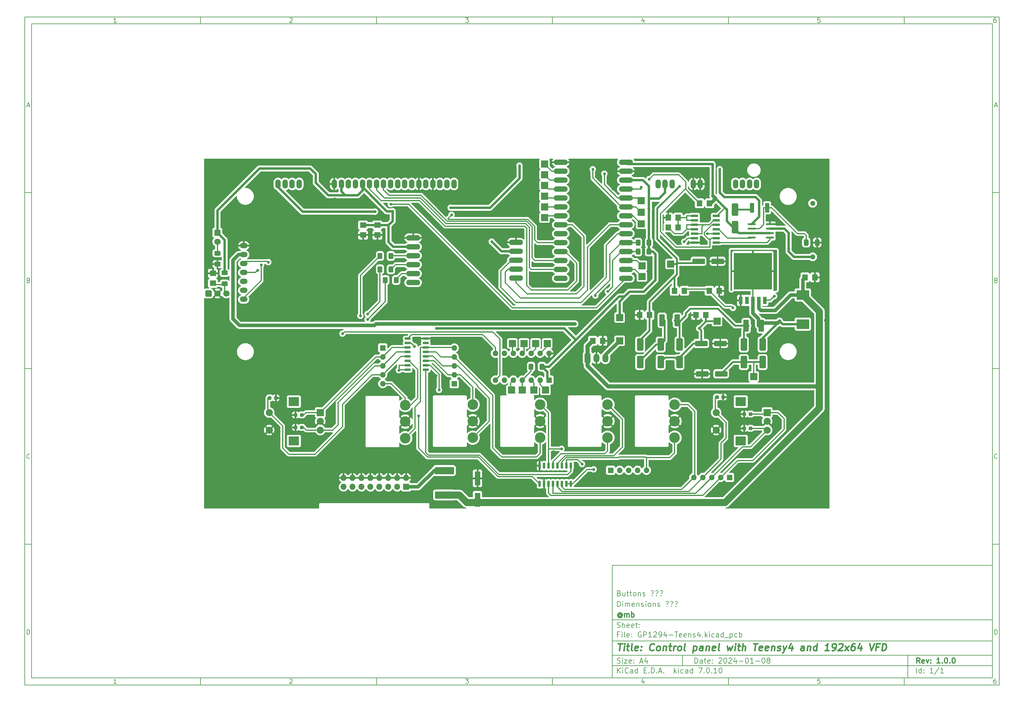
<source format=gtl>
G04 #@! TF.GenerationSoftware,KiCad,Pcbnew,7.0.10*
G04 #@! TF.CreationDate,2024-03-27T17:12:54+01:00*
G04 #@! TF.ProjectId,GP1294-Teens4,47503132-3934-42d5-9465-656e73342e6b,1.0.0*
G04 #@! TF.SameCoordinates,Original*
G04 #@! TF.FileFunction,Copper,L1,Top*
G04 #@! TF.FilePolarity,Positive*
%FSLAX46Y46*%
G04 Gerber Fmt 4.6, Leading zero omitted, Abs format (unit mm)*
G04 Created by KiCad (PCBNEW 7.0.10) date 2024-03-27 17:12:54*
%MOMM*%
%LPD*%
G01*
G04 APERTURE LIST*
G04 Aperture macros list*
%AMRoundRect*
0 Rectangle with rounded corners*
0 $1 Rounding radius*
0 $2 $3 $4 $5 $6 $7 $8 $9 X,Y pos of 4 corners*
0 Add a 4 corners polygon primitive as box body*
4,1,4,$2,$3,$4,$5,$6,$7,$8,$9,$2,$3,0*
0 Add four circle primitives for the rounded corners*
1,1,$1+$1,$2,$3*
1,1,$1+$1,$4,$5*
1,1,$1+$1,$6,$7*
1,1,$1+$1,$8,$9*
0 Add four rect primitives between the rounded corners*
20,1,$1+$1,$2,$3,$4,$5,0*
20,1,$1+$1,$4,$5,$6,$7,0*
20,1,$1+$1,$6,$7,$8,$9,0*
20,1,$1+$1,$8,$9,$2,$3,0*%
%AMOutline5P*
0 Free polygon, 5 corners , with rotation*
0 The origin of the aperture is its center*
0 number of corners: always 5*
0 $1 to $10 corner X, Y*
0 $11 Rotation angle, in degrees counterclockwise*
0 create outline with 5 corners*
4,1,5,$1,$2,$3,$4,$5,$6,$7,$8,$9,$10,$1,$2,$11*%
%AMOutline6P*
0 Free polygon, 6 corners , with rotation*
0 The origin of the aperture is its center*
0 number of corners: always 6*
0 $1 to $12 corner X, Y*
0 $13 Rotation angle, in degrees counterclockwise*
0 create outline with 6 corners*
4,1,6,$1,$2,$3,$4,$5,$6,$7,$8,$9,$10,$11,$12,$1,$2,$13*%
%AMOutline7P*
0 Free polygon, 7 corners , with rotation*
0 The origin of the aperture is its center*
0 number of corners: always 7*
0 $1 to $14 corner X, Y*
0 $15 Rotation angle, in degrees counterclockwise*
0 create outline with 7 corners*
4,1,7,$1,$2,$3,$4,$5,$6,$7,$8,$9,$10,$11,$12,$13,$14,$1,$2,$15*%
%AMOutline8P*
0 Free polygon, 8 corners , with rotation*
0 The origin of the aperture is its center*
0 number of corners: always 8*
0 $1 to $16 corner X, Y*
0 $17 Rotation angle, in degrees counterclockwise*
0 create outline with 8 corners*
4,1,8,$1,$2,$3,$4,$5,$6,$7,$8,$9,$10,$11,$12,$13,$14,$15,$16,$1,$2,$17*%
G04 Aperture macros list end*
%ADD10C,0.100000*%
%ADD11C,0.150000*%
%ADD12C,0.300000*%
%ADD13C,0.400000*%
G04 #@! TA.AperFunction,SMDPad,CuDef*
%ADD14R,2.000000X2.000000*%
G04 #@! TD*
G04 #@! TA.AperFunction,SMDPad,CuDef*
%ADD15R,1.800000X1.600000*%
G04 #@! TD*
G04 #@! TA.AperFunction,SMDPad,CuDef*
%ADD16RoundRect,0.250000X0.625000X-0.400000X0.625000X0.400000X-0.625000X0.400000X-0.625000X-0.400000X0*%
G04 #@! TD*
G04 #@! TA.AperFunction,SMDPad,CuDef*
%ADD17RoundRect,0.250000X0.400000X0.625000X-0.400000X0.625000X-0.400000X-0.625000X0.400000X-0.625000X0*%
G04 #@! TD*
G04 #@! TA.AperFunction,SMDPad,CuDef*
%ADD18RoundRect,0.250000X1.500000X0.550000X-1.500000X0.550000X-1.500000X-0.550000X1.500000X-0.550000X0*%
G04 #@! TD*
G04 #@! TA.AperFunction,SMDPad,CuDef*
%ADD19R,1.600000X1.803000*%
G04 #@! TD*
G04 #@! TA.AperFunction,ComponentPad*
%ADD20R,1.700000X2.500000*%
G04 #@! TD*
G04 #@! TA.AperFunction,ComponentPad*
%ADD21O,1.700000X2.500000*%
G04 #@! TD*
G04 #@! TA.AperFunction,SMDPad,CuDef*
%ADD22RoundRect,0.250000X0.537500X1.450000X-0.537500X1.450000X-0.537500X-1.450000X0.537500X-1.450000X0*%
G04 #@! TD*
G04 #@! TA.AperFunction,SMDPad,CuDef*
%ADD23RoundRect,0.237500X-0.300000X-0.237500X0.300000X-0.237500X0.300000X0.237500X-0.300000X0.237500X0*%
G04 #@! TD*
G04 #@! TA.AperFunction,SMDPad,CuDef*
%ADD24RoundRect,0.250001X-2.474999X0.799999X-2.474999X-0.799999X2.474999X-0.799999X2.474999X0.799999X0*%
G04 #@! TD*
G04 #@! TA.AperFunction,SMDPad,CuDef*
%ADD25RoundRect,0.250000X-0.650000X1.500000X-0.650000X-1.500000X0.650000X-1.500000X0.650000X1.500000X0*%
G04 #@! TD*
G04 #@! TA.AperFunction,SMDPad,CuDef*
%ADD26RoundRect,0.237500X0.300000X0.237500X-0.300000X0.237500X-0.300000X-0.237500X0.300000X-0.237500X0*%
G04 #@! TD*
G04 #@! TA.AperFunction,SMDPad,CuDef*
%ADD27RoundRect,0.150000X0.725000X0.150000X-0.725000X0.150000X-0.725000X-0.150000X0.725000X-0.150000X0*%
G04 #@! TD*
G04 #@! TA.AperFunction,SMDPad,CuDef*
%ADD28RoundRect,0.250000X-0.412500X-0.650000X0.412500X-0.650000X0.412500X0.650000X-0.412500X0.650000X0*%
G04 #@! TD*
G04 #@! TA.AperFunction,SMDPad,CuDef*
%ADD29R,1.600000X1.800000*%
G04 #@! TD*
G04 #@! TA.AperFunction,SMDPad,CuDef*
%ADD30R,1.066800X2.159000*%
G04 #@! TD*
G04 #@! TA.AperFunction,SMDPad,CuDef*
%ADD31R,10.800000X10.410000*%
G04 #@! TD*
G04 #@! TA.AperFunction,SMDPad,CuDef*
%ADD32R,1.600000X4.000000*%
G04 #@! TD*
G04 #@! TA.AperFunction,SMDPad,CuDef*
%ADD33R,3.600000X2.700000*%
G04 #@! TD*
G04 #@! TA.AperFunction,SMDPad,CuDef*
%ADD34R,1.200000X2.700000*%
G04 #@! TD*
G04 #@! TA.AperFunction,SMDPad,CuDef*
%ADD35O,4.000000X1.524000*%
G04 #@! TD*
G04 #@! TA.AperFunction,SMDPad,CuDef*
%ADD36RoundRect,0.250000X-1.500000X-0.550000X1.500000X-0.550000X1.500000X0.550000X-1.500000X0.550000X0*%
G04 #@! TD*
G04 #@! TA.AperFunction,SMDPad,CuDef*
%ADD37O,4.000000X1.500000*%
G04 #@! TD*
G04 #@! TA.AperFunction,SMDPad,CuDef*
%ADD38R,2.032000X0.660400*%
G04 #@! TD*
G04 #@! TA.AperFunction,SMDPad,CuDef*
%ADD39RoundRect,0.250000X0.650000X-1.500000X0.650000X1.500000X-0.650000X1.500000X-0.650000X-1.500000X0*%
G04 #@! TD*
G04 #@! TA.AperFunction,SMDPad,CuDef*
%ADD40RoundRect,0.150000X-0.150000X0.725000X-0.150000X-0.725000X0.150000X-0.725000X0.150000X0.725000X0*%
G04 #@! TD*
G04 #@! TA.AperFunction,SMDPad,CuDef*
%ADD41R,2.200000X0.600000*%
G04 #@! TD*
G04 #@! TA.AperFunction,ComponentPad*
%ADD42R,1.600000X1.600000*%
G04 #@! TD*
G04 #@! TA.AperFunction,ComponentPad*
%ADD43O,1.600000X1.600000*%
G04 #@! TD*
G04 #@! TA.AperFunction,ComponentPad*
%ADD44R,2.000000X2.000000*%
G04 #@! TD*
G04 #@! TA.AperFunction,ComponentPad*
%ADD45C,2.000000*%
G04 #@! TD*
G04 #@! TA.AperFunction,ComponentPad*
%ADD46R,3.000000X2.500000*%
G04 #@! TD*
G04 #@! TA.AperFunction,ComponentPad*
%ADD47Outline8P,-0.707200X0.292932X-0.292932X0.707200X0.292932X0.707200X0.707200X0.292932X0.707200X-0.292932X0.292932X-0.707200X-0.292932X-0.707200X-0.707200X-0.292932X270.000000*%
G04 #@! TD*
G04 #@! TA.AperFunction,ComponentPad*
%ADD48R,1.727200X1.727200*%
G04 #@! TD*
G04 #@! TA.AperFunction,ComponentPad*
%ADD49O,1.727200X1.727200*%
G04 #@! TD*
G04 #@! TA.AperFunction,ComponentPad*
%ADD50RoundRect,0.248400X-0.651600X-0.651600X0.651600X-0.651600X0.651600X0.651600X-0.651600X0.651600X0*%
G04 #@! TD*
G04 #@! TA.AperFunction,ComponentPad*
%ADD51C,1.800000*%
G04 #@! TD*
G04 #@! TA.AperFunction,ComponentPad*
%ADD52O,2.200000X1.500000*%
G04 #@! TD*
G04 #@! TA.AperFunction,ComponentPad*
%ADD53C,3.000000*%
G04 #@! TD*
G04 #@! TA.AperFunction,ComponentPad*
%ADD54O,1.500000X2.600000*%
G04 #@! TD*
G04 #@! TA.AperFunction,ComponentPad*
%ADD55R,1.800000X1.800000*%
G04 #@! TD*
G04 #@! TA.AperFunction,ViaPad*
%ADD56C,0.800000*%
G04 #@! TD*
G04 #@! TA.AperFunction,ViaPad*
%ADD57C,5.000000*%
G04 #@! TD*
G04 #@! TA.AperFunction,ViaPad*
%ADD58C,2.000000*%
G04 #@! TD*
G04 #@! TA.AperFunction,Conductor*
%ADD59C,0.300000*%
G04 #@! TD*
G04 #@! TA.AperFunction,Conductor*
%ADD60C,0.700000*%
G04 #@! TD*
G04 #@! TA.AperFunction,Conductor*
%ADD61C,2.000000*%
G04 #@! TD*
G04 #@! TA.AperFunction,Conductor*
%ADD62C,1.200000*%
G04 #@! TD*
G04 #@! TA.AperFunction,Conductor*
%ADD63C,1.000000*%
G04 #@! TD*
G04 #@! TA.AperFunction,Conductor*
%ADD64C,0.500000*%
G04 #@! TD*
G04 APERTURE END LIST*
D10*
D11*
X177002200Y-166007200D02*
X285002200Y-166007200D01*
X285002200Y-198007200D01*
X177002200Y-198007200D01*
X177002200Y-166007200D01*
D10*
D11*
X10000000Y-10000000D02*
X287002200Y-10000000D01*
X287002200Y-200007200D01*
X10000000Y-200007200D01*
X10000000Y-10000000D01*
D10*
D11*
X12000000Y-12000000D02*
X285002200Y-12000000D01*
X285002200Y-198007200D01*
X12000000Y-198007200D01*
X12000000Y-12000000D01*
D10*
D11*
X60000000Y-12000000D02*
X60000000Y-10000000D01*
D10*
D11*
X110000000Y-12000000D02*
X110000000Y-10000000D01*
D10*
D11*
X160000000Y-12000000D02*
X160000000Y-10000000D01*
D10*
D11*
X210000000Y-12000000D02*
X210000000Y-10000000D01*
D10*
D11*
X260000000Y-12000000D02*
X260000000Y-10000000D01*
D10*
D11*
X36089160Y-11593604D02*
X35346303Y-11593604D01*
X35717731Y-11593604D02*
X35717731Y-10293604D01*
X35717731Y-10293604D02*
X35593922Y-10479319D01*
X35593922Y-10479319D02*
X35470112Y-10603128D01*
X35470112Y-10603128D02*
X35346303Y-10665033D01*
D10*
D11*
X85346303Y-10417414D02*
X85408207Y-10355509D01*
X85408207Y-10355509D02*
X85532017Y-10293604D01*
X85532017Y-10293604D02*
X85841541Y-10293604D01*
X85841541Y-10293604D02*
X85965350Y-10355509D01*
X85965350Y-10355509D02*
X86027255Y-10417414D01*
X86027255Y-10417414D02*
X86089160Y-10541223D01*
X86089160Y-10541223D02*
X86089160Y-10665033D01*
X86089160Y-10665033D02*
X86027255Y-10850747D01*
X86027255Y-10850747D02*
X85284398Y-11593604D01*
X85284398Y-11593604D02*
X86089160Y-11593604D01*
D10*
D11*
X135284398Y-10293604D02*
X136089160Y-10293604D01*
X136089160Y-10293604D02*
X135655826Y-10788842D01*
X135655826Y-10788842D02*
X135841541Y-10788842D01*
X135841541Y-10788842D02*
X135965350Y-10850747D01*
X135965350Y-10850747D02*
X136027255Y-10912652D01*
X136027255Y-10912652D02*
X136089160Y-11036461D01*
X136089160Y-11036461D02*
X136089160Y-11345985D01*
X136089160Y-11345985D02*
X136027255Y-11469795D01*
X136027255Y-11469795D02*
X135965350Y-11531700D01*
X135965350Y-11531700D02*
X135841541Y-11593604D01*
X135841541Y-11593604D02*
X135470112Y-11593604D01*
X135470112Y-11593604D02*
X135346303Y-11531700D01*
X135346303Y-11531700D02*
X135284398Y-11469795D01*
D10*
D11*
X185965350Y-10726938D02*
X185965350Y-11593604D01*
X185655826Y-10231700D02*
X185346303Y-11160271D01*
X185346303Y-11160271D02*
X186151064Y-11160271D01*
D10*
D11*
X236027255Y-10293604D02*
X235408207Y-10293604D01*
X235408207Y-10293604D02*
X235346303Y-10912652D01*
X235346303Y-10912652D02*
X235408207Y-10850747D01*
X235408207Y-10850747D02*
X235532017Y-10788842D01*
X235532017Y-10788842D02*
X235841541Y-10788842D01*
X235841541Y-10788842D02*
X235965350Y-10850747D01*
X235965350Y-10850747D02*
X236027255Y-10912652D01*
X236027255Y-10912652D02*
X236089160Y-11036461D01*
X236089160Y-11036461D02*
X236089160Y-11345985D01*
X236089160Y-11345985D02*
X236027255Y-11469795D01*
X236027255Y-11469795D02*
X235965350Y-11531700D01*
X235965350Y-11531700D02*
X235841541Y-11593604D01*
X235841541Y-11593604D02*
X235532017Y-11593604D01*
X235532017Y-11593604D02*
X235408207Y-11531700D01*
X235408207Y-11531700D02*
X235346303Y-11469795D01*
D10*
D11*
X285965350Y-10293604D02*
X285717731Y-10293604D01*
X285717731Y-10293604D02*
X285593922Y-10355509D01*
X285593922Y-10355509D02*
X285532017Y-10417414D01*
X285532017Y-10417414D02*
X285408207Y-10603128D01*
X285408207Y-10603128D02*
X285346303Y-10850747D01*
X285346303Y-10850747D02*
X285346303Y-11345985D01*
X285346303Y-11345985D02*
X285408207Y-11469795D01*
X285408207Y-11469795D02*
X285470112Y-11531700D01*
X285470112Y-11531700D02*
X285593922Y-11593604D01*
X285593922Y-11593604D02*
X285841541Y-11593604D01*
X285841541Y-11593604D02*
X285965350Y-11531700D01*
X285965350Y-11531700D02*
X286027255Y-11469795D01*
X286027255Y-11469795D02*
X286089160Y-11345985D01*
X286089160Y-11345985D02*
X286089160Y-11036461D01*
X286089160Y-11036461D02*
X286027255Y-10912652D01*
X286027255Y-10912652D02*
X285965350Y-10850747D01*
X285965350Y-10850747D02*
X285841541Y-10788842D01*
X285841541Y-10788842D02*
X285593922Y-10788842D01*
X285593922Y-10788842D02*
X285470112Y-10850747D01*
X285470112Y-10850747D02*
X285408207Y-10912652D01*
X285408207Y-10912652D02*
X285346303Y-11036461D01*
D10*
D11*
X60000000Y-198007200D02*
X60000000Y-200007200D01*
D10*
D11*
X110000000Y-198007200D02*
X110000000Y-200007200D01*
D10*
D11*
X160000000Y-198007200D02*
X160000000Y-200007200D01*
D10*
D11*
X210000000Y-198007200D02*
X210000000Y-200007200D01*
D10*
D11*
X260000000Y-198007200D02*
X260000000Y-200007200D01*
D10*
D11*
X36089160Y-199600804D02*
X35346303Y-199600804D01*
X35717731Y-199600804D02*
X35717731Y-198300804D01*
X35717731Y-198300804D02*
X35593922Y-198486519D01*
X35593922Y-198486519D02*
X35470112Y-198610328D01*
X35470112Y-198610328D02*
X35346303Y-198672233D01*
D10*
D11*
X85346303Y-198424614D02*
X85408207Y-198362709D01*
X85408207Y-198362709D02*
X85532017Y-198300804D01*
X85532017Y-198300804D02*
X85841541Y-198300804D01*
X85841541Y-198300804D02*
X85965350Y-198362709D01*
X85965350Y-198362709D02*
X86027255Y-198424614D01*
X86027255Y-198424614D02*
X86089160Y-198548423D01*
X86089160Y-198548423D02*
X86089160Y-198672233D01*
X86089160Y-198672233D02*
X86027255Y-198857947D01*
X86027255Y-198857947D02*
X85284398Y-199600804D01*
X85284398Y-199600804D02*
X86089160Y-199600804D01*
D10*
D11*
X135284398Y-198300804D02*
X136089160Y-198300804D01*
X136089160Y-198300804D02*
X135655826Y-198796042D01*
X135655826Y-198796042D02*
X135841541Y-198796042D01*
X135841541Y-198796042D02*
X135965350Y-198857947D01*
X135965350Y-198857947D02*
X136027255Y-198919852D01*
X136027255Y-198919852D02*
X136089160Y-199043661D01*
X136089160Y-199043661D02*
X136089160Y-199353185D01*
X136089160Y-199353185D02*
X136027255Y-199476995D01*
X136027255Y-199476995D02*
X135965350Y-199538900D01*
X135965350Y-199538900D02*
X135841541Y-199600804D01*
X135841541Y-199600804D02*
X135470112Y-199600804D01*
X135470112Y-199600804D02*
X135346303Y-199538900D01*
X135346303Y-199538900D02*
X135284398Y-199476995D01*
D10*
D11*
X185965350Y-198734138D02*
X185965350Y-199600804D01*
X185655826Y-198238900D02*
X185346303Y-199167471D01*
X185346303Y-199167471D02*
X186151064Y-199167471D01*
D10*
D11*
X236027255Y-198300804D02*
X235408207Y-198300804D01*
X235408207Y-198300804D02*
X235346303Y-198919852D01*
X235346303Y-198919852D02*
X235408207Y-198857947D01*
X235408207Y-198857947D02*
X235532017Y-198796042D01*
X235532017Y-198796042D02*
X235841541Y-198796042D01*
X235841541Y-198796042D02*
X235965350Y-198857947D01*
X235965350Y-198857947D02*
X236027255Y-198919852D01*
X236027255Y-198919852D02*
X236089160Y-199043661D01*
X236089160Y-199043661D02*
X236089160Y-199353185D01*
X236089160Y-199353185D02*
X236027255Y-199476995D01*
X236027255Y-199476995D02*
X235965350Y-199538900D01*
X235965350Y-199538900D02*
X235841541Y-199600804D01*
X235841541Y-199600804D02*
X235532017Y-199600804D01*
X235532017Y-199600804D02*
X235408207Y-199538900D01*
X235408207Y-199538900D02*
X235346303Y-199476995D01*
D10*
D11*
X285965350Y-198300804D02*
X285717731Y-198300804D01*
X285717731Y-198300804D02*
X285593922Y-198362709D01*
X285593922Y-198362709D02*
X285532017Y-198424614D01*
X285532017Y-198424614D02*
X285408207Y-198610328D01*
X285408207Y-198610328D02*
X285346303Y-198857947D01*
X285346303Y-198857947D02*
X285346303Y-199353185D01*
X285346303Y-199353185D02*
X285408207Y-199476995D01*
X285408207Y-199476995D02*
X285470112Y-199538900D01*
X285470112Y-199538900D02*
X285593922Y-199600804D01*
X285593922Y-199600804D02*
X285841541Y-199600804D01*
X285841541Y-199600804D02*
X285965350Y-199538900D01*
X285965350Y-199538900D02*
X286027255Y-199476995D01*
X286027255Y-199476995D02*
X286089160Y-199353185D01*
X286089160Y-199353185D02*
X286089160Y-199043661D01*
X286089160Y-199043661D02*
X286027255Y-198919852D01*
X286027255Y-198919852D02*
X285965350Y-198857947D01*
X285965350Y-198857947D02*
X285841541Y-198796042D01*
X285841541Y-198796042D02*
X285593922Y-198796042D01*
X285593922Y-198796042D02*
X285470112Y-198857947D01*
X285470112Y-198857947D02*
X285408207Y-198919852D01*
X285408207Y-198919852D02*
X285346303Y-199043661D01*
D10*
D11*
X10000000Y-60000000D02*
X12000000Y-60000000D01*
D10*
D11*
X10000000Y-110000000D02*
X12000000Y-110000000D01*
D10*
D11*
X10000000Y-160000000D02*
X12000000Y-160000000D01*
D10*
D11*
X10690476Y-35222176D02*
X11309523Y-35222176D01*
X10566666Y-35593604D02*
X10999999Y-34293604D01*
X10999999Y-34293604D02*
X11433333Y-35593604D01*
D10*
D11*
X11092857Y-84912652D02*
X11278571Y-84974557D01*
X11278571Y-84974557D02*
X11340476Y-85036461D01*
X11340476Y-85036461D02*
X11402380Y-85160271D01*
X11402380Y-85160271D02*
X11402380Y-85345985D01*
X11402380Y-85345985D02*
X11340476Y-85469795D01*
X11340476Y-85469795D02*
X11278571Y-85531700D01*
X11278571Y-85531700D02*
X11154761Y-85593604D01*
X11154761Y-85593604D02*
X10659523Y-85593604D01*
X10659523Y-85593604D02*
X10659523Y-84293604D01*
X10659523Y-84293604D02*
X11092857Y-84293604D01*
X11092857Y-84293604D02*
X11216666Y-84355509D01*
X11216666Y-84355509D02*
X11278571Y-84417414D01*
X11278571Y-84417414D02*
X11340476Y-84541223D01*
X11340476Y-84541223D02*
X11340476Y-84665033D01*
X11340476Y-84665033D02*
X11278571Y-84788842D01*
X11278571Y-84788842D02*
X11216666Y-84850747D01*
X11216666Y-84850747D02*
X11092857Y-84912652D01*
X11092857Y-84912652D02*
X10659523Y-84912652D01*
D10*
D11*
X11402380Y-135469795D02*
X11340476Y-135531700D01*
X11340476Y-135531700D02*
X11154761Y-135593604D01*
X11154761Y-135593604D02*
X11030952Y-135593604D01*
X11030952Y-135593604D02*
X10845238Y-135531700D01*
X10845238Y-135531700D02*
X10721428Y-135407890D01*
X10721428Y-135407890D02*
X10659523Y-135284080D01*
X10659523Y-135284080D02*
X10597619Y-135036461D01*
X10597619Y-135036461D02*
X10597619Y-134850747D01*
X10597619Y-134850747D02*
X10659523Y-134603128D01*
X10659523Y-134603128D02*
X10721428Y-134479319D01*
X10721428Y-134479319D02*
X10845238Y-134355509D01*
X10845238Y-134355509D02*
X11030952Y-134293604D01*
X11030952Y-134293604D02*
X11154761Y-134293604D01*
X11154761Y-134293604D02*
X11340476Y-134355509D01*
X11340476Y-134355509D02*
X11402380Y-134417414D01*
D10*
D11*
X10659523Y-185593604D02*
X10659523Y-184293604D01*
X10659523Y-184293604D02*
X10969047Y-184293604D01*
X10969047Y-184293604D02*
X11154761Y-184355509D01*
X11154761Y-184355509D02*
X11278571Y-184479319D01*
X11278571Y-184479319D02*
X11340476Y-184603128D01*
X11340476Y-184603128D02*
X11402380Y-184850747D01*
X11402380Y-184850747D02*
X11402380Y-185036461D01*
X11402380Y-185036461D02*
X11340476Y-185284080D01*
X11340476Y-185284080D02*
X11278571Y-185407890D01*
X11278571Y-185407890D02*
X11154761Y-185531700D01*
X11154761Y-185531700D02*
X10969047Y-185593604D01*
X10969047Y-185593604D02*
X10659523Y-185593604D01*
D10*
D11*
X287002200Y-60000000D02*
X285002200Y-60000000D01*
D10*
D11*
X287002200Y-110000000D02*
X285002200Y-110000000D01*
D10*
D11*
X287002200Y-160000000D02*
X285002200Y-160000000D01*
D10*
D11*
X285692676Y-35222176D02*
X286311723Y-35222176D01*
X285568866Y-35593604D02*
X286002199Y-34293604D01*
X286002199Y-34293604D02*
X286435533Y-35593604D01*
D10*
D11*
X286095057Y-84912652D02*
X286280771Y-84974557D01*
X286280771Y-84974557D02*
X286342676Y-85036461D01*
X286342676Y-85036461D02*
X286404580Y-85160271D01*
X286404580Y-85160271D02*
X286404580Y-85345985D01*
X286404580Y-85345985D02*
X286342676Y-85469795D01*
X286342676Y-85469795D02*
X286280771Y-85531700D01*
X286280771Y-85531700D02*
X286156961Y-85593604D01*
X286156961Y-85593604D02*
X285661723Y-85593604D01*
X285661723Y-85593604D02*
X285661723Y-84293604D01*
X285661723Y-84293604D02*
X286095057Y-84293604D01*
X286095057Y-84293604D02*
X286218866Y-84355509D01*
X286218866Y-84355509D02*
X286280771Y-84417414D01*
X286280771Y-84417414D02*
X286342676Y-84541223D01*
X286342676Y-84541223D02*
X286342676Y-84665033D01*
X286342676Y-84665033D02*
X286280771Y-84788842D01*
X286280771Y-84788842D02*
X286218866Y-84850747D01*
X286218866Y-84850747D02*
X286095057Y-84912652D01*
X286095057Y-84912652D02*
X285661723Y-84912652D01*
D10*
D11*
X286404580Y-135469795D02*
X286342676Y-135531700D01*
X286342676Y-135531700D02*
X286156961Y-135593604D01*
X286156961Y-135593604D02*
X286033152Y-135593604D01*
X286033152Y-135593604D02*
X285847438Y-135531700D01*
X285847438Y-135531700D02*
X285723628Y-135407890D01*
X285723628Y-135407890D02*
X285661723Y-135284080D01*
X285661723Y-135284080D02*
X285599819Y-135036461D01*
X285599819Y-135036461D02*
X285599819Y-134850747D01*
X285599819Y-134850747D02*
X285661723Y-134603128D01*
X285661723Y-134603128D02*
X285723628Y-134479319D01*
X285723628Y-134479319D02*
X285847438Y-134355509D01*
X285847438Y-134355509D02*
X286033152Y-134293604D01*
X286033152Y-134293604D02*
X286156961Y-134293604D01*
X286156961Y-134293604D02*
X286342676Y-134355509D01*
X286342676Y-134355509D02*
X286404580Y-134417414D01*
D10*
D11*
X285661723Y-185593604D02*
X285661723Y-184293604D01*
X285661723Y-184293604D02*
X285971247Y-184293604D01*
X285971247Y-184293604D02*
X286156961Y-184355509D01*
X286156961Y-184355509D02*
X286280771Y-184479319D01*
X286280771Y-184479319D02*
X286342676Y-184603128D01*
X286342676Y-184603128D02*
X286404580Y-184850747D01*
X286404580Y-184850747D02*
X286404580Y-185036461D01*
X286404580Y-185036461D02*
X286342676Y-185284080D01*
X286342676Y-185284080D02*
X286280771Y-185407890D01*
X286280771Y-185407890D02*
X286156961Y-185531700D01*
X286156961Y-185531700D02*
X285971247Y-185593604D01*
X285971247Y-185593604D02*
X285661723Y-185593604D01*
D10*
D11*
X200458026Y-193793328D02*
X200458026Y-192293328D01*
X200458026Y-192293328D02*
X200815169Y-192293328D01*
X200815169Y-192293328D02*
X201029455Y-192364757D01*
X201029455Y-192364757D02*
X201172312Y-192507614D01*
X201172312Y-192507614D02*
X201243741Y-192650471D01*
X201243741Y-192650471D02*
X201315169Y-192936185D01*
X201315169Y-192936185D02*
X201315169Y-193150471D01*
X201315169Y-193150471D02*
X201243741Y-193436185D01*
X201243741Y-193436185D02*
X201172312Y-193579042D01*
X201172312Y-193579042D02*
X201029455Y-193721900D01*
X201029455Y-193721900D02*
X200815169Y-193793328D01*
X200815169Y-193793328D02*
X200458026Y-193793328D01*
X202600884Y-193793328D02*
X202600884Y-193007614D01*
X202600884Y-193007614D02*
X202529455Y-192864757D01*
X202529455Y-192864757D02*
X202386598Y-192793328D01*
X202386598Y-192793328D02*
X202100884Y-192793328D01*
X202100884Y-192793328D02*
X201958026Y-192864757D01*
X202600884Y-193721900D02*
X202458026Y-193793328D01*
X202458026Y-193793328D02*
X202100884Y-193793328D01*
X202100884Y-193793328D02*
X201958026Y-193721900D01*
X201958026Y-193721900D02*
X201886598Y-193579042D01*
X201886598Y-193579042D02*
X201886598Y-193436185D01*
X201886598Y-193436185D02*
X201958026Y-193293328D01*
X201958026Y-193293328D02*
X202100884Y-193221900D01*
X202100884Y-193221900D02*
X202458026Y-193221900D01*
X202458026Y-193221900D02*
X202600884Y-193150471D01*
X203100884Y-192793328D02*
X203672312Y-192793328D01*
X203315169Y-192293328D02*
X203315169Y-193579042D01*
X203315169Y-193579042D02*
X203386598Y-193721900D01*
X203386598Y-193721900D02*
X203529455Y-193793328D01*
X203529455Y-193793328D02*
X203672312Y-193793328D01*
X204743741Y-193721900D02*
X204600884Y-193793328D01*
X204600884Y-193793328D02*
X204315170Y-193793328D01*
X204315170Y-193793328D02*
X204172312Y-193721900D01*
X204172312Y-193721900D02*
X204100884Y-193579042D01*
X204100884Y-193579042D02*
X204100884Y-193007614D01*
X204100884Y-193007614D02*
X204172312Y-192864757D01*
X204172312Y-192864757D02*
X204315170Y-192793328D01*
X204315170Y-192793328D02*
X204600884Y-192793328D01*
X204600884Y-192793328D02*
X204743741Y-192864757D01*
X204743741Y-192864757D02*
X204815170Y-193007614D01*
X204815170Y-193007614D02*
X204815170Y-193150471D01*
X204815170Y-193150471D02*
X204100884Y-193293328D01*
X205458026Y-193650471D02*
X205529455Y-193721900D01*
X205529455Y-193721900D02*
X205458026Y-193793328D01*
X205458026Y-193793328D02*
X205386598Y-193721900D01*
X205386598Y-193721900D02*
X205458026Y-193650471D01*
X205458026Y-193650471D02*
X205458026Y-193793328D01*
X205458026Y-192864757D02*
X205529455Y-192936185D01*
X205529455Y-192936185D02*
X205458026Y-193007614D01*
X205458026Y-193007614D02*
X205386598Y-192936185D01*
X205386598Y-192936185D02*
X205458026Y-192864757D01*
X205458026Y-192864757D02*
X205458026Y-193007614D01*
X207243741Y-192436185D02*
X207315169Y-192364757D01*
X207315169Y-192364757D02*
X207458027Y-192293328D01*
X207458027Y-192293328D02*
X207815169Y-192293328D01*
X207815169Y-192293328D02*
X207958027Y-192364757D01*
X207958027Y-192364757D02*
X208029455Y-192436185D01*
X208029455Y-192436185D02*
X208100884Y-192579042D01*
X208100884Y-192579042D02*
X208100884Y-192721900D01*
X208100884Y-192721900D02*
X208029455Y-192936185D01*
X208029455Y-192936185D02*
X207172312Y-193793328D01*
X207172312Y-193793328D02*
X208100884Y-193793328D01*
X209029455Y-192293328D02*
X209172312Y-192293328D01*
X209172312Y-192293328D02*
X209315169Y-192364757D01*
X209315169Y-192364757D02*
X209386598Y-192436185D01*
X209386598Y-192436185D02*
X209458026Y-192579042D01*
X209458026Y-192579042D02*
X209529455Y-192864757D01*
X209529455Y-192864757D02*
X209529455Y-193221900D01*
X209529455Y-193221900D02*
X209458026Y-193507614D01*
X209458026Y-193507614D02*
X209386598Y-193650471D01*
X209386598Y-193650471D02*
X209315169Y-193721900D01*
X209315169Y-193721900D02*
X209172312Y-193793328D01*
X209172312Y-193793328D02*
X209029455Y-193793328D01*
X209029455Y-193793328D02*
X208886598Y-193721900D01*
X208886598Y-193721900D02*
X208815169Y-193650471D01*
X208815169Y-193650471D02*
X208743740Y-193507614D01*
X208743740Y-193507614D02*
X208672312Y-193221900D01*
X208672312Y-193221900D02*
X208672312Y-192864757D01*
X208672312Y-192864757D02*
X208743740Y-192579042D01*
X208743740Y-192579042D02*
X208815169Y-192436185D01*
X208815169Y-192436185D02*
X208886598Y-192364757D01*
X208886598Y-192364757D02*
X209029455Y-192293328D01*
X210100883Y-192436185D02*
X210172311Y-192364757D01*
X210172311Y-192364757D02*
X210315169Y-192293328D01*
X210315169Y-192293328D02*
X210672311Y-192293328D01*
X210672311Y-192293328D02*
X210815169Y-192364757D01*
X210815169Y-192364757D02*
X210886597Y-192436185D01*
X210886597Y-192436185D02*
X210958026Y-192579042D01*
X210958026Y-192579042D02*
X210958026Y-192721900D01*
X210958026Y-192721900D02*
X210886597Y-192936185D01*
X210886597Y-192936185D02*
X210029454Y-193793328D01*
X210029454Y-193793328D02*
X210958026Y-193793328D01*
X212243740Y-192793328D02*
X212243740Y-193793328D01*
X211886597Y-192221900D02*
X211529454Y-193293328D01*
X211529454Y-193293328D02*
X212458025Y-193293328D01*
X213029453Y-193221900D02*
X214172311Y-193221900D01*
X215172311Y-192293328D02*
X215315168Y-192293328D01*
X215315168Y-192293328D02*
X215458025Y-192364757D01*
X215458025Y-192364757D02*
X215529454Y-192436185D01*
X215529454Y-192436185D02*
X215600882Y-192579042D01*
X215600882Y-192579042D02*
X215672311Y-192864757D01*
X215672311Y-192864757D02*
X215672311Y-193221900D01*
X215672311Y-193221900D02*
X215600882Y-193507614D01*
X215600882Y-193507614D02*
X215529454Y-193650471D01*
X215529454Y-193650471D02*
X215458025Y-193721900D01*
X215458025Y-193721900D02*
X215315168Y-193793328D01*
X215315168Y-193793328D02*
X215172311Y-193793328D01*
X215172311Y-193793328D02*
X215029454Y-193721900D01*
X215029454Y-193721900D02*
X214958025Y-193650471D01*
X214958025Y-193650471D02*
X214886596Y-193507614D01*
X214886596Y-193507614D02*
X214815168Y-193221900D01*
X214815168Y-193221900D02*
X214815168Y-192864757D01*
X214815168Y-192864757D02*
X214886596Y-192579042D01*
X214886596Y-192579042D02*
X214958025Y-192436185D01*
X214958025Y-192436185D02*
X215029454Y-192364757D01*
X215029454Y-192364757D02*
X215172311Y-192293328D01*
X217100882Y-193793328D02*
X216243739Y-193793328D01*
X216672310Y-193793328D02*
X216672310Y-192293328D01*
X216672310Y-192293328D02*
X216529453Y-192507614D01*
X216529453Y-192507614D02*
X216386596Y-192650471D01*
X216386596Y-192650471D02*
X216243739Y-192721900D01*
X217743738Y-193221900D02*
X218886596Y-193221900D01*
X219886596Y-192293328D02*
X220029453Y-192293328D01*
X220029453Y-192293328D02*
X220172310Y-192364757D01*
X220172310Y-192364757D02*
X220243739Y-192436185D01*
X220243739Y-192436185D02*
X220315167Y-192579042D01*
X220315167Y-192579042D02*
X220386596Y-192864757D01*
X220386596Y-192864757D02*
X220386596Y-193221900D01*
X220386596Y-193221900D02*
X220315167Y-193507614D01*
X220315167Y-193507614D02*
X220243739Y-193650471D01*
X220243739Y-193650471D02*
X220172310Y-193721900D01*
X220172310Y-193721900D02*
X220029453Y-193793328D01*
X220029453Y-193793328D02*
X219886596Y-193793328D01*
X219886596Y-193793328D02*
X219743739Y-193721900D01*
X219743739Y-193721900D02*
X219672310Y-193650471D01*
X219672310Y-193650471D02*
X219600881Y-193507614D01*
X219600881Y-193507614D02*
X219529453Y-193221900D01*
X219529453Y-193221900D02*
X219529453Y-192864757D01*
X219529453Y-192864757D02*
X219600881Y-192579042D01*
X219600881Y-192579042D02*
X219672310Y-192436185D01*
X219672310Y-192436185D02*
X219743739Y-192364757D01*
X219743739Y-192364757D02*
X219886596Y-192293328D01*
X221243738Y-192936185D02*
X221100881Y-192864757D01*
X221100881Y-192864757D02*
X221029452Y-192793328D01*
X221029452Y-192793328D02*
X220958024Y-192650471D01*
X220958024Y-192650471D02*
X220958024Y-192579042D01*
X220958024Y-192579042D02*
X221029452Y-192436185D01*
X221029452Y-192436185D02*
X221100881Y-192364757D01*
X221100881Y-192364757D02*
X221243738Y-192293328D01*
X221243738Y-192293328D02*
X221529452Y-192293328D01*
X221529452Y-192293328D02*
X221672310Y-192364757D01*
X221672310Y-192364757D02*
X221743738Y-192436185D01*
X221743738Y-192436185D02*
X221815167Y-192579042D01*
X221815167Y-192579042D02*
X221815167Y-192650471D01*
X221815167Y-192650471D02*
X221743738Y-192793328D01*
X221743738Y-192793328D02*
X221672310Y-192864757D01*
X221672310Y-192864757D02*
X221529452Y-192936185D01*
X221529452Y-192936185D02*
X221243738Y-192936185D01*
X221243738Y-192936185D02*
X221100881Y-193007614D01*
X221100881Y-193007614D02*
X221029452Y-193079042D01*
X221029452Y-193079042D02*
X220958024Y-193221900D01*
X220958024Y-193221900D02*
X220958024Y-193507614D01*
X220958024Y-193507614D02*
X221029452Y-193650471D01*
X221029452Y-193650471D02*
X221100881Y-193721900D01*
X221100881Y-193721900D02*
X221243738Y-193793328D01*
X221243738Y-193793328D02*
X221529452Y-193793328D01*
X221529452Y-193793328D02*
X221672310Y-193721900D01*
X221672310Y-193721900D02*
X221743738Y-193650471D01*
X221743738Y-193650471D02*
X221815167Y-193507614D01*
X221815167Y-193507614D02*
X221815167Y-193221900D01*
X221815167Y-193221900D02*
X221743738Y-193079042D01*
X221743738Y-193079042D02*
X221672310Y-193007614D01*
X221672310Y-193007614D02*
X221529452Y-192936185D01*
D10*
D11*
X177002200Y-194507200D02*
X285002200Y-194507200D01*
D10*
D11*
X178458026Y-196593328D02*
X178458026Y-195093328D01*
X179315169Y-196593328D02*
X178672312Y-195736185D01*
X179315169Y-195093328D02*
X178458026Y-195950471D01*
X179958026Y-196593328D02*
X179958026Y-195593328D01*
X179958026Y-195093328D02*
X179886598Y-195164757D01*
X179886598Y-195164757D02*
X179958026Y-195236185D01*
X179958026Y-195236185D02*
X180029455Y-195164757D01*
X180029455Y-195164757D02*
X179958026Y-195093328D01*
X179958026Y-195093328D02*
X179958026Y-195236185D01*
X181529455Y-196450471D02*
X181458027Y-196521900D01*
X181458027Y-196521900D02*
X181243741Y-196593328D01*
X181243741Y-196593328D02*
X181100884Y-196593328D01*
X181100884Y-196593328D02*
X180886598Y-196521900D01*
X180886598Y-196521900D02*
X180743741Y-196379042D01*
X180743741Y-196379042D02*
X180672312Y-196236185D01*
X180672312Y-196236185D02*
X180600884Y-195950471D01*
X180600884Y-195950471D02*
X180600884Y-195736185D01*
X180600884Y-195736185D02*
X180672312Y-195450471D01*
X180672312Y-195450471D02*
X180743741Y-195307614D01*
X180743741Y-195307614D02*
X180886598Y-195164757D01*
X180886598Y-195164757D02*
X181100884Y-195093328D01*
X181100884Y-195093328D02*
X181243741Y-195093328D01*
X181243741Y-195093328D02*
X181458027Y-195164757D01*
X181458027Y-195164757D02*
X181529455Y-195236185D01*
X182815170Y-196593328D02*
X182815170Y-195807614D01*
X182815170Y-195807614D02*
X182743741Y-195664757D01*
X182743741Y-195664757D02*
X182600884Y-195593328D01*
X182600884Y-195593328D02*
X182315170Y-195593328D01*
X182315170Y-195593328D02*
X182172312Y-195664757D01*
X182815170Y-196521900D02*
X182672312Y-196593328D01*
X182672312Y-196593328D02*
X182315170Y-196593328D01*
X182315170Y-196593328D02*
X182172312Y-196521900D01*
X182172312Y-196521900D02*
X182100884Y-196379042D01*
X182100884Y-196379042D02*
X182100884Y-196236185D01*
X182100884Y-196236185D02*
X182172312Y-196093328D01*
X182172312Y-196093328D02*
X182315170Y-196021900D01*
X182315170Y-196021900D02*
X182672312Y-196021900D01*
X182672312Y-196021900D02*
X182815170Y-195950471D01*
X184172313Y-196593328D02*
X184172313Y-195093328D01*
X184172313Y-196521900D02*
X184029455Y-196593328D01*
X184029455Y-196593328D02*
X183743741Y-196593328D01*
X183743741Y-196593328D02*
X183600884Y-196521900D01*
X183600884Y-196521900D02*
X183529455Y-196450471D01*
X183529455Y-196450471D02*
X183458027Y-196307614D01*
X183458027Y-196307614D02*
X183458027Y-195879042D01*
X183458027Y-195879042D02*
X183529455Y-195736185D01*
X183529455Y-195736185D02*
X183600884Y-195664757D01*
X183600884Y-195664757D02*
X183743741Y-195593328D01*
X183743741Y-195593328D02*
X184029455Y-195593328D01*
X184029455Y-195593328D02*
X184172313Y-195664757D01*
X186029455Y-195807614D02*
X186529455Y-195807614D01*
X186743741Y-196593328D02*
X186029455Y-196593328D01*
X186029455Y-196593328D02*
X186029455Y-195093328D01*
X186029455Y-195093328D02*
X186743741Y-195093328D01*
X187386598Y-196450471D02*
X187458027Y-196521900D01*
X187458027Y-196521900D02*
X187386598Y-196593328D01*
X187386598Y-196593328D02*
X187315170Y-196521900D01*
X187315170Y-196521900D02*
X187386598Y-196450471D01*
X187386598Y-196450471D02*
X187386598Y-196593328D01*
X188100884Y-196593328D02*
X188100884Y-195093328D01*
X188100884Y-195093328D02*
X188458027Y-195093328D01*
X188458027Y-195093328D02*
X188672313Y-195164757D01*
X188672313Y-195164757D02*
X188815170Y-195307614D01*
X188815170Y-195307614D02*
X188886599Y-195450471D01*
X188886599Y-195450471D02*
X188958027Y-195736185D01*
X188958027Y-195736185D02*
X188958027Y-195950471D01*
X188958027Y-195950471D02*
X188886599Y-196236185D01*
X188886599Y-196236185D02*
X188815170Y-196379042D01*
X188815170Y-196379042D02*
X188672313Y-196521900D01*
X188672313Y-196521900D02*
X188458027Y-196593328D01*
X188458027Y-196593328D02*
X188100884Y-196593328D01*
X189600884Y-196450471D02*
X189672313Y-196521900D01*
X189672313Y-196521900D02*
X189600884Y-196593328D01*
X189600884Y-196593328D02*
X189529456Y-196521900D01*
X189529456Y-196521900D02*
X189600884Y-196450471D01*
X189600884Y-196450471D02*
X189600884Y-196593328D01*
X190243742Y-196164757D02*
X190958028Y-196164757D01*
X190100885Y-196593328D02*
X190600885Y-195093328D01*
X190600885Y-195093328D02*
X191100885Y-196593328D01*
X191600884Y-196450471D02*
X191672313Y-196521900D01*
X191672313Y-196521900D02*
X191600884Y-196593328D01*
X191600884Y-196593328D02*
X191529456Y-196521900D01*
X191529456Y-196521900D02*
X191600884Y-196450471D01*
X191600884Y-196450471D02*
X191600884Y-196593328D01*
X194600884Y-196593328D02*
X194600884Y-195093328D01*
X194743742Y-196021900D02*
X195172313Y-196593328D01*
X195172313Y-195593328D02*
X194600884Y-196164757D01*
X195815170Y-196593328D02*
X195815170Y-195593328D01*
X195815170Y-195093328D02*
X195743742Y-195164757D01*
X195743742Y-195164757D02*
X195815170Y-195236185D01*
X195815170Y-195236185D02*
X195886599Y-195164757D01*
X195886599Y-195164757D02*
X195815170Y-195093328D01*
X195815170Y-195093328D02*
X195815170Y-195236185D01*
X197172314Y-196521900D02*
X197029456Y-196593328D01*
X197029456Y-196593328D02*
X196743742Y-196593328D01*
X196743742Y-196593328D02*
X196600885Y-196521900D01*
X196600885Y-196521900D02*
X196529456Y-196450471D01*
X196529456Y-196450471D02*
X196458028Y-196307614D01*
X196458028Y-196307614D02*
X196458028Y-195879042D01*
X196458028Y-195879042D02*
X196529456Y-195736185D01*
X196529456Y-195736185D02*
X196600885Y-195664757D01*
X196600885Y-195664757D02*
X196743742Y-195593328D01*
X196743742Y-195593328D02*
X197029456Y-195593328D01*
X197029456Y-195593328D02*
X197172314Y-195664757D01*
X198458028Y-196593328D02*
X198458028Y-195807614D01*
X198458028Y-195807614D02*
X198386599Y-195664757D01*
X198386599Y-195664757D02*
X198243742Y-195593328D01*
X198243742Y-195593328D02*
X197958028Y-195593328D01*
X197958028Y-195593328D02*
X197815170Y-195664757D01*
X198458028Y-196521900D02*
X198315170Y-196593328D01*
X198315170Y-196593328D02*
X197958028Y-196593328D01*
X197958028Y-196593328D02*
X197815170Y-196521900D01*
X197815170Y-196521900D02*
X197743742Y-196379042D01*
X197743742Y-196379042D02*
X197743742Y-196236185D01*
X197743742Y-196236185D02*
X197815170Y-196093328D01*
X197815170Y-196093328D02*
X197958028Y-196021900D01*
X197958028Y-196021900D02*
X198315170Y-196021900D01*
X198315170Y-196021900D02*
X198458028Y-195950471D01*
X199815171Y-196593328D02*
X199815171Y-195093328D01*
X199815171Y-196521900D02*
X199672313Y-196593328D01*
X199672313Y-196593328D02*
X199386599Y-196593328D01*
X199386599Y-196593328D02*
X199243742Y-196521900D01*
X199243742Y-196521900D02*
X199172313Y-196450471D01*
X199172313Y-196450471D02*
X199100885Y-196307614D01*
X199100885Y-196307614D02*
X199100885Y-195879042D01*
X199100885Y-195879042D02*
X199172313Y-195736185D01*
X199172313Y-195736185D02*
X199243742Y-195664757D01*
X199243742Y-195664757D02*
X199386599Y-195593328D01*
X199386599Y-195593328D02*
X199672313Y-195593328D01*
X199672313Y-195593328D02*
X199815171Y-195664757D01*
X201529456Y-195093328D02*
X202529456Y-195093328D01*
X202529456Y-195093328D02*
X201886599Y-196593328D01*
X203100884Y-196450471D02*
X203172313Y-196521900D01*
X203172313Y-196521900D02*
X203100884Y-196593328D01*
X203100884Y-196593328D02*
X203029456Y-196521900D01*
X203029456Y-196521900D02*
X203100884Y-196450471D01*
X203100884Y-196450471D02*
X203100884Y-196593328D01*
X204100885Y-195093328D02*
X204243742Y-195093328D01*
X204243742Y-195093328D02*
X204386599Y-195164757D01*
X204386599Y-195164757D02*
X204458028Y-195236185D01*
X204458028Y-195236185D02*
X204529456Y-195379042D01*
X204529456Y-195379042D02*
X204600885Y-195664757D01*
X204600885Y-195664757D02*
X204600885Y-196021900D01*
X204600885Y-196021900D02*
X204529456Y-196307614D01*
X204529456Y-196307614D02*
X204458028Y-196450471D01*
X204458028Y-196450471D02*
X204386599Y-196521900D01*
X204386599Y-196521900D02*
X204243742Y-196593328D01*
X204243742Y-196593328D02*
X204100885Y-196593328D01*
X204100885Y-196593328D02*
X203958028Y-196521900D01*
X203958028Y-196521900D02*
X203886599Y-196450471D01*
X203886599Y-196450471D02*
X203815170Y-196307614D01*
X203815170Y-196307614D02*
X203743742Y-196021900D01*
X203743742Y-196021900D02*
X203743742Y-195664757D01*
X203743742Y-195664757D02*
X203815170Y-195379042D01*
X203815170Y-195379042D02*
X203886599Y-195236185D01*
X203886599Y-195236185D02*
X203958028Y-195164757D01*
X203958028Y-195164757D02*
X204100885Y-195093328D01*
X205243741Y-196450471D02*
X205315170Y-196521900D01*
X205315170Y-196521900D02*
X205243741Y-196593328D01*
X205243741Y-196593328D02*
X205172313Y-196521900D01*
X205172313Y-196521900D02*
X205243741Y-196450471D01*
X205243741Y-196450471D02*
X205243741Y-196593328D01*
X206743742Y-196593328D02*
X205886599Y-196593328D01*
X206315170Y-196593328D02*
X206315170Y-195093328D01*
X206315170Y-195093328D02*
X206172313Y-195307614D01*
X206172313Y-195307614D02*
X206029456Y-195450471D01*
X206029456Y-195450471D02*
X205886599Y-195521900D01*
X207672313Y-195093328D02*
X207815170Y-195093328D01*
X207815170Y-195093328D02*
X207958027Y-195164757D01*
X207958027Y-195164757D02*
X208029456Y-195236185D01*
X208029456Y-195236185D02*
X208100884Y-195379042D01*
X208100884Y-195379042D02*
X208172313Y-195664757D01*
X208172313Y-195664757D02*
X208172313Y-196021900D01*
X208172313Y-196021900D02*
X208100884Y-196307614D01*
X208100884Y-196307614D02*
X208029456Y-196450471D01*
X208029456Y-196450471D02*
X207958027Y-196521900D01*
X207958027Y-196521900D02*
X207815170Y-196593328D01*
X207815170Y-196593328D02*
X207672313Y-196593328D01*
X207672313Y-196593328D02*
X207529456Y-196521900D01*
X207529456Y-196521900D02*
X207458027Y-196450471D01*
X207458027Y-196450471D02*
X207386598Y-196307614D01*
X207386598Y-196307614D02*
X207315170Y-196021900D01*
X207315170Y-196021900D02*
X207315170Y-195664757D01*
X207315170Y-195664757D02*
X207386598Y-195379042D01*
X207386598Y-195379042D02*
X207458027Y-195236185D01*
X207458027Y-195236185D02*
X207529456Y-195164757D01*
X207529456Y-195164757D02*
X207672313Y-195093328D01*
D10*
D11*
X177002200Y-191507200D02*
X285002200Y-191507200D01*
D10*
D12*
X264413853Y-193785528D02*
X263913853Y-193071242D01*
X263556710Y-193785528D02*
X263556710Y-192285528D01*
X263556710Y-192285528D02*
X264128139Y-192285528D01*
X264128139Y-192285528D02*
X264270996Y-192356957D01*
X264270996Y-192356957D02*
X264342425Y-192428385D01*
X264342425Y-192428385D02*
X264413853Y-192571242D01*
X264413853Y-192571242D02*
X264413853Y-192785528D01*
X264413853Y-192785528D02*
X264342425Y-192928385D01*
X264342425Y-192928385D02*
X264270996Y-192999814D01*
X264270996Y-192999814D02*
X264128139Y-193071242D01*
X264128139Y-193071242D02*
X263556710Y-193071242D01*
X265628139Y-193714100D02*
X265485282Y-193785528D01*
X265485282Y-193785528D02*
X265199568Y-193785528D01*
X265199568Y-193785528D02*
X265056710Y-193714100D01*
X265056710Y-193714100D02*
X264985282Y-193571242D01*
X264985282Y-193571242D02*
X264985282Y-192999814D01*
X264985282Y-192999814D02*
X265056710Y-192856957D01*
X265056710Y-192856957D02*
X265199568Y-192785528D01*
X265199568Y-192785528D02*
X265485282Y-192785528D01*
X265485282Y-192785528D02*
X265628139Y-192856957D01*
X265628139Y-192856957D02*
X265699568Y-192999814D01*
X265699568Y-192999814D02*
X265699568Y-193142671D01*
X265699568Y-193142671D02*
X264985282Y-193285528D01*
X266199567Y-192785528D02*
X266556710Y-193785528D01*
X266556710Y-193785528D02*
X266913853Y-192785528D01*
X267485281Y-193642671D02*
X267556710Y-193714100D01*
X267556710Y-193714100D02*
X267485281Y-193785528D01*
X267485281Y-193785528D02*
X267413853Y-193714100D01*
X267413853Y-193714100D02*
X267485281Y-193642671D01*
X267485281Y-193642671D02*
X267485281Y-193785528D01*
X267485281Y-192856957D02*
X267556710Y-192928385D01*
X267556710Y-192928385D02*
X267485281Y-192999814D01*
X267485281Y-192999814D02*
X267413853Y-192928385D01*
X267413853Y-192928385D02*
X267485281Y-192856957D01*
X267485281Y-192856957D02*
X267485281Y-192999814D01*
X270128139Y-193785528D02*
X269270996Y-193785528D01*
X269699567Y-193785528D02*
X269699567Y-192285528D01*
X269699567Y-192285528D02*
X269556710Y-192499814D01*
X269556710Y-192499814D02*
X269413853Y-192642671D01*
X269413853Y-192642671D02*
X269270996Y-192714100D01*
X270770995Y-193642671D02*
X270842424Y-193714100D01*
X270842424Y-193714100D02*
X270770995Y-193785528D01*
X270770995Y-193785528D02*
X270699567Y-193714100D01*
X270699567Y-193714100D02*
X270770995Y-193642671D01*
X270770995Y-193642671D02*
X270770995Y-193785528D01*
X271770996Y-192285528D02*
X271913853Y-192285528D01*
X271913853Y-192285528D02*
X272056710Y-192356957D01*
X272056710Y-192356957D02*
X272128139Y-192428385D01*
X272128139Y-192428385D02*
X272199567Y-192571242D01*
X272199567Y-192571242D02*
X272270996Y-192856957D01*
X272270996Y-192856957D02*
X272270996Y-193214100D01*
X272270996Y-193214100D02*
X272199567Y-193499814D01*
X272199567Y-193499814D02*
X272128139Y-193642671D01*
X272128139Y-193642671D02*
X272056710Y-193714100D01*
X272056710Y-193714100D02*
X271913853Y-193785528D01*
X271913853Y-193785528D02*
X271770996Y-193785528D01*
X271770996Y-193785528D02*
X271628139Y-193714100D01*
X271628139Y-193714100D02*
X271556710Y-193642671D01*
X271556710Y-193642671D02*
X271485281Y-193499814D01*
X271485281Y-193499814D02*
X271413853Y-193214100D01*
X271413853Y-193214100D02*
X271413853Y-192856957D01*
X271413853Y-192856957D02*
X271485281Y-192571242D01*
X271485281Y-192571242D02*
X271556710Y-192428385D01*
X271556710Y-192428385D02*
X271628139Y-192356957D01*
X271628139Y-192356957D02*
X271770996Y-192285528D01*
X272913852Y-193642671D02*
X272985281Y-193714100D01*
X272985281Y-193714100D02*
X272913852Y-193785528D01*
X272913852Y-193785528D02*
X272842424Y-193714100D01*
X272842424Y-193714100D02*
X272913852Y-193642671D01*
X272913852Y-193642671D02*
X272913852Y-193785528D01*
X273913853Y-192285528D02*
X274056710Y-192285528D01*
X274056710Y-192285528D02*
X274199567Y-192356957D01*
X274199567Y-192356957D02*
X274270996Y-192428385D01*
X274270996Y-192428385D02*
X274342424Y-192571242D01*
X274342424Y-192571242D02*
X274413853Y-192856957D01*
X274413853Y-192856957D02*
X274413853Y-193214100D01*
X274413853Y-193214100D02*
X274342424Y-193499814D01*
X274342424Y-193499814D02*
X274270996Y-193642671D01*
X274270996Y-193642671D02*
X274199567Y-193714100D01*
X274199567Y-193714100D02*
X274056710Y-193785528D01*
X274056710Y-193785528D02*
X273913853Y-193785528D01*
X273913853Y-193785528D02*
X273770996Y-193714100D01*
X273770996Y-193714100D02*
X273699567Y-193642671D01*
X273699567Y-193642671D02*
X273628138Y-193499814D01*
X273628138Y-193499814D02*
X273556710Y-193214100D01*
X273556710Y-193214100D02*
X273556710Y-192856957D01*
X273556710Y-192856957D02*
X273628138Y-192571242D01*
X273628138Y-192571242D02*
X273699567Y-192428385D01*
X273699567Y-192428385D02*
X273770996Y-192356957D01*
X273770996Y-192356957D02*
X273913853Y-192285528D01*
D10*
D11*
X178386598Y-193721900D02*
X178600884Y-193793328D01*
X178600884Y-193793328D02*
X178958026Y-193793328D01*
X178958026Y-193793328D02*
X179100884Y-193721900D01*
X179100884Y-193721900D02*
X179172312Y-193650471D01*
X179172312Y-193650471D02*
X179243741Y-193507614D01*
X179243741Y-193507614D02*
X179243741Y-193364757D01*
X179243741Y-193364757D02*
X179172312Y-193221900D01*
X179172312Y-193221900D02*
X179100884Y-193150471D01*
X179100884Y-193150471D02*
X178958026Y-193079042D01*
X178958026Y-193079042D02*
X178672312Y-193007614D01*
X178672312Y-193007614D02*
X178529455Y-192936185D01*
X178529455Y-192936185D02*
X178458026Y-192864757D01*
X178458026Y-192864757D02*
X178386598Y-192721900D01*
X178386598Y-192721900D02*
X178386598Y-192579042D01*
X178386598Y-192579042D02*
X178458026Y-192436185D01*
X178458026Y-192436185D02*
X178529455Y-192364757D01*
X178529455Y-192364757D02*
X178672312Y-192293328D01*
X178672312Y-192293328D02*
X179029455Y-192293328D01*
X179029455Y-192293328D02*
X179243741Y-192364757D01*
X179886597Y-193793328D02*
X179886597Y-192793328D01*
X179886597Y-192293328D02*
X179815169Y-192364757D01*
X179815169Y-192364757D02*
X179886597Y-192436185D01*
X179886597Y-192436185D02*
X179958026Y-192364757D01*
X179958026Y-192364757D02*
X179886597Y-192293328D01*
X179886597Y-192293328D02*
X179886597Y-192436185D01*
X180458026Y-192793328D02*
X181243741Y-192793328D01*
X181243741Y-192793328D02*
X180458026Y-193793328D01*
X180458026Y-193793328D02*
X181243741Y-193793328D01*
X182386598Y-193721900D02*
X182243741Y-193793328D01*
X182243741Y-193793328D02*
X181958027Y-193793328D01*
X181958027Y-193793328D02*
X181815169Y-193721900D01*
X181815169Y-193721900D02*
X181743741Y-193579042D01*
X181743741Y-193579042D02*
X181743741Y-193007614D01*
X181743741Y-193007614D02*
X181815169Y-192864757D01*
X181815169Y-192864757D02*
X181958027Y-192793328D01*
X181958027Y-192793328D02*
X182243741Y-192793328D01*
X182243741Y-192793328D02*
X182386598Y-192864757D01*
X182386598Y-192864757D02*
X182458027Y-193007614D01*
X182458027Y-193007614D02*
X182458027Y-193150471D01*
X182458027Y-193150471D02*
X181743741Y-193293328D01*
X183100883Y-193650471D02*
X183172312Y-193721900D01*
X183172312Y-193721900D02*
X183100883Y-193793328D01*
X183100883Y-193793328D02*
X183029455Y-193721900D01*
X183029455Y-193721900D02*
X183100883Y-193650471D01*
X183100883Y-193650471D02*
X183100883Y-193793328D01*
X183100883Y-192864757D02*
X183172312Y-192936185D01*
X183172312Y-192936185D02*
X183100883Y-193007614D01*
X183100883Y-193007614D02*
X183029455Y-192936185D01*
X183029455Y-192936185D02*
X183100883Y-192864757D01*
X183100883Y-192864757D02*
X183100883Y-193007614D01*
X184886598Y-193364757D02*
X185600884Y-193364757D01*
X184743741Y-193793328D02*
X185243741Y-192293328D01*
X185243741Y-192293328D02*
X185743741Y-193793328D01*
X186886598Y-192793328D02*
X186886598Y-193793328D01*
X186529455Y-192221900D02*
X186172312Y-193293328D01*
X186172312Y-193293328D02*
X187100883Y-193293328D01*
D10*
D11*
X263458026Y-196593328D02*
X263458026Y-195093328D01*
X264815170Y-196593328D02*
X264815170Y-195093328D01*
X264815170Y-196521900D02*
X264672312Y-196593328D01*
X264672312Y-196593328D02*
X264386598Y-196593328D01*
X264386598Y-196593328D02*
X264243741Y-196521900D01*
X264243741Y-196521900D02*
X264172312Y-196450471D01*
X264172312Y-196450471D02*
X264100884Y-196307614D01*
X264100884Y-196307614D02*
X264100884Y-195879042D01*
X264100884Y-195879042D02*
X264172312Y-195736185D01*
X264172312Y-195736185D02*
X264243741Y-195664757D01*
X264243741Y-195664757D02*
X264386598Y-195593328D01*
X264386598Y-195593328D02*
X264672312Y-195593328D01*
X264672312Y-195593328D02*
X264815170Y-195664757D01*
X265529455Y-196450471D02*
X265600884Y-196521900D01*
X265600884Y-196521900D02*
X265529455Y-196593328D01*
X265529455Y-196593328D02*
X265458027Y-196521900D01*
X265458027Y-196521900D02*
X265529455Y-196450471D01*
X265529455Y-196450471D02*
X265529455Y-196593328D01*
X265529455Y-195664757D02*
X265600884Y-195736185D01*
X265600884Y-195736185D02*
X265529455Y-195807614D01*
X265529455Y-195807614D02*
X265458027Y-195736185D01*
X265458027Y-195736185D02*
X265529455Y-195664757D01*
X265529455Y-195664757D02*
X265529455Y-195807614D01*
X268172313Y-196593328D02*
X267315170Y-196593328D01*
X267743741Y-196593328D02*
X267743741Y-195093328D01*
X267743741Y-195093328D02*
X267600884Y-195307614D01*
X267600884Y-195307614D02*
X267458027Y-195450471D01*
X267458027Y-195450471D02*
X267315170Y-195521900D01*
X269886598Y-195021900D02*
X268600884Y-196950471D01*
X271172313Y-196593328D02*
X270315170Y-196593328D01*
X270743741Y-196593328D02*
X270743741Y-195093328D01*
X270743741Y-195093328D02*
X270600884Y-195307614D01*
X270600884Y-195307614D02*
X270458027Y-195450471D01*
X270458027Y-195450471D02*
X270315170Y-195521900D01*
D10*
D11*
X177002200Y-187507200D02*
X285002200Y-187507200D01*
D10*
D13*
X178693928Y-188211638D02*
X179836785Y-188211638D01*
X179015357Y-190211638D02*
X179265357Y-188211638D01*
X180253452Y-190211638D02*
X180420119Y-188878304D01*
X180503452Y-188211638D02*
X180396309Y-188306876D01*
X180396309Y-188306876D02*
X180479643Y-188402114D01*
X180479643Y-188402114D02*
X180586786Y-188306876D01*
X180586786Y-188306876D02*
X180503452Y-188211638D01*
X180503452Y-188211638D02*
X180479643Y-188402114D01*
X181086786Y-188878304D02*
X181848690Y-188878304D01*
X181455833Y-188211638D02*
X181241548Y-189925923D01*
X181241548Y-189925923D02*
X181312976Y-190116400D01*
X181312976Y-190116400D02*
X181491548Y-190211638D01*
X181491548Y-190211638D02*
X181682024Y-190211638D01*
X182634405Y-190211638D02*
X182455833Y-190116400D01*
X182455833Y-190116400D02*
X182384405Y-189925923D01*
X182384405Y-189925923D02*
X182598690Y-188211638D01*
X184170119Y-190116400D02*
X183967738Y-190211638D01*
X183967738Y-190211638D02*
X183586785Y-190211638D01*
X183586785Y-190211638D02*
X183408214Y-190116400D01*
X183408214Y-190116400D02*
X183336785Y-189925923D01*
X183336785Y-189925923D02*
X183432024Y-189164019D01*
X183432024Y-189164019D02*
X183551071Y-188973542D01*
X183551071Y-188973542D02*
X183753452Y-188878304D01*
X183753452Y-188878304D02*
X184134404Y-188878304D01*
X184134404Y-188878304D02*
X184312976Y-188973542D01*
X184312976Y-188973542D02*
X184384404Y-189164019D01*
X184384404Y-189164019D02*
X184360595Y-189354495D01*
X184360595Y-189354495D02*
X183384404Y-189544971D01*
X185134405Y-190021161D02*
X185217738Y-190116400D01*
X185217738Y-190116400D02*
X185110595Y-190211638D01*
X185110595Y-190211638D02*
X185027262Y-190116400D01*
X185027262Y-190116400D02*
X185134405Y-190021161D01*
X185134405Y-190021161D02*
X185110595Y-190211638D01*
X185265357Y-188973542D02*
X185348690Y-189068780D01*
X185348690Y-189068780D02*
X185241548Y-189164019D01*
X185241548Y-189164019D02*
X185158214Y-189068780D01*
X185158214Y-189068780D02*
X185265357Y-188973542D01*
X185265357Y-188973542D02*
X185241548Y-189164019D01*
X188753453Y-190021161D02*
X188646310Y-190116400D01*
X188646310Y-190116400D02*
X188348691Y-190211638D01*
X188348691Y-190211638D02*
X188158215Y-190211638D01*
X188158215Y-190211638D02*
X187884405Y-190116400D01*
X187884405Y-190116400D02*
X187717739Y-189925923D01*
X187717739Y-189925923D02*
X187646310Y-189735447D01*
X187646310Y-189735447D02*
X187598691Y-189354495D01*
X187598691Y-189354495D02*
X187634405Y-189068780D01*
X187634405Y-189068780D02*
X187777262Y-188687828D01*
X187777262Y-188687828D02*
X187896310Y-188497352D01*
X187896310Y-188497352D02*
X188110596Y-188306876D01*
X188110596Y-188306876D02*
X188408215Y-188211638D01*
X188408215Y-188211638D02*
X188598691Y-188211638D01*
X188598691Y-188211638D02*
X188872501Y-188306876D01*
X188872501Y-188306876D02*
X188955834Y-188402114D01*
X189872501Y-190211638D02*
X189693929Y-190116400D01*
X189693929Y-190116400D02*
X189610596Y-190021161D01*
X189610596Y-190021161D02*
X189539167Y-189830685D01*
X189539167Y-189830685D02*
X189610596Y-189259257D01*
X189610596Y-189259257D02*
X189729643Y-189068780D01*
X189729643Y-189068780D02*
X189836786Y-188973542D01*
X189836786Y-188973542D02*
X190039167Y-188878304D01*
X190039167Y-188878304D02*
X190324881Y-188878304D01*
X190324881Y-188878304D02*
X190503453Y-188973542D01*
X190503453Y-188973542D02*
X190586786Y-189068780D01*
X190586786Y-189068780D02*
X190658215Y-189259257D01*
X190658215Y-189259257D02*
X190586786Y-189830685D01*
X190586786Y-189830685D02*
X190467739Y-190021161D01*
X190467739Y-190021161D02*
X190360596Y-190116400D01*
X190360596Y-190116400D02*
X190158215Y-190211638D01*
X190158215Y-190211638D02*
X189872501Y-190211638D01*
X191562977Y-188878304D02*
X191396310Y-190211638D01*
X191539167Y-189068780D02*
X191646310Y-188973542D01*
X191646310Y-188973542D02*
X191848691Y-188878304D01*
X191848691Y-188878304D02*
X192134405Y-188878304D01*
X192134405Y-188878304D02*
X192312977Y-188973542D01*
X192312977Y-188973542D02*
X192384405Y-189164019D01*
X192384405Y-189164019D02*
X192253453Y-190211638D01*
X193086787Y-188878304D02*
X193848691Y-188878304D01*
X193455834Y-188211638D02*
X193241549Y-189925923D01*
X193241549Y-189925923D02*
X193312977Y-190116400D01*
X193312977Y-190116400D02*
X193491549Y-190211638D01*
X193491549Y-190211638D02*
X193682025Y-190211638D01*
X194348691Y-190211638D02*
X194515358Y-188878304D01*
X194467739Y-189259257D02*
X194586786Y-189068780D01*
X194586786Y-189068780D02*
X194693929Y-188973542D01*
X194693929Y-188973542D02*
X194896310Y-188878304D01*
X194896310Y-188878304D02*
X195086786Y-188878304D01*
X195872501Y-190211638D02*
X195693929Y-190116400D01*
X195693929Y-190116400D02*
X195610596Y-190021161D01*
X195610596Y-190021161D02*
X195539167Y-189830685D01*
X195539167Y-189830685D02*
X195610596Y-189259257D01*
X195610596Y-189259257D02*
X195729643Y-189068780D01*
X195729643Y-189068780D02*
X195836786Y-188973542D01*
X195836786Y-188973542D02*
X196039167Y-188878304D01*
X196039167Y-188878304D02*
X196324881Y-188878304D01*
X196324881Y-188878304D02*
X196503453Y-188973542D01*
X196503453Y-188973542D02*
X196586786Y-189068780D01*
X196586786Y-189068780D02*
X196658215Y-189259257D01*
X196658215Y-189259257D02*
X196586786Y-189830685D01*
X196586786Y-189830685D02*
X196467739Y-190021161D01*
X196467739Y-190021161D02*
X196360596Y-190116400D01*
X196360596Y-190116400D02*
X196158215Y-190211638D01*
X196158215Y-190211638D02*
X195872501Y-190211638D01*
X197682025Y-190211638D02*
X197503453Y-190116400D01*
X197503453Y-190116400D02*
X197432025Y-189925923D01*
X197432025Y-189925923D02*
X197646310Y-188211638D01*
X200134406Y-188878304D02*
X199884406Y-190878304D01*
X200122501Y-188973542D02*
X200324882Y-188878304D01*
X200324882Y-188878304D02*
X200705834Y-188878304D01*
X200705834Y-188878304D02*
X200884406Y-188973542D01*
X200884406Y-188973542D02*
X200967739Y-189068780D01*
X200967739Y-189068780D02*
X201039168Y-189259257D01*
X201039168Y-189259257D02*
X200967739Y-189830685D01*
X200967739Y-189830685D02*
X200848692Y-190021161D01*
X200848692Y-190021161D02*
X200741549Y-190116400D01*
X200741549Y-190116400D02*
X200539168Y-190211638D01*
X200539168Y-190211638D02*
X200158215Y-190211638D01*
X200158215Y-190211638D02*
X199979644Y-190116400D01*
X202634406Y-190211638D02*
X202765358Y-189164019D01*
X202765358Y-189164019D02*
X202693930Y-188973542D01*
X202693930Y-188973542D02*
X202515358Y-188878304D01*
X202515358Y-188878304D02*
X202134406Y-188878304D01*
X202134406Y-188878304D02*
X201932025Y-188973542D01*
X202646311Y-190116400D02*
X202443930Y-190211638D01*
X202443930Y-190211638D02*
X201967739Y-190211638D01*
X201967739Y-190211638D02*
X201789168Y-190116400D01*
X201789168Y-190116400D02*
X201717739Y-189925923D01*
X201717739Y-189925923D02*
X201741549Y-189735447D01*
X201741549Y-189735447D02*
X201860597Y-189544971D01*
X201860597Y-189544971D02*
X202062978Y-189449733D01*
X202062978Y-189449733D02*
X202539168Y-189449733D01*
X202539168Y-189449733D02*
X202741549Y-189354495D01*
X203753454Y-188878304D02*
X203586787Y-190211638D01*
X203729644Y-189068780D02*
X203836787Y-188973542D01*
X203836787Y-188973542D02*
X204039168Y-188878304D01*
X204039168Y-188878304D02*
X204324882Y-188878304D01*
X204324882Y-188878304D02*
X204503454Y-188973542D01*
X204503454Y-188973542D02*
X204574882Y-189164019D01*
X204574882Y-189164019D02*
X204443930Y-190211638D01*
X206170121Y-190116400D02*
X205967740Y-190211638D01*
X205967740Y-190211638D02*
X205586787Y-190211638D01*
X205586787Y-190211638D02*
X205408216Y-190116400D01*
X205408216Y-190116400D02*
X205336787Y-189925923D01*
X205336787Y-189925923D02*
X205432026Y-189164019D01*
X205432026Y-189164019D02*
X205551073Y-188973542D01*
X205551073Y-188973542D02*
X205753454Y-188878304D01*
X205753454Y-188878304D02*
X206134406Y-188878304D01*
X206134406Y-188878304D02*
X206312978Y-188973542D01*
X206312978Y-188973542D02*
X206384406Y-189164019D01*
X206384406Y-189164019D02*
X206360597Y-189354495D01*
X206360597Y-189354495D02*
X205384406Y-189544971D01*
X207396312Y-190211638D02*
X207217740Y-190116400D01*
X207217740Y-190116400D02*
X207146312Y-189925923D01*
X207146312Y-189925923D02*
X207360597Y-188211638D01*
X209658217Y-188878304D02*
X209872502Y-190211638D01*
X209872502Y-190211638D02*
X210372502Y-189259257D01*
X210372502Y-189259257D02*
X210634407Y-190211638D01*
X210634407Y-190211638D02*
X211182026Y-188878304D01*
X211777264Y-190211638D02*
X211943931Y-188878304D01*
X212027264Y-188211638D02*
X211920121Y-188306876D01*
X211920121Y-188306876D02*
X212003455Y-188402114D01*
X212003455Y-188402114D02*
X212110598Y-188306876D01*
X212110598Y-188306876D02*
X212027264Y-188211638D01*
X212027264Y-188211638D02*
X212003455Y-188402114D01*
X212610598Y-188878304D02*
X213372502Y-188878304D01*
X212979645Y-188211638D02*
X212765360Y-189925923D01*
X212765360Y-189925923D02*
X212836788Y-190116400D01*
X212836788Y-190116400D02*
X213015360Y-190211638D01*
X213015360Y-190211638D02*
X213205836Y-190211638D01*
X213872502Y-190211638D02*
X214122502Y-188211638D01*
X214729645Y-190211638D02*
X214860597Y-189164019D01*
X214860597Y-189164019D02*
X214789169Y-188973542D01*
X214789169Y-188973542D02*
X214610597Y-188878304D01*
X214610597Y-188878304D02*
X214324883Y-188878304D01*
X214324883Y-188878304D02*
X214122502Y-188973542D01*
X214122502Y-188973542D02*
X214015359Y-189068780D01*
X217170122Y-188211638D02*
X218312979Y-188211638D01*
X217491551Y-190211638D02*
X217741551Y-188211638D01*
X219503456Y-190116400D02*
X219301075Y-190211638D01*
X219301075Y-190211638D02*
X218920122Y-190211638D01*
X218920122Y-190211638D02*
X218741551Y-190116400D01*
X218741551Y-190116400D02*
X218670122Y-189925923D01*
X218670122Y-189925923D02*
X218765361Y-189164019D01*
X218765361Y-189164019D02*
X218884408Y-188973542D01*
X218884408Y-188973542D02*
X219086789Y-188878304D01*
X219086789Y-188878304D02*
X219467741Y-188878304D01*
X219467741Y-188878304D02*
X219646313Y-188973542D01*
X219646313Y-188973542D02*
X219717741Y-189164019D01*
X219717741Y-189164019D02*
X219693932Y-189354495D01*
X219693932Y-189354495D02*
X218717741Y-189544971D01*
X221217742Y-190116400D02*
X221015361Y-190211638D01*
X221015361Y-190211638D02*
X220634408Y-190211638D01*
X220634408Y-190211638D02*
X220455837Y-190116400D01*
X220455837Y-190116400D02*
X220384408Y-189925923D01*
X220384408Y-189925923D02*
X220479647Y-189164019D01*
X220479647Y-189164019D02*
X220598694Y-188973542D01*
X220598694Y-188973542D02*
X220801075Y-188878304D01*
X220801075Y-188878304D02*
X221182027Y-188878304D01*
X221182027Y-188878304D02*
X221360599Y-188973542D01*
X221360599Y-188973542D02*
X221432027Y-189164019D01*
X221432027Y-189164019D02*
X221408218Y-189354495D01*
X221408218Y-189354495D02*
X220432027Y-189544971D01*
X222324885Y-188878304D02*
X222158218Y-190211638D01*
X222301075Y-189068780D02*
X222408218Y-188973542D01*
X222408218Y-188973542D02*
X222610599Y-188878304D01*
X222610599Y-188878304D02*
X222896313Y-188878304D01*
X222896313Y-188878304D02*
X223074885Y-188973542D01*
X223074885Y-188973542D02*
X223146313Y-189164019D01*
X223146313Y-189164019D02*
X223015361Y-190211638D01*
X223884409Y-190116400D02*
X224062980Y-190211638D01*
X224062980Y-190211638D02*
X224443933Y-190211638D01*
X224443933Y-190211638D02*
X224646314Y-190116400D01*
X224646314Y-190116400D02*
X224765361Y-189925923D01*
X224765361Y-189925923D02*
X224777266Y-189830685D01*
X224777266Y-189830685D02*
X224705837Y-189640209D01*
X224705837Y-189640209D02*
X224527266Y-189544971D01*
X224527266Y-189544971D02*
X224241552Y-189544971D01*
X224241552Y-189544971D02*
X224062980Y-189449733D01*
X224062980Y-189449733D02*
X223991552Y-189259257D01*
X223991552Y-189259257D02*
X224003457Y-189164019D01*
X224003457Y-189164019D02*
X224122504Y-188973542D01*
X224122504Y-188973542D02*
X224324885Y-188878304D01*
X224324885Y-188878304D02*
X224610599Y-188878304D01*
X224610599Y-188878304D02*
X224789171Y-188973542D01*
X225562981Y-188878304D02*
X225872505Y-190211638D01*
X226515362Y-188878304D02*
X225872505Y-190211638D01*
X225872505Y-190211638D02*
X225622505Y-190687828D01*
X225622505Y-190687828D02*
X225515362Y-190783066D01*
X225515362Y-190783066D02*
X225312981Y-190878304D01*
X228134410Y-188878304D02*
X227967743Y-190211638D01*
X227753457Y-188116400D02*
X227098695Y-189544971D01*
X227098695Y-189544971D02*
X228336791Y-189544971D01*
X231396315Y-190211638D02*
X231527267Y-189164019D01*
X231527267Y-189164019D02*
X231455839Y-188973542D01*
X231455839Y-188973542D02*
X231277267Y-188878304D01*
X231277267Y-188878304D02*
X230896315Y-188878304D01*
X230896315Y-188878304D02*
X230693934Y-188973542D01*
X231408220Y-190116400D02*
X231205839Y-190211638D01*
X231205839Y-190211638D02*
X230729648Y-190211638D01*
X230729648Y-190211638D02*
X230551077Y-190116400D01*
X230551077Y-190116400D02*
X230479648Y-189925923D01*
X230479648Y-189925923D02*
X230503458Y-189735447D01*
X230503458Y-189735447D02*
X230622506Y-189544971D01*
X230622506Y-189544971D02*
X230824887Y-189449733D01*
X230824887Y-189449733D02*
X231301077Y-189449733D01*
X231301077Y-189449733D02*
X231503458Y-189354495D01*
X232515363Y-188878304D02*
X232348696Y-190211638D01*
X232491553Y-189068780D02*
X232598696Y-188973542D01*
X232598696Y-188973542D02*
X232801077Y-188878304D01*
X232801077Y-188878304D02*
X233086791Y-188878304D01*
X233086791Y-188878304D02*
X233265363Y-188973542D01*
X233265363Y-188973542D02*
X233336791Y-189164019D01*
X233336791Y-189164019D02*
X233205839Y-190211638D01*
X235015363Y-190211638D02*
X235265363Y-188211638D01*
X235027268Y-190116400D02*
X234824887Y-190211638D01*
X234824887Y-190211638D02*
X234443935Y-190211638D01*
X234443935Y-190211638D02*
X234265363Y-190116400D01*
X234265363Y-190116400D02*
X234182030Y-190021161D01*
X234182030Y-190021161D02*
X234110601Y-189830685D01*
X234110601Y-189830685D02*
X234182030Y-189259257D01*
X234182030Y-189259257D02*
X234301077Y-189068780D01*
X234301077Y-189068780D02*
X234408220Y-188973542D01*
X234408220Y-188973542D02*
X234610601Y-188878304D01*
X234610601Y-188878304D02*
X234991554Y-188878304D01*
X234991554Y-188878304D02*
X235170125Y-188973542D01*
X238539173Y-190211638D02*
X237396316Y-190211638D01*
X237967745Y-190211638D02*
X238217745Y-188211638D01*
X238217745Y-188211638D02*
X237991554Y-188497352D01*
X237991554Y-188497352D02*
X237777269Y-188687828D01*
X237777269Y-188687828D02*
X237574888Y-188783066D01*
X239491554Y-190211638D02*
X239872507Y-190211638D01*
X239872507Y-190211638D02*
X240074888Y-190116400D01*
X240074888Y-190116400D02*
X240182031Y-190021161D01*
X240182031Y-190021161D02*
X240408221Y-189735447D01*
X240408221Y-189735447D02*
X240551078Y-189354495D01*
X240551078Y-189354495D02*
X240646316Y-188592590D01*
X240646316Y-188592590D02*
X240574888Y-188402114D01*
X240574888Y-188402114D02*
X240491554Y-188306876D01*
X240491554Y-188306876D02*
X240312983Y-188211638D01*
X240312983Y-188211638D02*
X239932031Y-188211638D01*
X239932031Y-188211638D02*
X239729650Y-188306876D01*
X239729650Y-188306876D02*
X239622507Y-188402114D01*
X239622507Y-188402114D02*
X239503459Y-188592590D01*
X239503459Y-188592590D02*
X239443935Y-189068780D01*
X239443935Y-189068780D02*
X239515364Y-189259257D01*
X239515364Y-189259257D02*
X239598697Y-189354495D01*
X239598697Y-189354495D02*
X239777269Y-189449733D01*
X239777269Y-189449733D02*
X240158221Y-189449733D01*
X240158221Y-189449733D02*
X240360602Y-189354495D01*
X240360602Y-189354495D02*
X240467745Y-189259257D01*
X240467745Y-189259257D02*
X240586792Y-189068780D01*
X241432031Y-188402114D02*
X241539173Y-188306876D01*
X241539173Y-188306876D02*
X241741554Y-188211638D01*
X241741554Y-188211638D02*
X242217745Y-188211638D01*
X242217745Y-188211638D02*
X242396316Y-188306876D01*
X242396316Y-188306876D02*
X242479650Y-188402114D01*
X242479650Y-188402114D02*
X242551078Y-188592590D01*
X242551078Y-188592590D02*
X242527269Y-188783066D01*
X242527269Y-188783066D02*
X242396316Y-189068780D01*
X242396316Y-189068780D02*
X241110602Y-190211638D01*
X241110602Y-190211638D02*
X242348697Y-190211638D01*
X243015364Y-190211638D02*
X244229650Y-188878304D01*
X243182031Y-188878304D02*
X244062983Y-190211638D01*
X245932031Y-188211638D02*
X245551079Y-188211638D01*
X245551079Y-188211638D02*
X245348698Y-188306876D01*
X245348698Y-188306876D02*
X245241555Y-188402114D01*
X245241555Y-188402114D02*
X245015364Y-188687828D01*
X245015364Y-188687828D02*
X244872507Y-189068780D01*
X244872507Y-189068780D02*
X244777269Y-189830685D01*
X244777269Y-189830685D02*
X244848698Y-190021161D01*
X244848698Y-190021161D02*
X244932031Y-190116400D01*
X244932031Y-190116400D02*
X245110603Y-190211638D01*
X245110603Y-190211638D02*
X245491555Y-190211638D01*
X245491555Y-190211638D02*
X245693936Y-190116400D01*
X245693936Y-190116400D02*
X245801079Y-190021161D01*
X245801079Y-190021161D02*
X245920126Y-189830685D01*
X245920126Y-189830685D02*
X245979650Y-189354495D01*
X245979650Y-189354495D02*
X245908222Y-189164019D01*
X245908222Y-189164019D02*
X245824888Y-189068780D01*
X245824888Y-189068780D02*
X245646317Y-188973542D01*
X245646317Y-188973542D02*
X245265364Y-188973542D01*
X245265364Y-188973542D02*
X245062983Y-189068780D01*
X245062983Y-189068780D02*
X244955841Y-189164019D01*
X244955841Y-189164019D02*
X244836793Y-189354495D01*
X247753460Y-188878304D02*
X247586793Y-190211638D01*
X247372507Y-188116400D02*
X246717745Y-189544971D01*
X246717745Y-189544971D02*
X247955841Y-189544971D01*
X250122508Y-188211638D02*
X250539175Y-190211638D01*
X250539175Y-190211638D02*
X251455841Y-188211638D01*
X252670127Y-189164019D02*
X252003461Y-189164019D01*
X251872508Y-190211638D02*
X252122508Y-188211638D01*
X252122508Y-188211638D02*
X253074889Y-188211638D01*
X253586794Y-190211638D02*
X253836794Y-188211638D01*
X253836794Y-188211638D02*
X254312985Y-188211638D01*
X254312985Y-188211638D02*
X254586794Y-188306876D01*
X254586794Y-188306876D02*
X254753461Y-188497352D01*
X254753461Y-188497352D02*
X254824889Y-188687828D01*
X254824889Y-188687828D02*
X254872509Y-189068780D01*
X254872509Y-189068780D02*
X254836794Y-189354495D01*
X254836794Y-189354495D02*
X254693937Y-189735447D01*
X254693937Y-189735447D02*
X254574889Y-189925923D01*
X254574889Y-189925923D02*
X254360604Y-190116400D01*
X254360604Y-190116400D02*
X254062985Y-190211638D01*
X254062985Y-190211638D02*
X253586794Y-190211638D01*
D10*
D11*
X178958026Y-185607614D02*
X178458026Y-185607614D01*
X178458026Y-186393328D02*
X178458026Y-184893328D01*
X178458026Y-184893328D02*
X179172312Y-184893328D01*
X179743740Y-186393328D02*
X179743740Y-185393328D01*
X179743740Y-184893328D02*
X179672312Y-184964757D01*
X179672312Y-184964757D02*
X179743740Y-185036185D01*
X179743740Y-185036185D02*
X179815169Y-184964757D01*
X179815169Y-184964757D02*
X179743740Y-184893328D01*
X179743740Y-184893328D02*
X179743740Y-185036185D01*
X180672312Y-186393328D02*
X180529455Y-186321900D01*
X180529455Y-186321900D02*
X180458026Y-186179042D01*
X180458026Y-186179042D02*
X180458026Y-184893328D01*
X181815169Y-186321900D02*
X181672312Y-186393328D01*
X181672312Y-186393328D02*
X181386598Y-186393328D01*
X181386598Y-186393328D02*
X181243740Y-186321900D01*
X181243740Y-186321900D02*
X181172312Y-186179042D01*
X181172312Y-186179042D02*
X181172312Y-185607614D01*
X181172312Y-185607614D02*
X181243740Y-185464757D01*
X181243740Y-185464757D02*
X181386598Y-185393328D01*
X181386598Y-185393328D02*
X181672312Y-185393328D01*
X181672312Y-185393328D02*
X181815169Y-185464757D01*
X181815169Y-185464757D02*
X181886598Y-185607614D01*
X181886598Y-185607614D02*
X181886598Y-185750471D01*
X181886598Y-185750471D02*
X181172312Y-185893328D01*
X182529454Y-186250471D02*
X182600883Y-186321900D01*
X182600883Y-186321900D02*
X182529454Y-186393328D01*
X182529454Y-186393328D02*
X182458026Y-186321900D01*
X182458026Y-186321900D02*
X182529454Y-186250471D01*
X182529454Y-186250471D02*
X182529454Y-186393328D01*
X182529454Y-185464757D02*
X182600883Y-185536185D01*
X182600883Y-185536185D02*
X182529454Y-185607614D01*
X182529454Y-185607614D02*
X182458026Y-185536185D01*
X182458026Y-185536185D02*
X182529454Y-185464757D01*
X182529454Y-185464757D02*
X182529454Y-185607614D01*
X185172312Y-184964757D02*
X185029455Y-184893328D01*
X185029455Y-184893328D02*
X184815169Y-184893328D01*
X184815169Y-184893328D02*
X184600883Y-184964757D01*
X184600883Y-184964757D02*
X184458026Y-185107614D01*
X184458026Y-185107614D02*
X184386597Y-185250471D01*
X184386597Y-185250471D02*
X184315169Y-185536185D01*
X184315169Y-185536185D02*
X184315169Y-185750471D01*
X184315169Y-185750471D02*
X184386597Y-186036185D01*
X184386597Y-186036185D02*
X184458026Y-186179042D01*
X184458026Y-186179042D02*
X184600883Y-186321900D01*
X184600883Y-186321900D02*
X184815169Y-186393328D01*
X184815169Y-186393328D02*
X184958026Y-186393328D01*
X184958026Y-186393328D02*
X185172312Y-186321900D01*
X185172312Y-186321900D02*
X185243740Y-186250471D01*
X185243740Y-186250471D02*
X185243740Y-185750471D01*
X185243740Y-185750471D02*
X184958026Y-185750471D01*
X185886597Y-186393328D02*
X185886597Y-184893328D01*
X185886597Y-184893328D02*
X186458026Y-184893328D01*
X186458026Y-184893328D02*
X186600883Y-184964757D01*
X186600883Y-184964757D02*
X186672312Y-185036185D01*
X186672312Y-185036185D02*
X186743740Y-185179042D01*
X186743740Y-185179042D02*
X186743740Y-185393328D01*
X186743740Y-185393328D02*
X186672312Y-185536185D01*
X186672312Y-185536185D02*
X186600883Y-185607614D01*
X186600883Y-185607614D02*
X186458026Y-185679042D01*
X186458026Y-185679042D02*
X185886597Y-185679042D01*
X188172312Y-186393328D02*
X187315169Y-186393328D01*
X187743740Y-186393328D02*
X187743740Y-184893328D01*
X187743740Y-184893328D02*
X187600883Y-185107614D01*
X187600883Y-185107614D02*
X187458026Y-185250471D01*
X187458026Y-185250471D02*
X187315169Y-185321900D01*
X188743740Y-185036185D02*
X188815168Y-184964757D01*
X188815168Y-184964757D02*
X188958026Y-184893328D01*
X188958026Y-184893328D02*
X189315168Y-184893328D01*
X189315168Y-184893328D02*
X189458026Y-184964757D01*
X189458026Y-184964757D02*
X189529454Y-185036185D01*
X189529454Y-185036185D02*
X189600883Y-185179042D01*
X189600883Y-185179042D02*
X189600883Y-185321900D01*
X189600883Y-185321900D02*
X189529454Y-185536185D01*
X189529454Y-185536185D02*
X188672311Y-186393328D01*
X188672311Y-186393328D02*
X189600883Y-186393328D01*
X190315168Y-186393328D02*
X190600882Y-186393328D01*
X190600882Y-186393328D02*
X190743739Y-186321900D01*
X190743739Y-186321900D02*
X190815168Y-186250471D01*
X190815168Y-186250471D02*
X190958025Y-186036185D01*
X190958025Y-186036185D02*
X191029454Y-185750471D01*
X191029454Y-185750471D02*
X191029454Y-185179042D01*
X191029454Y-185179042D02*
X190958025Y-185036185D01*
X190958025Y-185036185D02*
X190886597Y-184964757D01*
X190886597Y-184964757D02*
X190743739Y-184893328D01*
X190743739Y-184893328D02*
X190458025Y-184893328D01*
X190458025Y-184893328D02*
X190315168Y-184964757D01*
X190315168Y-184964757D02*
X190243739Y-185036185D01*
X190243739Y-185036185D02*
X190172311Y-185179042D01*
X190172311Y-185179042D02*
X190172311Y-185536185D01*
X190172311Y-185536185D02*
X190243739Y-185679042D01*
X190243739Y-185679042D02*
X190315168Y-185750471D01*
X190315168Y-185750471D02*
X190458025Y-185821900D01*
X190458025Y-185821900D02*
X190743739Y-185821900D01*
X190743739Y-185821900D02*
X190886597Y-185750471D01*
X190886597Y-185750471D02*
X190958025Y-185679042D01*
X190958025Y-185679042D02*
X191029454Y-185536185D01*
X192315168Y-185393328D02*
X192315168Y-186393328D01*
X191958025Y-184821900D02*
X191600882Y-185893328D01*
X191600882Y-185893328D02*
X192529453Y-185893328D01*
X193100881Y-185821900D02*
X194243739Y-185821900D01*
X194743739Y-184893328D02*
X195600882Y-184893328D01*
X195172310Y-186393328D02*
X195172310Y-184893328D01*
X196672310Y-186321900D02*
X196529453Y-186393328D01*
X196529453Y-186393328D02*
X196243739Y-186393328D01*
X196243739Y-186393328D02*
X196100881Y-186321900D01*
X196100881Y-186321900D02*
X196029453Y-186179042D01*
X196029453Y-186179042D02*
X196029453Y-185607614D01*
X196029453Y-185607614D02*
X196100881Y-185464757D01*
X196100881Y-185464757D02*
X196243739Y-185393328D01*
X196243739Y-185393328D02*
X196529453Y-185393328D01*
X196529453Y-185393328D02*
X196672310Y-185464757D01*
X196672310Y-185464757D02*
X196743739Y-185607614D01*
X196743739Y-185607614D02*
X196743739Y-185750471D01*
X196743739Y-185750471D02*
X196029453Y-185893328D01*
X197958024Y-186321900D02*
X197815167Y-186393328D01*
X197815167Y-186393328D02*
X197529453Y-186393328D01*
X197529453Y-186393328D02*
X197386595Y-186321900D01*
X197386595Y-186321900D02*
X197315167Y-186179042D01*
X197315167Y-186179042D02*
X197315167Y-185607614D01*
X197315167Y-185607614D02*
X197386595Y-185464757D01*
X197386595Y-185464757D02*
X197529453Y-185393328D01*
X197529453Y-185393328D02*
X197815167Y-185393328D01*
X197815167Y-185393328D02*
X197958024Y-185464757D01*
X197958024Y-185464757D02*
X198029453Y-185607614D01*
X198029453Y-185607614D02*
X198029453Y-185750471D01*
X198029453Y-185750471D02*
X197315167Y-185893328D01*
X198672309Y-185393328D02*
X198672309Y-186393328D01*
X198672309Y-185536185D02*
X198743738Y-185464757D01*
X198743738Y-185464757D02*
X198886595Y-185393328D01*
X198886595Y-185393328D02*
X199100881Y-185393328D01*
X199100881Y-185393328D02*
X199243738Y-185464757D01*
X199243738Y-185464757D02*
X199315167Y-185607614D01*
X199315167Y-185607614D02*
X199315167Y-186393328D01*
X199958024Y-186321900D02*
X200100881Y-186393328D01*
X200100881Y-186393328D02*
X200386595Y-186393328D01*
X200386595Y-186393328D02*
X200529452Y-186321900D01*
X200529452Y-186321900D02*
X200600881Y-186179042D01*
X200600881Y-186179042D02*
X200600881Y-186107614D01*
X200600881Y-186107614D02*
X200529452Y-185964757D01*
X200529452Y-185964757D02*
X200386595Y-185893328D01*
X200386595Y-185893328D02*
X200172310Y-185893328D01*
X200172310Y-185893328D02*
X200029452Y-185821900D01*
X200029452Y-185821900D02*
X199958024Y-185679042D01*
X199958024Y-185679042D02*
X199958024Y-185607614D01*
X199958024Y-185607614D02*
X200029452Y-185464757D01*
X200029452Y-185464757D02*
X200172310Y-185393328D01*
X200172310Y-185393328D02*
X200386595Y-185393328D01*
X200386595Y-185393328D02*
X200529452Y-185464757D01*
X201886596Y-185393328D02*
X201886596Y-186393328D01*
X201529453Y-184821900D02*
X201172310Y-185893328D01*
X201172310Y-185893328D02*
X202100881Y-185893328D01*
X202672309Y-186250471D02*
X202743738Y-186321900D01*
X202743738Y-186321900D02*
X202672309Y-186393328D01*
X202672309Y-186393328D02*
X202600881Y-186321900D01*
X202600881Y-186321900D02*
X202672309Y-186250471D01*
X202672309Y-186250471D02*
X202672309Y-186393328D01*
X203386595Y-186393328D02*
X203386595Y-184893328D01*
X203529453Y-185821900D02*
X203958024Y-186393328D01*
X203958024Y-185393328D02*
X203386595Y-185964757D01*
X204600881Y-186393328D02*
X204600881Y-185393328D01*
X204600881Y-184893328D02*
X204529453Y-184964757D01*
X204529453Y-184964757D02*
X204600881Y-185036185D01*
X204600881Y-185036185D02*
X204672310Y-184964757D01*
X204672310Y-184964757D02*
X204600881Y-184893328D01*
X204600881Y-184893328D02*
X204600881Y-185036185D01*
X205958025Y-186321900D02*
X205815167Y-186393328D01*
X205815167Y-186393328D02*
X205529453Y-186393328D01*
X205529453Y-186393328D02*
X205386596Y-186321900D01*
X205386596Y-186321900D02*
X205315167Y-186250471D01*
X205315167Y-186250471D02*
X205243739Y-186107614D01*
X205243739Y-186107614D02*
X205243739Y-185679042D01*
X205243739Y-185679042D02*
X205315167Y-185536185D01*
X205315167Y-185536185D02*
X205386596Y-185464757D01*
X205386596Y-185464757D02*
X205529453Y-185393328D01*
X205529453Y-185393328D02*
X205815167Y-185393328D01*
X205815167Y-185393328D02*
X205958025Y-185464757D01*
X207243739Y-186393328D02*
X207243739Y-185607614D01*
X207243739Y-185607614D02*
X207172310Y-185464757D01*
X207172310Y-185464757D02*
X207029453Y-185393328D01*
X207029453Y-185393328D02*
X206743739Y-185393328D01*
X206743739Y-185393328D02*
X206600881Y-185464757D01*
X207243739Y-186321900D02*
X207100881Y-186393328D01*
X207100881Y-186393328D02*
X206743739Y-186393328D01*
X206743739Y-186393328D02*
X206600881Y-186321900D01*
X206600881Y-186321900D02*
X206529453Y-186179042D01*
X206529453Y-186179042D02*
X206529453Y-186036185D01*
X206529453Y-186036185D02*
X206600881Y-185893328D01*
X206600881Y-185893328D02*
X206743739Y-185821900D01*
X206743739Y-185821900D02*
X207100881Y-185821900D01*
X207100881Y-185821900D02*
X207243739Y-185750471D01*
X208600882Y-186393328D02*
X208600882Y-184893328D01*
X208600882Y-186321900D02*
X208458024Y-186393328D01*
X208458024Y-186393328D02*
X208172310Y-186393328D01*
X208172310Y-186393328D02*
X208029453Y-186321900D01*
X208029453Y-186321900D02*
X207958024Y-186250471D01*
X207958024Y-186250471D02*
X207886596Y-186107614D01*
X207886596Y-186107614D02*
X207886596Y-185679042D01*
X207886596Y-185679042D02*
X207958024Y-185536185D01*
X207958024Y-185536185D02*
X208029453Y-185464757D01*
X208029453Y-185464757D02*
X208172310Y-185393328D01*
X208172310Y-185393328D02*
X208458024Y-185393328D01*
X208458024Y-185393328D02*
X208600882Y-185464757D01*
X208958025Y-186536185D02*
X210100882Y-186536185D01*
X210458024Y-185393328D02*
X210458024Y-186893328D01*
X210458024Y-185464757D02*
X210600882Y-185393328D01*
X210600882Y-185393328D02*
X210886596Y-185393328D01*
X210886596Y-185393328D02*
X211029453Y-185464757D01*
X211029453Y-185464757D02*
X211100882Y-185536185D01*
X211100882Y-185536185D02*
X211172310Y-185679042D01*
X211172310Y-185679042D02*
X211172310Y-186107614D01*
X211172310Y-186107614D02*
X211100882Y-186250471D01*
X211100882Y-186250471D02*
X211029453Y-186321900D01*
X211029453Y-186321900D02*
X210886596Y-186393328D01*
X210886596Y-186393328D02*
X210600882Y-186393328D01*
X210600882Y-186393328D02*
X210458024Y-186321900D01*
X212458025Y-186321900D02*
X212315167Y-186393328D01*
X212315167Y-186393328D02*
X212029453Y-186393328D01*
X212029453Y-186393328D02*
X211886596Y-186321900D01*
X211886596Y-186321900D02*
X211815167Y-186250471D01*
X211815167Y-186250471D02*
X211743739Y-186107614D01*
X211743739Y-186107614D02*
X211743739Y-185679042D01*
X211743739Y-185679042D02*
X211815167Y-185536185D01*
X211815167Y-185536185D02*
X211886596Y-185464757D01*
X211886596Y-185464757D02*
X212029453Y-185393328D01*
X212029453Y-185393328D02*
X212315167Y-185393328D01*
X212315167Y-185393328D02*
X212458025Y-185464757D01*
X213100881Y-186393328D02*
X213100881Y-184893328D01*
X213100881Y-185464757D02*
X213243739Y-185393328D01*
X213243739Y-185393328D02*
X213529453Y-185393328D01*
X213529453Y-185393328D02*
X213672310Y-185464757D01*
X213672310Y-185464757D02*
X213743739Y-185536185D01*
X213743739Y-185536185D02*
X213815167Y-185679042D01*
X213815167Y-185679042D02*
X213815167Y-186107614D01*
X213815167Y-186107614D02*
X213743739Y-186250471D01*
X213743739Y-186250471D02*
X213672310Y-186321900D01*
X213672310Y-186321900D02*
X213529453Y-186393328D01*
X213529453Y-186393328D02*
X213243739Y-186393328D01*
X213243739Y-186393328D02*
X213100881Y-186321900D01*
D10*
D11*
X177002200Y-181507200D02*
X285002200Y-181507200D01*
D10*
D11*
X178386598Y-183621900D02*
X178600884Y-183693328D01*
X178600884Y-183693328D02*
X178958026Y-183693328D01*
X178958026Y-183693328D02*
X179100884Y-183621900D01*
X179100884Y-183621900D02*
X179172312Y-183550471D01*
X179172312Y-183550471D02*
X179243741Y-183407614D01*
X179243741Y-183407614D02*
X179243741Y-183264757D01*
X179243741Y-183264757D02*
X179172312Y-183121900D01*
X179172312Y-183121900D02*
X179100884Y-183050471D01*
X179100884Y-183050471D02*
X178958026Y-182979042D01*
X178958026Y-182979042D02*
X178672312Y-182907614D01*
X178672312Y-182907614D02*
X178529455Y-182836185D01*
X178529455Y-182836185D02*
X178458026Y-182764757D01*
X178458026Y-182764757D02*
X178386598Y-182621900D01*
X178386598Y-182621900D02*
X178386598Y-182479042D01*
X178386598Y-182479042D02*
X178458026Y-182336185D01*
X178458026Y-182336185D02*
X178529455Y-182264757D01*
X178529455Y-182264757D02*
X178672312Y-182193328D01*
X178672312Y-182193328D02*
X179029455Y-182193328D01*
X179029455Y-182193328D02*
X179243741Y-182264757D01*
X179886597Y-183693328D02*
X179886597Y-182193328D01*
X180529455Y-183693328D02*
X180529455Y-182907614D01*
X180529455Y-182907614D02*
X180458026Y-182764757D01*
X180458026Y-182764757D02*
X180315169Y-182693328D01*
X180315169Y-182693328D02*
X180100883Y-182693328D01*
X180100883Y-182693328D02*
X179958026Y-182764757D01*
X179958026Y-182764757D02*
X179886597Y-182836185D01*
X181815169Y-183621900D02*
X181672312Y-183693328D01*
X181672312Y-183693328D02*
X181386598Y-183693328D01*
X181386598Y-183693328D02*
X181243740Y-183621900D01*
X181243740Y-183621900D02*
X181172312Y-183479042D01*
X181172312Y-183479042D02*
X181172312Y-182907614D01*
X181172312Y-182907614D02*
X181243740Y-182764757D01*
X181243740Y-182764757D02*
X181386598Y-182693328D01*
X181386598Y-182693328D02*
X181672312Y-182693328D01*
X181672312Y-182693328D02*
X181815169Y-182764757D01*
X181815169Y-182764757D02*
X181886598Y-182907614D01*
X181886598Y-182907614D02*
X181886598Y-183050471D01*
X181886598Y-183050471D02*
X181172312Y-183193328D01*
X183100883Y-183621900D02*
X182958026Y-183693328D01*
X182958026Y-183693328D02*
X182672312Y-183693328D01*
X182672312Y-183693328D02*
X182529454Y-183621900D01*
X182529454Y-183621900D02*
X182458026Y-183479042D01*
X182458026Y-183479042D02*
X182458026Y-182907614D01*
X182458026Y-182907614D02*
X182529454Y-182764757D01*
X182529454Y-182764757D02*
X182672312Y-182693328D01*
X182672312Y-182693328D02*
X182958026Y-182693328D01*
X182958026Y-182693328D02*
X183100883Y-182764757D01*
X183100883Y-182764757D02*
X183172312Y-182907614D01*
X183172312Y-182907614D02*
X183172312Y-183050471D01*
X183172312Y-183050471D02*
X182458026Y-183193328D01*
X183600883Y-182693328D02*
X184172311Y-182693328D01*
X183815168Y-182193328D02*
X183815168Y-183479042D01*
X183815168Y-183479042D02*
X183886597Y-183621900D01*
X183886597Y-183621900D02*
X184029454Y-183693328D01*
X184029454Y-183693328D02*
X184172311Y-183693328D01*
X184672311Y-183550471D02*
X184743740Y-183621900D01*
X184743740Y-183621900D02*
X184672311Y-183693328D01*
X184672311Y-183693328D02*
X184600883Y-183621900D01*
X184600883Y-183621900D02*
X184672311Y-183550471D01*
X184672311Y-183550471D02*
X184672311Y-183693328D01*
X184672311Y-182764757D02*
X184743740Y-182836185D01*
X184743740Y-182836185D02*
X184672311Y-182907614D01*
X184672311Y-182907614D02*
X184600883Y-182836185D01*
X184600883Y-182836185D02*
X184672311Y-182764757D01*
X184672311Y-182764757D02*
X184672311Y-182907614D01*
D10*
D12*
X179485282Y-179971242D02*
X179413853Y-179899814D01*
X179413853Y-179899814D02*
X179270996Y-179828385D01*
X179270996Y-179828385D02*
X179128139Y-179828385D01*
X179128139Y-179828385D02*
X178985282Y-179899814D01*
X178985282Y-179899814D02*
X178913853Y-179971242D01*
X178913853Y-179971242D02*
X178842425Y-180114100D01*
X178842425Y-180114100D02*
X178842425Y-180256957D01*
X178842425Y-180256957D02*
X178913853Y-180399814D01*
X178913853Y-180399814D02*
X178985282Y-180471242D01*
X178985282Y-180471242D02*
X179128139Y-180542671D01*
X179128139Y-180542671D02*
X179270996Y-180542671D01*
X179270996Y-180542671D02*
X179413853Y-180471242D01*
X179413853Y-180471242D02*
X179485282Y-180399814D01*
X179485282Y-179828385D02*
X179485282Y-180399814D01*
X179485282Y-180399814D02*
X179556710Y-180471242D01*
X179556710Y-180471242D02*
X179628139Y-180471242D01*
X179628139Y-180471242D02*
X179770996Y-180399814D01*
X179770996Y-180399814D02*
X179842425Y-180256957D01*
X179842425Y-180256957D02*
X179842425Y-179899814D01*
X179842425Y-179899814D02*
X179699568Y-179685528D01*
X179699568Y-179685528D02*
X179485282Y-179542671D01*
X179485282Y-179542671D02*
X179199568Y-179471242D01*
X179199568Y-179471242D02*
X178913853Y-179542671D01*
X178913853Y-179542671D02*
X178699568Y-179685528D01*
X178699568Y-179685528D02*
X178556710Y-179899814D01*
X178556710Y-179899814D02*
X178485282Y-180185528D01*
X178485282Y-180185528D02*
X178556710Y-180471242D01*
X178556710Y-180471242D02*
X178699568Y-180685528D01*
X178699568Y-180685528D02*
X178913853Y-180828385D01*
X178913853Y-180828385D02*
X179199568Y-180899814D01*
X179199568Y-180899814D02*
X179485282Y-180828385D01*
X179485282Y-180828385D02*
X179699568Y-180685528D01*
X180485281Y-180685528D02*
X180485281Y-179685528D01*
X180485281Y-179828385D02*
X180556710Y-179756957D01*
X180556710Y-179756957D02*
X180699567Y-179685528D01*
X180699567Y-179685528D02*
X180913853Y-179685528D01*
X180913853Y-179685528D02*
X181056710Y-179756957D01*
X181056710Y-179756957D02*
X181128139Y-179899814D01*
X181128139Y-179899814D02*
X181128139Y-180685528D01*
X181128139Y-179899814D02*
X181199567Y-179756957D01*
X181199567Y-179756957D02*
X181342424Y-179685528D01*
X181342424Y-179685528D02*
X181556710Y-179685528D01*
X181556710Y-179685528D02*
X181699567Y-179756957D01*
X181699567Y-179756957D02*
X181770996Y-179899814D01*
X181770996Y-179899814D02*
X181770996Y-180685528D01*
X182485281Y-180685528D02*
X182485281Y-179185528D01*
X182485281Y-179756957D02*
X182628139Y-179685528D01*
X182628139Y-179685528D02*
X182913853Y-179685528D01*
X182913853Y-179685528D02*
X183056710Y-179756957D01*
X183056710Y-179756957D02*
X183128139Y-179828385D01*
X183128139Y-179828385D02*
X183199567Y-179971242D01*
X183199567Y-179971242D02*
X183199567Y-180399814D01*
X183199567Y-180399814D02*
X183128139Y-180542671D01*
X183128139Y-180542671D02*
X183056710Y-180614100D01*
X183056710Y-180614100D02*
X182913853Y-180685528D01*
X182913853Y-180685528D02*
X182628139Y-180685528D01*
X182628139Y-180685528D02*
X182485281Y-180614100D01*
D10*
D11*
X178458026Y-177693328D02*
X178458026Y-176193328D01*
X178458026Y-176193328D02*
X178815169Y-176193328D01*
X178815169Y-176193328D02*
X179029455Y-176264757D01*
X179029455Y-176264757D02*
X179172312Y-176407614D01*
X179172312Y-176407614D02*
X179243741Y-176550471D01*
X179243741Y-176550471D02*
X179315169Y-176836185D01*
X179315169Y-176836185D02*
X179315169Y-177050471D01*
X179315169Y-177050471D02*
X179243741Y-177336185D01*
X179243741Y-177336185D02*
X179172312Y-177479042D01*
X179172312Y-177479042D02*
X179029455Y-177621900D01*
X179029455Y-177621900D02*
X178815169Y-177693328D01*
X178815169Y-177693328D02*
X178458026Y-177693328D01*
X179958026Y-177693328D02*
X179958026Y-176693328D01*
X179958026Y-176193328D02*
X179886598Y-176264757D01*
X179886598Y-176264757D02*
X179958026Y-176336185D01*
X179958026Y-176336185D02*
X180029455Y-176264757D01*
X180029455Y-176264757D02*
X179958026Y-176193328D01*
X179958026Y-176193328D02*
X179958026Y-176336185D01*
X180672312Y-177693328D02*
X180672312Y-176693328D01*
X180672312Y-176836185D02*
X180743741Y-176764757D01*
X180743741Y-176764757D02*
X180886598Y-176693328D01*
X180886598Y-176693328D02*
X181100884Y-176693328D01*
X181100884Y-176693328D02*
X181243741Y-176764757D01*
X181243741Y-176764757D02*
X181315170Y-176907614D01*
X181315170Y-176907614D02*
X181315170Y-177693328D01*
X181315170Y-176907614D02*
X181386598Y-176764757D01*
X181386598Y-176764757D02*
X181529455Y-176693328D01*
X181529455Y-176693328D02*
X181743741Y-176693328D01*
X181743741Y-176693328D02*
X181886598Y-176764757D01*
X181886598Y-176764757D02*
X181958027Y-176907614D01*
X181958027Y-176907614D02*
X181958027Y-177693328D01*
X183243741Y-177621900D02*
X183100884Y-177693328D01*
X183100884Y-177693328D02*
X182815170Y-177693328D01*
X182815170Y-177693328D02*
X182672312Y-177621900D01*
X182672312Y-177621900D02*
X182600884Y-177479042D01*
X182600884Y-177479042D02*
X182600884Y-176907614D01*
X182600884Y-176907614D02*
X182672312Y-176764757D01*
X182672312Y-176764757D02*
X182815170Y-176693328D01*
X182815170Y-176693328D02*
X183100884Y-176693328D01*
X183100884Y-176693328D02*
X183243741Y-176764757D01*
X183243741Y-176764757D02*
X183315170Y-176907614D01*
X183315170Y-176907614D02*
X183315170Y-177050471D01*
X183315170Y-177050471D02*
X182600884Y-177193328D01*
X183958026Y-176693328D02*
X183958026Y-177693328D01*
X183958026Y-176836185D02*
X184029455Y-176764757D01*
X184029455Y-176764757D02*
X184172312Y-176693328D01*
X184172312Y-176693328D02*
X184386598Y-176693328D01*
X184386598Y-176693328D02*
X184529455Y-176764757D01*
X184529455Y-176764757D02*
X184600884Y-176907614D01*
X184600884Y-176907614D02*
X184600884Y-177693328D01*
X185243741Y-177621900D02*
X185386598Y-177693328D01*
X185386598Y-177693328D02*
X185672312Y-177693328D01*
X185672312Y-177693328D02*
X185815169Y-177621900D01*
X185815169Y-177621900D02*
X185886598Y-177479042D01*
X185886598Y-177479042D02*
X185886598Y-177407614D01*
X185886598Y-177407614D02*
X185815169Y-177264757D01*
X185815169Y-177264757D02*
X185672312Y-177193328D01*
X185672312Y-177193328D02*
X185458027Y-177193328D01*
X185458027Y-177193328D02*
X185315169Y-177121900D01*
X185315169Y-177121900D02*
X185243741Y-176979042D01*
X185243741Y-176979042D02*
X185243741Y-176907614D01*
X185243741Y-176907614D02*
X185315169Y-176764757D01*
X185315169Y-176764757D02*
X185458027Y-176693328D01*
X185458027Y-176693328D02*
X185672312Y-176693328D01*
X185672312Y-176693328D02*
X185815169Y-176764757D01*
X186529455Y-177693328D02*
X186529455Y-176693328D01*
X186529455Y-176193328D02*
X186458027Y-176264757D01*
X186458027Y-176264757D02*
X186529455Y-176336185D01*
X186529455Y-176336185D02*
X186600884Y-176264757D01*
X186600884Y-176264757D02*
X186529455Y-176193328D01*
X186529455Y-176193328D02*
X186529455Y-176336185D01*
X187458027Y-177693328D02*
X187315170Y-177621900D01*
X187315170Y-177621900D02*
X187243741Y-177550471D01*
X187243741Y-177550471D02*
X187172313Y-177407614D01*
X187172313Y-177407614D02*
X187172313Y-176979042D01*
X187172313Y-176979042D02*
X187243741Y-176836185D01*
X187243741Y-176836185D02*
X187315170Y-176764757D01*
X187315170Y-176764757D02*
X187458027Y-176693328D01*
X187458027Y-176693328D02*
X187672313Y-176693328D01*
X187672313Y-176693328D02*
X187815170Y-176764757D01*
X187815170Y-176764757D02*
X187886599Y-176836185D01*
X187886599Y-176836185D02*
X187958027Y-176979042D01*
X187958027Y-176979042D02*
X187958027Y-177407614D01*
X187958027Y-177407614D02*
X187886599Y-177550471D01*
X187886599Y-177550471D02*
X187815170Y-177621900D01*
X187815170Y-177621900D02*
X187672313Y-177693328D01*
X187672313Y-177693328D02*
X187458027Y-177693328D01*
X188600884Y-176693328D02*
X188600884Y-177693328D01*
X188600884Y-176836185D02*
X188672313Y-176764757D01*
X188672313Y-176764757D02*
X188815170Y-176693328D01*
X188815170Y-176693328D02*
X189029456Y-176693328D01*
X189029456Y-176693328D02*
X189172313Y-176764757D01*
X189172313Y-176764757D02*
X189243742Y-176907614D01*
X189243742Y-176907614D02*
X189243742Y-177693328D01*
X189886599Y-177621900D02*
X190029456Y-177693328D01*
X190029456Y-177693328D02*
X190315170Y-177693328D01*
X190315170Y-177693328D02*
X190458027Y-177621900D01*
X190458027Y-177621900D02*
X190529456Y-177479042D01*
X190529456Y-177479042D02*
X190529456Y-177407614D01*
X190529456Y-177407614D02*
X190458027Y-177264757D01*
X190458027Y-177264757D02*
X190315170Y-177193328D01*
X190315170Y-177193328D02*
X190100885Y-177193328D01*
X190100885Y-177193328D02*
X189958027Y-177121900D01*
X189958027Y-177121900D02*
X189886599Y-176979042D01*
X189886599Y-176979042D02*
X189886599Y-176907614D01*
X189886599Y-176907614D02*
X189958027Y-176764757D01*
X189958027Y-176764757D02*
X190100885Y-176693328D01*
X190100885Y-176693328D02*
X190315170Y-176693328D01*
X190315170Y-176693328D02*
X190458027Y-176764757D01*
X192529456Y-177550471D02*
X192600885Y-177621900D01*
X192600885Y-177621900D02*
X192529456Y-177693328D01*
X192529456Y-177693328D02*
X192458028Y-177621900D01*
X192458028Y-177621900D02*
X192529456Y-177550471D01*
X192529456Y-177550471D02*
X192529456Y-177693328D01*
X192243742Y-176264757D02*
X192386599Y-176193328D01*
X192386599Y-176193328D02*
X192743742Y-176193328D01*
X192743742Y-176193328D02*
X192886599Y-176264757D01*
X192886599Y-176264757D02*
X192958028Y-176407614D01*
X192958028Y-176407614D02*
X192958028Y-176550471D01*
X192958028Y-176550471D02*
X192886599Y-176693328D01*
X192886599Y-176693328D02*
X192815170Y-176764757D01*
X192815170Y-176764757D02*
X192672313Y-176836185D01*
X192672313Y-176836185D02*
X192600885Y-176907614D01*
X192600885Y-176907614D02*
X192529456Y-177050471D01*
X192529456Y-177050471D02*
X192529456Y-177121900D01*
X193815170Y-177550471D02*
X193886599Y-177621900D01*
X193886599Y-177621900D02*
X193815170Y-177693328D01*
X193815170Y-177693328D02*
X193743742Y-177621900D01*
X193743742Y-177621900D02*
X193815170Y-177550471D01*
X193815170Y-177550471D02*
X193815170Y-177693328D01*
X193529456Y-176264757D02*
X193672313Y-176193328D01*
X193672313Y-176193328D02*
X194029456Y-176193328D01*
X194029456Y-176193328D02*
X194172313Y-176264757D01*
X194172313Y-176264757D02*
X194243742Y-176407614D01*
X194243742Y-176407614D02*
X194243742Y-176550471D01*
X194243742Y-176550471D02*
X194172313Y-176693328D01*
X194172313Y-176693328D02*
X194100884Y-176764757D01*
X194100884Y-176764757D02*
X193958027Y-176836185D01*
X193958027Y-176836185D02*
X193886599Y-176907614D01*
X193886599Y-176907614D02*
X193815170Y-177050471D01*
X193815170Y-177050471D02*
X193815170Y-177121900D01*
X195100884Y-177550471D02*
X195172313Y-177621900D01*
X195172313Y-177621900D02*
X195100884Y-177693328D01*
X195100884Y-177693328D02*
X195029456Y-177621900D01*
X195029456Y-177621900D02*
X195100884Y-177550471D01*
X195100884Y-177550471D02*
X195100884Y-177693328D01*
X194815170Y-176264757D02*
X194958027Y-176193328D01*
X194958027Y-176193328D02*
X195315170Y-176193328D01*
X195315170Y-176193328D02*
X195458027Y-176264757D01*
X195458027Y-176264757D02*
X195529456Y-176407614D01*
X195529456Y-176407614D02*
X195529456Y-176550471D01*
X195529456Y-176550471D02*
X195458027Y-176693328D01*
X195458027Y-176693328D02*
X195386598Y-176764757D01*
X195386598Y-176764757D02*
X195243741Y-176836185D01*
X195243741Y-176836185D02*
X195172313Y-176907614D01*
X195172313Y-176907614D02*
X195100884Y-177050471D01*
X195100884Y-177050471D02*
X195100884Y-177121900D01*
D10*
D11*
X178958026Y-173907614D02*
X179172312Y-173979042D01*
X179172312Y-173979042D02*
X179243741Y-174050471D01*
X179243741Y-174050471D02*
X179315169Y-174193328D01*
X179315169Y-174193328D02*
X179315169Y-174407614D01*
X179315169Y-174407614D02*
X179243741Y-174550471D01*
X179243741Y-174550471D02*
X179172312Y-174621900D01*
X179172312Y-174621900D02*
X179029455Y-174693328D01*
X179029455Y-174693328D02*
X178458026Y-174693328D01*
X178458026Y-174693328D02*
X178458026Y-173193328D01*
X178458026Y-173193328D02*
X178958026Y-173193328D01*
X178958026Y-173193328D02*
X179100884Y-173264757D01*
X179100884Y-173264757D02*
X179172312Y-173336185D01*
X179172312Y-173336185D02*
X179243741Y-173479042D01*
X179243741Y-173479042D02*
X179243741Y-173621900D01*
X179243741Y-173621900D02*
X179172312Y-173764757D01*
X179172312Y-173764757D02*
X179100884Y-173836185D01*
X179100884Y-173836185D02*
X178958026Y-173907614D01*
X178958026Y-173907614D02*
X178458026Y-173907614D01*
X180600884Y-173693328D02*
X180600884Y-174693328D01*
X179958026Y-173693328D02*
X179958026Y-174479042D01*
X179958026Y-174479042D02*
X180029455Y-174621900D01*
X180029455Y-174621900D02*
X180172312Y-174693328D01*
X180172312Y-174693328D02*
X180386598Y-174693328D01*
X180386598Y-174693328D02*
X180529455Y-174621900D01*
X180529455Y-174621900D02*
X180600884Y-174550471D01*
X181100884Y-173693328D02*
X181672312Y-173693328D01*
X181315169Y-173193328D02*
X181315169Y-174479042D01*
X181315169Y-174479042D02*
X181386598Y-174621900D01*
X181386598Y-174621900D02*
X181529455Y-174693328D01*
X181529455Y-174693328D02*
X181672312Y-174693328D01*
X181958027Y-173693328D02*
X182529455Y-173693328D01*
X182172312Y-173193328D02*
X182172312Y-174479042D01*
X182172312Y-174479042D02*
X182243741Y-174621900D01*
X182243741Y-174621900D02*
X182386598Y-174693328D01*
X182386598Y-174693328D02*
X182529455Y-174693328D01*
X183243741Y-174693328D02*
X183100884Y-174621900D01*
X183100884Y-174621900D02*
X183029455Y-174550471D01*
X183029455Y-174550471D02*
X182958027Y-174407614D01*
X182958027Y-174407614D02*
X182958027Y-173979042D01*
X182958027Y-173979042D02*
X183029455Y-173836185D01*
X183029455Y-173836185D02*
X183100884Y-173764757D01*
X183100884Y-173764757D02*
X183243741Y-173693328D01*
X183243741Y-173693328D02*
X183458027Y-173693328D01*
X183458027Y-173693328D02*
X183600884Y-173764757D01*
X183600884Y-173764757D02*
X183672313Y-173836185D01*
X183672313Y-173836185D02*
X183743741Y-173979042D01*
X183743741Y-173979042D02*
X183743741Y-174407614D01*
X183743741Y-174407614D02*
X183672313Y-174550471D01*
X183672313Y-174550471D02*
X183600884Y-174621900D01*
X183600884Y-174621900D02*
X183458027Y-174693328D01*
X183458027Y-174693328D02*
X183243741Y-174693328D01*
X184386598Y-173693328D02*
X184386598Y-174693328D01*
X184386598Y-173836185D02*
X184458027Y-173764757D01*
X184458027Y-173764757D02*
X184600884Y-173693328D01*
X184600884Y-173693328D02*
X184815170Y-173693328D01*
X184815170Y-173693328D02*
X184958027Y-173764757D01*
X184958027Y-173764757D02*
X185029456Y-173907614D01*
X185029456Y-173907614D02*
X185029456Y-174693328D01*
X185672313Y-174621900D02*
X185815170Y-174693328D01*
X185815170Y-174693328D02*
X186100884Y-174693328D01*
X186100884Y-174693328D02*
X186243741Y-174621900D01*
X186243741Y-174621900D02*
X186315170Y-174479042D01*
X186315170Y-174479042D02*
X186315170Y-174407614D01*
X186315170Y-174407614D02*
X186243741Y-174264757D01*
X186243741Y-174264757D02*
X186100884Y-174193328D01*
X186100884Y-174193328D02*
X185886599Y-174193328D01*
X185886599Y-174193328D02*
X185743741Y-174121900D01*
X185743741Y-174121900D02*
X185672313Y-173979042D01*
X185672313Y-173979042D02*
X185672313Y-173907614D01*
X185672313Y-173907614D02*
X185743741Y-173764757D01*
X185743741Y-173764757D02*
X185886599Y-173693328D01*
X185886599Y-173693328D02*
X186100884Y-173693328D01*
X186100884Y-173693328D02*
X186243741Y-173764757D01*
X188315170Y-174550471D02*
X188386599Y-174621900D01*
X188386599Y-174621900D02*
X188315170Y-174693328D01*
X188315170Y-174693328D02*
X188243742Y-174621900D01*
X188243742Y-174621900D02*
X188315170Y-174550471D01*
X188315170Y-174550471D02*
X188315170Y-174693328D01*
X188029456Y-173264757D02*
X188172313Y-173193328D01*
X188172313Y-173193328D02*
X188529456Y-173193328D01*
X188529456Y-173193328D02*
X188672313Y-173264757D01*
X188672313Y-173264757D02*
X188743742Y-173407614D01*
X188743742Y-173407614D02*
X188743742Y-173550471D01*
X188743742Y-173550471D02*
X188672313Y-173693328D01*
X188672313Y-173693328D02*
X188600884Y-173764757D01*
X188600884Y-173764757D02*
X188458027Y-173836185D01*
X188458027Y-173836185D02*
X188386599Y-173907614D01*
X188386599Y-173907614D02*
X188315170Y-174050471D01*
X188315170Y-174050471D02*
X188315170Y-174121900D01*
X189600884Y-174550471D02*
X189672313Y-174621900D01*
X189672313Y-174621900D02*
X189600884Y-174693328D01*
X189600884Y-174693328D02*
X189529456Y-174621900D01*
X189529456Y-174621900D02*
X189600884Y-174550471D01*
X189600884Y-174550471D02*
X189600884Y-174693328D01*
X189315170Y-173264757D02*
X189458027Y-173193328D01*
X189458027Y-173193328D02*
X189815170Y-173193328D01*
X189815170Y-173193328D02*
X189958027Y-173264757D01*
X189958027Y-173264757D02*
X190029456Y-173407614D01*
X190029456Y-173407614D02*
X190029456Y-173550471D01*
X190029456Y-173550471D02*
X189958027Y-173693328D01*
X189958027Y-173693328D02*
X189886598Y-173764757D01*
X189886598Y-173764757D02*
X189743741Y-173836185D01*
X189743741Y-173836185D02*
X189672313Y-173907614D01*
X189672313Y-173907614D02*
X189600884Y-174050471D01*
X189600884Y-174050471D02*
X189600884Y-174121900D01*
X190886598Y-174550471D02*
X190958027Y-174621900D01*
X190958027Y-174621900D02*
X190886598Y-174693328D01*
X190886598Y-174693328D02*
X190815170Y-174621900D01*
X190815170Y-174621900D02*
X190886598Y-174550471D01*
X190886598Y-174550471D02*
X190886598Y-174693328D01*
X190600884Y-173264757D02*
X190743741Y-173193328D01*
X190743741Y-173193328D02*
X191100884Y-173193328D01*
X191100884Y-173193328D02*
X191243741Y-173264757D01*
X191243741Y-173264757D02*
X191315170Y-173407614D01*
X191315170Y-173407614D02*
X191315170Y-173550471D01*
X191315170Y-173550471D02*
X191243741Y-173693328D01*
X191243741Y-173693328D02*
X191172312Y-173764757D01*
X191172312Y-173764757D02*
X191029455Y-173836185D01*
X191029455Y-173836185D02*
X190958027Y-173907614D01*
X190958027Y-173907614D02*
X190886598Y-174050471D01*
X190886598Y-174050471D02*
X190886598Y-174121900D01*
D10*
D11*
D10*
D11*
D10*
D11*
X197002200Y-191507200D02*
X197002200Y-194507200D01*
D10*
D11*
X261002200Y-191507200D02*
X261002200Y-198007200D01*
D14*
X151384000Y-116078000D03*
X148336000Y-116078000D03*
X154686000Y-116078000D03*
X157988000Y-116078000D03*
X148590000Y-102870000D03*
X151892000Y-102870000D03*
X155194000Y-102870000D03*
X158496000Y-102870000D03*
X185166000Y-68834000D03*
D15*
X106172000Y-69212000D03*
X106172000Y-72012000D03*
D16*
X64770000Y-80316000D03*
X64770000Y-77216000D03*
D15*
X110236000Y-69212000D03*
X110236000Y-72012000D03*
D17*
X115596000Y-84836000D03*
X112496000Y-84836000D03*
D18*
X207932000Y-111506000D03*
X202532000Y-111506000D03*
D19*
X197510000Y-87884000D03*
X194666000Y-87884000D03*
D20*
X169968500Y-107012500D03*
D21*
X172508500Y-107012500D03*
X175048500Y-107012500D03*
D22*
X219307500Y-97790000D03*
X215032500Y-97790000D03*
D14*
X185420000Y-83820000D03*
D23*
X87021500Y-123190000D03*
X88746500Y-123190000D03*
D24*
X129286000Y-139019000D03*
X129286000Y-145969000D03*
D19*
X195732000Y-69850000D03*
X192888000Y-69850000D03*
D17*
X114072000Y-81788000D03*
X110972000Y-81788000D03*
D25*
X184912000Y-103164000D03*
X184912000Y-108164000D03*
D23*
X214529500Y-127000000D03*
X216254500Y-127000000D03*
D26*
X208504500Y-118110000D03*
X206779500Y-118110000D03*
D14*
X206756000Y-96520000D03*
D19*
X201778000Y-62992000D03*
X204622000Y-62992000D03*
D27*
X123987000Y-110363000D03*
X123987000Y-109093000D03*
X123987000Y-107823000D03*
X123987000Y-106553000D03*
X123987000Y-105283000D03*
X123987000Y-104013000D03*
X123987000Y-102743000D03*
X123987000Y-101473000D03*
X118837000Y-101473000D03*
X118837000Y-102743000D03*
X118837000Y-104013000D03*
X118837000Y-105283000D03*
X118837000Y-106553000D03*
X118837000Y-107823000D03*
X118837000Y-109093000D03*
X118837000Y-110363000D03*
D19*
X184760000Y-94742000D03*
X187604000Y-94742000D03*
D25*
X214376000Y-103164000D03*
X214376000Y-108164000D03*
D28*
X232117500Y-74168000D03*
X235242500Y-74168000D03*
D17*
X187415000Y-74198000D03*
X184315000Y-74198000D03*
D14*
X185420000Y-80772000D03*
X179070000Y-95504000D03*
D29*
X231772000Y-84074000D03*
X234572000Y-84074000D03*
D14*
X157734000Y-57912000D03*
D29*
X171444000Y-102108000D03*
X174244000Y-102108000D03*
D14*
X193548000Y-80264000D03*
D30*
X213512400Y-90627200D03*
X215214200Y-90627200D03*
X216916000Y-90627200D03*
X218617800Y-90627200D03*
X220319600Y-90627200D03*
D31*
X216916000Y-82296000D03*
D32*
X138684000Y-147322000D03*
X138684000Y-141222000D03*
D33*
X231140000Y-89068000D03*
X231140000Y-97368000D03*
D34*
X216680000Y-64262000D03*
X220980000Y-64262000D03*
D14*
X217170000Y-112268000D03*
X179070000Y-102108000D03*
D35*
X120396000Y-72844000D03*
X120396000Y-75384000D03*
X120396000Y-77924000D03*
X120396000Y-80464000D03*
X120396000Y-83004000D03*
X120396000Y-85544000D03*
X149606000Y-84274000D03*
X149606000Y-81734000D03*
X149606000Y-79194000D03*
X149606000Y-76654000D03*
X149606000Y-74114000D03*
D15*
X63500000Y-85728000D03*
X63500000Y-82928000D03*
D36*
X202278000Y-102870000D03*
X207678000Y-102870000D03*
D26*
X81380500Y-118364000D03*
X79655500Y-118364000D03*
D14*
X157734000Y-67056000D03*
D25*
X211836000Y-64770000D03*
X211836000Y-69770000D03*
D37*
X162348000Y-51328000D03*
X162348000Y-53868000D03*
X162348000Y-56408000D03*
X162348000Y-58948000D03*
X162348000Y-61488000D03*
X162348000Y-64028000D03*
X162348000Y-66568000D03*
X162348000Y-69108000D03*
X162348000Y-71648000D03*
X162348000Y-74188000D03*
X162348000Y-76728000D03*
X162348000Y-79268000D03*
X162348000Y-81808000D03*
X162348000Y-84348000D03*
X180848000Y-84328000D03*
X180848000Y-81788000D03*
X180848000Y-79248000D03*
X180848000Y-76708000D03*
X180848000Y-74168000D03*
X180848000Y-71628000D03*
X180848000Y-69088000D03*
X180848000Y-66548000D03*
X180848000Y-64008000D03*
X180848000Y-61468000D03*
X180848000Y-58928000D03*
X180848000Y-56388000D03*
X180848000Y-53848000D03*
X180848000Y-51308000D03*
D19*
X200762000Y-94742000D03*
X203606000Y-94742000D03*
D38*
X200380600Y-66548000D03*
X200380600Y-67818000D03*
X200380600Y-69088000D03*
X200380600Y-70358000D03*
X200380600Y-71628000D03*
X200380600Y-72898000D03*
X200380600Y-74168000D03*
X206527400Y-74168000D03*
X206527400Y-72898000D03*
X206527400Y-71628000D03*
X206527400Y-70358000D03*
X206527400Y-69088000D03*
X206527400Y-67818000D03*
X206527400Y-66548000D03*
D14*
X157734000Y-60960000D03*
X157734000Y-51816000D03*
X157734000Y-64008000D03*
D39*
X196088000Y-108164000D03*
X196088000Y-103164000D03*
D14*
X157734000Y-54864000D03*
D17*
X187415000Y-76708000D03*
X184315000Y-76708000D03*
D40*
X165227000Y-137633000D03*
X163957000Y-137633000D03*
X162687000Y-137633000D03*
X161417000Y-137633000D03*
X160147000Y-137633000D03*
X158877000Y-137633000D03*
X157607000Y-137633000D03*
X156337000Y-137633000D03*
X156337000Y-142783000D03*
X157607000Y-142783000D03*
X158877000Y-142783000D03*
X160147000Y-142783000D03*
X161417000Y-142783000D03*
X162687000Y-142783000D03*
X163957000Y-142783000D03*
X165227000Y-142783000D03*
D16*
X66802000Y-85878000D03*
X66802000Y-82778000D03*
D41*
X216602000Y-68961000D03*
X216602000Y-70231000D03*
X216602000Y-71501000D03*
X216602000Y-72771000D03*
X221802000Y-72771000D03*
X221802000Y-71501000D03*
X221802000Y-70231000D03*
X221802000Y-68961000D03*
D17*
X156998000Y-109474000D03*
X153898000Y-109474000D03*
D23*
X87021500Y-126746000D03*
X88746500Y-126746000D03*
D19*
X207416000Y-87884000D03*
X204572000Y-87884000D03*
D25*
X190754000Y-103164000D03*
X190754000Y-108164000D03*
D14*
X185166000Y-62230000D03*
D29*
X195710000Y-67056000D03*
X192910000Y-67056000D03*
D39*
X219710000Y-108164000D03*
X219710000Y-103164000D03*
D17*
X114072000Y-77978000D03*
X110972000Y-77978000D03*
D23*
X214529500Y-122936000D03*
X216254500Y-122936000D03*
D22*
X195431500Y-96266000D03*
X191156500Y-96266000D03*
D14*
X185166000Y-65532000D03*
D36*
X201516000Y-79502000D03*
X206916000Y-79502000D03*
D42*
X176530000Y-138938000D03*
D43*
X179070000Y-138938000D03*
X181610000Y-138938000D03*
X184150000Y-138938000D03*
X186690000Y-138938000D03*
D42*
X210312000Y-140970000D03*
D43*
X207772000Y-140970000D03*
X205232000Y-140970000D03*
X202692000Y-140970000D03*
X200152000Y-140970000D03*
D44*
X221000000Y-122500000D03*
D45*
X221000000Y-127500000D03*
X221000000Y-125000000D03*
D46*
X213500000Y-130600000D03*
X213500000Y-119400000D03*
D45*
X206500000Y-122500000D03*
X206500000Y-127500000D03*
D47*
X233934000Y-62992000D03*
X233934000Y-78232000D03*
D48*
X118433000Y-143619000D03*
D49*
X118433000Y-141079000D03*
X115893000Y-143619000D03*
X115893000Y-141079000D03*
X113353000Y-143619000D03*
X113353000Y-141079000D03*
X110813000Y-143619000D03*
X110813000Y-141079000D03*
X108273000Y-143619000D03*
X108273000Y-141079000D03*
X105733000Y-143619000D03*
X105733000Y-141079000D03*
X103193000Y-143619000D03*
X103193000Y-141079000D03*
X100653000Y-143619000D03*
X100653000Y-141079000D03*
D50*
X62230000Y-88646000D03*
D51*
X64770000Y-88646000D03*
X67310000Y-88646000D03*
D52*
X72250840Y-75062472D03*
X72250840Y-77602472D03*
X72250840Y-80142472D03*
X72250840Y-82682472D03*
X72250840Y-85222472D03*
X72250840Y-87762472D03*
X72250840Y-90302472D03*
D53*
X137338000Y-120268000D03*
X137338000Y-124968000D03*
X137338000Y-129668000D03*
D42*
X159004000Y-113284000D03*
D43*
X156464000Y-113284000D03*
X153924000Y-113284000D03*
X151384000Y-113284000D03*
X148844000Y-113284000D03*
X146304000Y-113284000D03*
X143764000Y-113284000D03*
X143764000Y-105664000D03*
X146304000Y-105664000D03*
X148844000Y-105664000D03*
X151384000Y-105664000D03*
X153924000Y-105664000D03*
X156464000Y-105664000D03*
X159004000Y-105664000D03*
D44*
X94000000Y-122500000D03*
D45*
X94000000Y-127500000D03*
X94000000Y-125000000D03*
D46*
X86500000Y-130600000D03*
X86500000Y-119400000D03*
D45*
X79500000Y-122500000D03*
X79500000Y-127500000D03*
D42*
X132080000Y-114320000D03*
D43*
X132080000Y-111780000D03*
X132080000Y-109240000D03*
X132080000Y-106700000D03*
X132080000Y-104160000D03*
D53*
X175664000Y-120268000D03*
X175664000Y-124968000D03*
X175664000Y-129668000D03*
X194714000Y-120268000D03*
X194714000Y-124968000D03*
X194714000Y-129668000D03*
D54*
X82000000Y-57500000D03*
X84000000Y-57500000D03*
X86000000Y-57500000D03*
X88000000Y-57500000D03*
X98000000Y-57500000D03*
X100000000Y-57500000D03*
X102000000Y-57500000D03*
X104000000Y-57500000D03*
X106000000Y-57500000D03*
X108000000Y-57500000D03*
X110000000Y-57500000D03*
X112000000Y-57500000D03*
X114000000Y-57500000D03*
X116000000Y-57500000D03*
X118000000Y-57500000D03*
X120000000Y-57500000D03*
X122000000Y-57500000D03*
X124000000Y-57500000D03*
X126000000Y-57500000D03*
X128000000Y-57500000D03*
X130000000Y-57500000D03*
X132000000Y-57500000D03*
X190000000Y-57500000D03*
X192000000Y-57500000D03*
X194000000Y-57500000D03*
X200000000Y-57500000D03*
X202000000Y-57500000D03*
X212000000Y-57500000D03*
X214000000Y-57500000D03*
X216000000Y-57500000D03*
X218000000Y-57500000D03*
D42*
X111760000Y-104140000D03*
D43*
X111760000Y-106680000D03*
X111760000Y-109220000D03*
X111760000Y-111760000D03*
X111760000Y-114300000D03*
D55*
X64770000Y-71369000D03*
D51*
X64770000Y-73909000D03*
D53*
X118156000Y-120396000D03*
X118156000Y-125096000D03*
X118156000Y-129796000D03*
X156473020Y-120258285D03*
X156473020Y-124958285D03*
X156473020Y-129658285D03*
D56*
X156210000Y-145542000D03*
X180594000Y-133096000D03*
X228854000Y-56642000D03*
X230124000Y-112522000D03*
X227584000Y-112522000D03*
X166116000Y-72390000D03*
X156972000Y-76454000D03*
D57*
X64014276Y-147004204D03*
X235966000Y-53594000D03*
D56*
X177143004Y-58925976D03*
X167640000Y-69088000D03*
X225044000Y-56642000D03*
X156972000Y-85090000D03*
X210259936Y-54408064D03*
X140970000Y-77470000D03*
X225298000Y-112522000D03*
X199898000Y-83058000D03*
X140208000Y-124206000D03*
X126746000Y-102362000D03*
D57*
X217528856Y-146853391D03*
D56*
X226822000Y-66802000D03*
X204470000Y-77724000D03*
X126958000Y-112014000D03*
X98044000Y-61722000D03*
X173482000Y-81280000D03*
X104902000Y-76454000D03*
X115316000Y-136144000D03*
X160271070Y-133646000D03*
X178308000Y-127508000D03*
X202946000Y-73914000D03*
X119380000Y-112014000D03*
X209042000Y-120650000D03*
X96012000Y-76454000D03*
X172974000Y-137160000D03*
X176022000Y-50812000D03*
X170434000Y-141732000D03*
X177038000Y-136652000D03*
D57*
X64104279Y-53582403D03*
D56*
X156972000Y-80264000D03*
X228600000Y-74422000D03*
X166624000Y-99314000D03*
X232410000Y-112522000D03*
X178562000Y-118872000D03*
X160274000Y-123698000D03*
X210058000Y-100076000D03*
X223520000Y-125730000D03*
X87884000Y-76454000D03*
X117602000Y-136144000D03*
X209296000Y-90932000D03*
X197866000Y-63246000D03*
X148590000Y-71374000D03*
X195834000Y-76962000D03*
X237515000Y-96266000D03*
X198120000Y-127508000D03*
X125476000Y-116332000D03*
X137414000Y-133604000D03*
X97282000Y-123444000D03*
X199644000Y-98806000D03*
X170942000Y-91440000D03*
X195733148Y-74556000D03*
X147760657Y-54805466D03*
X221488000Y-55118000D03*
X198628000Y-83058000D03*
X224790000Y-68834000D03*
X170248605Y-60240000D03*
X236220000Y-59690000D03*
X119888000Y-136144000D03*
X121412000Y-101854000D03*
D57*
X235966000Y-146812000D03*
D56*
X141478000Y-103886000D03*
X197866000Y-61094000D03*
X199644000Y-107188000D03*
X187415000Y-64516000D03*
X127000000Y-98552000D03*
X171704000Y-138684000D03*
X116332000Y-110490000D03*
X114554000Y-65278000D03*
X142748003Y-73914003D03*
X76200000Y-82042000D03*
X77216000Y-80518000D03*
X187452000Y-56134000D03*
X185166000Y-58420000D03*
X206348616Y-61631616D03*
X166370000Y-97282000D03*
X114046000Y-63246000D03*
X79248000Y-79756000D03*
X131318000Y-66294000D03*
X201676000Y-98552000D03*
X203962000Y-71628000D03*
X197419558Y-73954789D03*
X196088000Y-58166000D03*
X107446823Y-96055390D03*
X107442000Y-94488000D03*
X105410000Y-94996000D03*
X109577238Y-65381238D03*
X131064000Y-64262000D03*
X150622000Y-52324000D03*
X207518000Y-53339988D03*
X120789017Y-103708655D03*
X121920000Y-123444000D03*
X162560000Y-132842000D03*
X211297725Y-92776775D03*
X223012000Y-89408000D03*
D58*
X216916000Y-79756000D03*
X216916000Y-82296000D03*
X214376000Y-79756000D03*
X214376000Y-82296000D03*
X219456000Y-79756000D03*
X219456000Y-82296000D03*
D56*
X174752000Y-54610000D03*
X171450000Y-53340000D03*
X127762000Y-116078000D03*
X168402000Y-137160000D03*
X175731246Y-88101250D03*
X100330000Y-100076000D03*
X172184488Y-89254196D03*
D59*
X164338000Y-87630000D02*
X166878000Y-85090000D01*
X129492627Y-69518000D02*
X152098626Y-69518000D01*
X152098626Y-69518000D02*
X152654000Y-70073374D01*
X108000000Y-58978000D02*
X111252000Y-62230000D01*
X122204626Y-62230000D02*
X129492627Y-69518000D01*
X152654000Y-70073374D02*
X152654000Y-86360000D01*
X163598000Y-76728000D02*
X162348000Y-76728000D01*
X108000000Y-57500000D02*
X108000000Y-58978000D01*
X153924000Y-87630000D02*
X164338000Y-87630000D01*
X111252000Y-62230000D02*
X122204626Y-62230000D01*
X166878000Y-85090000D02*
X166878000Y-80008000D01*
X152654000Y-86360000D02*
X153924000Y-87630000D01*
X166878000Y-80008000D02*
X163598000Y-76728000D01*
X192910000Y-67056000D02*
X192786000Y-66932000D01*
X192786000Y-66932000D02*
X192786000Y-65024000D01*
D60*
X92710000Y-57150000D02*
X96266000Y-60706000D01*
X158496000Y-112776000D02*
X159004000Y-113284000D01*
X91121155Y-53086000D02*
X92710000Y-54674845D01*
X187415000Y-61705000D02*
X190263000Y-61705000D01*
X66802000Y-82778000D02*
X66802000Y-73401000D01*
X187415000Y-76708000D02*
X187415000Y-74198000D01*
D59*
X116459000Y-110363000D02*
X116332000Y-110490000D01*
D60*
X149606000Y-76654000D02*
X145488000Y-76654000D01*
X64770000Y-71369000D02*
X64770000Y-65081514D01*
X113408000Y-74038000D02*
X113408000Y-69212000D01*
X185674000Y-56388000D02*
X187415000Y-58129000D01*
X101092000Y-60706000D02*
X104648000Y-60706000D01*
X192000000Y-59968000D02*
X192000000Y-57500000D01*
X106334800Y-69212000D02*
X110236000Y-69212000D01*
X158496000Y-110972000D02*
X158496000Y-112776000D01*
X180848000Y-56388000D02*
X185674000Y-56388000D01*
D59*
X118837000Y-109093000D02*
X116459000Y-109093000D01*
D60*
X179070000Y-95504000D02*
X179070000Y-90932000D01*
X104648000Y-60706000D02*
X106000000Y-59354000D01*
X92710000Y-54674845D02*
X92710000Y-57150000D01*
X112878000Y-65278000D02*
X106000000Y-58400000D01*
X113408000Y-69212000D02*
X110236000Y-69212000D01*
X96266000Y-60706000D02*
X101092000Y-60706000D01*
X178943000Y-89535000D02*
X166624000Y-101854000D01*
X187415000Y-76708000D02*
X188468000Y-76708000D01*
X180467000Y-89535000D02*
X178943000Y-89535000D01*
X179070000Y-90932000D02*
X180467000Y-89535000D01*
X190263000Y-61705000D02*
X192000000Y-59968000D01*
D59*
X163957000Y-142783000D02*
X165735000Y-142783000D01*
D60*
X100000000Y-57500000D02*
X100000000Y-59614000D01*
X145488000Y-76654000D02*
X142748003Y-73914003D01*
X189230000Y-77470000D02*
X189230000Y-84836000D01*
X114554000Y-65278000D02*
X114554000Y-68066000D01*
X181864000Y-88138000D02*
X180467000Y-89535000D01*
X64770000Y-65081514D02*
X76765514Y-53086000D01*
X106000000Y-58400000D02*
X106000000Y-57500000D01*
X114554000Y-65278000D02*
X112878000Y-65278000D01*
X187415000Y-61705000D02*
X187415000Y-64516000D01*
D59*
X165227000Y-142783000D02*
X163957000Y-142783000D01*
D60*
X120396000Y-75384000D02*
X114754000Y-75384000D01*
X185928000Y-88138000D02*
X181864000Y-88138000D01*
X163322000Y-98552000D02*
X127000000Y-98552000D01*
X100000000Y-59614000D02*
X101092000Y-60706000D01*
X66802000Y-73401000D02*
X64770000Y-71369000D01*
D59*
X116459000Y-109093000D02*
X116459000Y-110363000D01*
D60*
X156998000Y-109474000D02*
X158496000Y-110972000D01*
X106000000Y-59354000D02*
X106000000Y-57500000D01*
X114754000Y-75384000D02*
X113408000Y-74038000D01*
X76765514Y-53086000D02*
X91121155Y-53086000D01*
X189230000Y-84836000D02*
X185928000Y-88138000D01*
X114554000Y-68066000D02*
X113408000Y-69212000D01*
X187415000Y-74198000D02*
X187415000Y-61705000D01*
D59*
X169834000Y-138684000D02*
X171704000Y-138684000D01*
D60*
X166624000Y-101854000D02*
X163322000Y-98552000D01*
X166624000Y-101854000D02*
X159004000Y-109474000D01*
X159004000Y-109474000D02*
X156998000Y-109474000D01*
D59*
X118837000Y-110363000D02*
X116459000Y-110363000D01*
X165735000Y-142783000D02*
X169834000Y-138684000D01*
D60*
X188468000Y-76708000D02*
X189230000Y-77470000D01*
X187415000Y-58129000D02*
X187415000Y-64516000D01*
D61*
X129286000Y-145969000D02*
X133521000Y-145969000D01*
D62*
X235607000Y-115062000D02*
X235861000Y-115316000D01*
D61*
X235861000Y-93789000D02*
X231140000Y-89068000D01*
X133521000Y-145969000D02*
X135634000Y-148082000D01*
D63*
X231140000Y-89068000D02*
X227670000Y-89068000D01*
D62*
X175768000Y-115062000D02*
X235607000Y-115062000D01*
D61*
X209042000Y-148082000D02*
X235861000Y-121263000D01*
D62*
X235861000Y-115316000D02*
X235861000Y-120904000D01*
D63*
X227670000Y-89068000D02*
X223266000Y-93472000D01*
X223266000Y-93472000D02*
X219202000Y-93472000D01*
X231140000Y-89068000D02*
X231140000Y-84706000D01*
D62*
X169968500Y-109262500D02*
X175768000Y-115062000D01*
D61*
X235861000Y-121263000D02*
X235861000Y-93789000D01*
D63*
X218617800Y-92887800D02*
X218617800Y-90627200D01*
D62*
X169968500Y-107012500D02*
X169968500Y-109262500D01*
X169968500Y-103583500D02*
X171444000Y-102108000D01*
D63*
X219202000Y-93472000D02*
X218617800Y-92887800D01*
D62*
X169968500Y-107012500D02*
X169968500Y-103583500D01*
D61*
X135634000Y-148082000D02*
X209042000Y-148082000D01*
D63*
X231140000Y-84706000D02*
X231772000Y-84074000D01*
D59*
X183388000Y-81788000D02*
X180848000Y-81788000D01*
X185420000Y-83820000D02*
X183388000Y-81788000D01*
X183896000Y-79248000D02*
X180848000Y-79248000D01*
X185420000Y-80772000D02*
X183896000Y-79248000D01*
X180848000Y-66548000D02*
X182880000Y-66548000D01*
X182880000Y-66548000D02*
X185166000Y-68834000D01*
X153416000Y-69845424D02*
X152388576Y-68818000D01*
X72250840Y-82682472D02*
X75559528Y-82682472D01*
X75559528Y-82682472D02*
X76200000Y-82042000D01*
X162348000Y-81808000D02*
X153944000Y-81808000D01*
X129782576Y-68818000D02*
X122432576Y-61468000D01*
X153416000Y-81280000D02*
X153416000Y-69845424D01*
X153944000Y-81808000D02*
X153416000Y-81280000D01*
X110000000Y-59216526D02*
X110000000Y-57500000D01*
X112251474Y-61468000D02*
X110000000Y-59216526D01*
X122432576Y-61468000D02*
X112251474Y-61468000D01*
X152388576Y-68818000D02*
X129782576Y-68818000D01*
X154960000Y-79268000D02*
X154178000Y-78486000D01*
X154178000Y-78486000D02*
X154178000Y-69617474D01*
X162348000Y-79268000D02*
X154960000Y-79268000D01*
X152678526Y-68118000D02*
X130072526Y-68118000D01*
X112000000Y-59168000D02*
X112000000Y-57500000D01*
X72250840Y-90302472D02*
X72250840Y-89952472D01*
X122660526Y-60706000D02*
X113538000Y-60706000D01*
X130072526Y-68118000D02*
X122660526Y-60706000D01*
X113538000Y-60706000D02*
X112000000Y-59168000D01*
X72250840Y-89952472D02*
X77216000Y-84987312D01*
X77216000Y-84987312D02*
X77216000Y-80518000D01*
X154178000Y-69617474D02*
X152678526Y-68118000D01*
X153898000Y-109474000D02*
X153898000Y-110770000D01*
X153898000Y-110770000D02*
X151384000Y-113284000D01*
X151384000Y-116078000D02*
X151384000Y-113284000D01*
X203158000Y-71961028D02*
X204348972Y-73152000D01*
X204724000Y-73152000D02*
X204978000Y-73152000D01*
X197866000Y-58795028D02*
X190668000Y-65993028D01*
X195834000Y-54864000D02*
X197866000Y-56896000D01*
X197866000Y-59080000D02*
X197866000Y-58795028D01*
X204978000Y-73152000D02*
X205232000Y-72898000D01*
X188722000Y-54864000D02*
X195834000Y-54864000D01*
X205232000Y-72898000D02*
X206527400Y-72898000D01*
X204348972Y-73152000D02*
X204724000Y-73152000D01*
X201778000Y-62992000D02*
X197866000Y-59080000D01*
X190668000Y-71034000D02*
X195072000Y-75438000D01*
X185166000Y-58928000D02*
X185166000Y-58420000D01*
X195072000Y-75438000D02*
X204724000Y-75438000D01*
X206527400Y-69088000D02*
X205364972Y-69088000D01*
X190668000Y-65993028D02*
X190668000Y-71034000D01*
X204724000Y-75438000D02*
X204724000Y-73152000D01*
X205364972Y-69088000D02*
X203158000Y-71294972D01*
X197866000Y-56896000D02*
X197866000Y-58795028D01*
X180848000Y-58928000D02*
X185166000Y-58928000D01*
X187452000Y-56134000D02*
X188722000Y-54864000D01*
X203158000Y-71294972D02*
X203158000Y-71961028D01*
X162348000Y-66568000D02*
X158222000Y-66568000D01*
X158222000Y-66568000D02*
X157734000Y-67056000D01*
X162348000Y-64028000D02*
X157754000Y-64028000D01*
X157754000Y-64028000D02*
X157734000Y-64008000D01*
X158262000Y-61488000D02*
X157734000Y-60960000D01*
X162348000Y-61488000D02*
X158262000Y-61488000D01*
D60*
X181390000Y-51850000D02*
X180848000Y-51308000D01*
D63*
X179070000Y-102108000D02*
X175127000Y-106051000D01*
X72250840Y-77602472D02*
X70850840Y-77602472D01*
D60*
X209550000Y-64833000D02*
X209010500Y-64293500D01*
D63*
X205581500Y-60864500D02*
X206348616Y-61631616D01*
D59*
X206527400Y-66548000D02*
X206756000Y-66548000D01*
D60*
X216602000Y-71501000D02*
X212979000Y-71501000D01*
D63*
X69220472Y-79232840D02*
X69220472Y-95890472D01*
X175127000Y-106934000D02*
X175048500Y-107012500D01*
X204622000Y-62992000D02*
X204988232Y-62992000D01*
D60*
X205486000Y-51850000D02*
X181390000Y-51850000D01*
D63*
X204988232Y-62992000D02*
X206348616Y-61631616D01*
D59*
X206756000Y-66548000D02*
X209010500Y-64293500D01*
D60*
X209010500Y-64293500D02*
X205581500Y-60864500D01*
D63*
X70850840Y-77602472D02*
X69220472Y-79232840D01*
X109857478Y-97282000D02*
X166370000Y-97282000D01*
D60*
X212979000Y-71501000D02*
X209550000Y-68072000D01*
X205486000Y-60769000D02*
X205486000Y-51850000D01*
X209550000Y-68072000D02*
X209550000Y-64833000D01*
D63*
X69220472Y-95890472D02*
X71050000Y-97720000D01*
X175127000Y-106051000D02*
X175127000Y-106934000D01*
D60*
X205581500Y-60864500D02*
X205486000Y-60769000D01*
D63*
X109419478Y-97720000D02*
X109857478Y-97282000D01*
X71050000Y-97720000D02*
X109419478Y-97720000D01*
D60*
X216602000Y-71501000D02*
X221802000Y-71501000D01*
D59*
X119126000Y-63246000D02*
X114046000Y-63246000D01*
X172466000Y-92710000D02*
X148590000Y-92710000D01*
X148590000Y-92710000D02*
X119126000Y-63246000D01*
X72825312Y-79568000D02*
X79060000Y-79568000D01*
X79060000Y-79568000D02*
X79248000Y-79756000D01*
X72250840Y-80142472D02*
X72825312Y-79568000D01*
X180848000Y-84328000D02*
X172466000Y-92710000D01*
X154940000Y-73406000D02*
X154940000Y-69596000D01*
X155722000Y-74188000D02*
X154940000Y-73406000D01*
X154940000Y-69596000D02*
X152908000Y-67564000D01*
X130302000Y-67310000D02*
X131318000Y-66294000D01*
X152908000Y-67564000D02*
X130302000Y-67564000D01*
X162348000Y-74188000D02*
X155722000Y-74188000D01*
X130302000Y-67564000D02*
X130302000Y-67310000D01*
X198120000Y-66548000D02*
X200380600Y-66548000D01*
X198120000Y-67818000D02*
X198120000Y-67056000D01*
X198120000Y-67056000D02*
X198120000Y-66548000D01*
X195710000Y-67056000D02*
X195710000Y-69828000D01*
X195710000Y-69828000D02*
X195732000Y-69850000D01*
X200380600Y-67818000D02*
X198120000Y-67818000D01*
X195710000Y-67056000D02*
X198120000Y-67056000D01*
X218821000Y-70231000D02*
X219964000Y-69088000D01*
X222250000Y-64262000D02*
X229616000Y-71628000D01*
X216602000Y-70231000D02*
X218821000Y-70231000D01*
X232117500Y-72136000D02*
X232117500Y-74168000D01*
X219964000Y-69088000D02*
X219964000Y-64262000D01*
X219964000Y-64262000D02*
X222250000Y-64262000D01*
X231609500Y-71628000D02*
X232117500Y-72136000D01*
X229616000Y-71628000D02*
X231609500Y-71628000D01*
D64*
X211836000Y-64770000D02*
X216172000Y-64770000D01*
X216172000Y-64770000D02*
X216680000Y-64262000D01*
X202278000Y-99154000D02*
X201676000Y-98552000D01*
X192024000Y-106894000D02*
X194818000Y-106894000D01*
X194818000Y-106894000D02*
X196088000Y-108164000D01*
X202278000Y-102870000D02*
X200112000Y-102870000D01*
X203606000Y-96622000D02*
X201676000Y-98552000D01*
X200112000Y-102870000D02*
X196088000Y-106894000D01*
X203708000Y-96520000D02*
X206756000Y-96520000D01*
X203606000Y-96622000D02*
X203708000Y-96520000D01*
X190754000Y-108164000D02*
X192024000Y-106894000D01*
X202278000Y-102870000D02*
X202278000Y-99154000D01*
X203606000Y-94742000D02*
X203606000Y-96622000D01*
X196088000Y-106894000D02*
X196088000Y-108164000D01*
D59*
X200380600Y-70358000D02*
X198120000Y-70358000D01*
X198120000Y-69088000D02*
X200380600Y-69088000D01*
X205841600Y-67818000D02*
X204571600Y-69088000D01*
X202438000Y-69596000D02*
X202946000Y-69088000D01*
X206527400Y-67818000D02*
X205841600Y-67818000D01*
X192888000Y-69850000D02*
X194666000Y-71628000D01*
X204571600Y-69088000D02*
X202946000Y-69088000D01*
X194666000Y-71628000D02*
X196850000Y-71628000D01*
X202946000Y-69088000D02*
X200380600Y-69088000D01*
X198120000Y-70358000D02*
X198120000Y-69088000D01*
X202438000Y-71628000D02*
X202438000Y-69596000D01*
X200380600Y-71628000D02*
X202438000Y-71628000D01*
X196850000Y-71628000D02*
X198120000Y-70358000D01*
X198476347Y-72898000D02*
X197419558Y-73954789D01*
X200380600Y-72898000D02*
X198476347Y-72898000D01*
X206527400Y-71628000D02*
X203962000Y-71628000D01*
X206527400Y-74168000D02*
X220980000Y-74168000D01*
X221802000Y-73346000D02*
X221802000Y-72771000D01*
X220980000Y-74168000D02*
X221802000Y-73346000D01*
X129998000Y-57502000D02*
X130000000Y-57500000D01*
X209753200Y-72898000D02*
X207213200Y-70358000D01*
X216475000Y-72898000D02*
X209753200Y-72898000D01*
X216602000Y-72771000D02*
X216475000Y-72898000D01*
X207213200Y-70358000D02*
X206527400Y-70358000D01*
D64*
X194666000Y-87884000D02*
X194666000Y-83941000D01*
X184912000Y-101894000D02*
X187576000Y-99230000D01*
X201516000Y-79502000D02*
X201008000Y-80010000D01*
X195072000Y-80264000D02*
X193548000Y-80264000D01*
X196085208Y-58166000D02*
X189768000Y-64483208D01*
X194666000Y-83941000D02*
X195326000Y-83281000D01*
X201008000Y-80010000D02*
X195326000Y-80010000D01*
X184912000Y-103164000D02*
X184912000Y-101894000D01*
X195326000Y-78740000D02*
X195326000Y-80010000D01*
X187576000Y-99230000D02*
X187576000Y-91031000D01*
X195326000Y-83281000D02*
X195326000Y-80010000D01*
X195326000Y-80010000D02*
X195072000Y-80264000D01*
X187576000Y-91031000D02*
X195326000Y-83281000D01*
X189768000Y-64483208D02*
X189768000Y-73182000D01*
X196088000Y-58166000D02*
X196085208Y-58166000D01*
X189768000Y-73182000D02*
X195326000Y-78740000D01*
D60*
X227076000Y-71374000D02*
X227076000Y-76708000D01*
X225933000Y-70231000D02*
X227076000Y-71374000D01*
X227076000Y-76708000D02*
X228600000Y-78232000D01*
X228600000Y-78232000D02*
X233934000Y-78232000D01*
X221802000Y-70231000D02*
X225933000Y-70231000D01*
D59*
X165602000Y-69108000D02*
X168910000Y-72416000D01*
X152762000Y-88754000D02*
X149606000Y-85598000D01*
X168910000Y-72416000D02*
X168910000Y-86640050D01*
X166796050Y-88754000D02*
X152762000Y-88754000D01*
X162348000Y-69108000D02*
X165602000Y-69108000D01*
X149606000Y-85598000D02*
X149606000Y-84274000D01*
X168910000Y-86640050D02*
X166796050Y-88754000D01*
X112496000Y-90958000D02*
X107950000Y-95504000D01*
X107950000Y-95552213D02*
X107446823Y-96055390D01*
X107950000Y-95504000D02*
X107950000Y-95552213D01*
X112496000Y-84836000D02*
X112496000Y-90958000D01*
X150876000Y-89916000D02*
X146558000Y-85598000D01*
X169926000Y-87630000D02*
X167640000Y-89916000D01*
X146558000Y-85598000D02*
X146558000Y-82550000D01*
X146558000Y-82550000D02*
X147374000Y-81734000D01*
X147374000Y-81734000D02*
X149606000Y-81734000D01*
X180848000Y-69088000D02*
X176276000Y-69088000D01*
X176276000Y-69088000D02*
X169926000Y-75438000D01*
X167640000Y-89916000D02*
X150876000Y-89916000D01*
X169926000Y-75438000D02*
X169926000Y-87630000D01*
X110972000Y-90958000D02*
X107442000Y-94488000D01*
X110972000Y-81788000D02*
X110972000Y-90958000D01*
X148368000Y-79194000D02*
X149606000Y-79194000D01*
X175260000Y-74916000D02*
X175260000Y-84074000D01*
X175260000Y-84074000D02*
X168148000Y-91186000D01*
X145288000Y-82274000D02*
X148368000Y-79194000D01*
X178548000Y-71628000D02*
X175260000Y-74916000D01*
X180848000Y-71628000D02*
X178548000Y-71628000D01*
X149606000Y-91186000D02*
X145288000Y-86868000D01*
X168148000Y-91186000D02*
X149606000Y-91186000D01*
X145288000Y-86868000D02*
X145288000Y-82274000D01*
X105410000Y-83540000D02*
X105410000Y-94996000D01*
X110972000Y-77978000D02*
X105410000Y-83540000D01*
D60*
X217678000Y-61214000D02*
X208788000Y-61214000D01*
X207518000Y-59944000D02*
X207518000Y-53339988D01*
X150622000Y-55880000D02*
X150622000Y-52324000D01*
X208788000Y-61214000D02*
X207518000Y-59944000D01*
X82000000Y-57500000D02*
X82000000Y-58400000D01*
X131064000Y-64262000D02*
X142240000Y-64262000D01*
X218694000Y-62230000D02*
X217678000Y-61214000D01*
X218694000Y-66869000D02*
X218694000Y-62230000D01*
X216602000Y-68961000D02*
X218694000Y-66869000D01*
X88981238Y-65381238D02*
X109577238Y-65381238D01*
X142240000Y-64262000D02*
X150622000Y-55880000D01*
X82000000Y-58400000D02*
X88981238Y-65381238D01*
D59*
X158770000Y-58948000D02*
X157734000Y-57912000D01*
X162348000Y-58948000D02*
X158770000Y-58948000D01*
X159278000Y-56408000D02*
X157734000Y-54864000D01*
X162348000Y-56408000D02*
X159278000Y-56408000D01*
X159786000Y-53868000D02*
X157734000Y-51816000D01*
X162348000Y-53868000D02*
X159786000Y-53868000D01*
X159491001Y-146050000D02*
X158877000Y-145435999D01*
X207772000Y-140970000D02*
X202692000Y-146050000D01*
X224100000Y-122500000D02*
X225806000Y-124206000D01*
X220564000Y-122936000D02*
X221000000Y-122500000D01*
X158877000Y-145435999D02*
X158877000Y-142783000D01*
X202692000Y-146050000D02*
X159491001Y-146050000D01*
X216792000Y-122936000D02*
X220564000Y-122936000D01*
X225806000Y-127254000D02*
X216916000Y-136144000D01*
X221000000Y-122500000D02*
X224100000Y-122500000D01*
X212598000Y-136144000D02*
X207772000Y-140970000D01*
X216916000Y-136144000D02*
X212598000Y-136144000D01*
X225806000Y-124206000D02*
X225806000Y-127254000D01*
X213948000Y-132254000D02*
X216246000Y-132254000D01*
X216792000Y-127000000D02*
X220500000Y-127000000D01*
X205232000Y-140970000D02*
X213948000Y-132254000D01*
X200706000Y-145496000D02*
X160185052Y-145496000D01*
X160185052Y-145496000D02*
X160147000Y-145457948D01*
X205232000Y-140970000D02*
X200706000Y-145496000D01*
X220500000Y-127000000D02*
X221000000Y-127500000D01*
X216246000Y-132254000D02*
X221000000Y-127500000D01*
X160147000Y-145457948D02*
X160147000Y-142783000D01*
X206500000Y-122500000D02*
X209296000Y-125296000D01*
X206242000Y-122242000D02*
X206500000Y-122500000D01*
X161417000Y-143657999D02*
X161417000Y-142783000D01*
X206242000Y-118110000D02*
X206242000Y-122242000D01*
X207904000Y-131186000D02*
X207904000Y-135758000D01*
X162701001Y-144942000D02*
X161417000Y-143657999D01*
X209296000Y-125296000D02*
X209296000Y-129794000D01*
X198720000Y-144942000D02*
X162701001Y-144942000D01*
X202692000Y-140970000D02*
X198720000Y-144942000D01*
X207904000Y-135758000D02*
X202692000Y-140970000D01*
X209296000Y-129794000D02*
X207904000Y-131186000D01*
X118837000Y-104013000D02*
X114427000Y-104013000D01*
X94000000Y-122500000D02*
X89974000Y-122500000D01*
X111760000Y-106680000D02*
X109820000Y-106680000D01*
X114427000Y-104013000D02*
X111760000Y-106680000D01*
X89974000Y-122500000D02*
X89284000Y-123190000D01*
X109820000Y-106680000D02*
X94000000Y-122500000D01*
X99060000Y-125984000D02*
X99060000Y-119634000D01*
X94000000Y-127500000D02*
X90038000Y-127500000D01*
X90038000Y-127500000D02*
X89284000Y-126746000D01*
X94000000Y-127500000D02*
X97544000Y-127500000D01*
X109474000Y-109220000D02*
X111760000Y-109220000D01*
X99060000Y-119634000D02*
X109474000Y-109220000D01*
X115697000Y-105283000D02*
X118837000Y-105283000D01*
X111760000Y-109220000D02*
X115697000Y-105283000D01*
X97544000Y-127500000D02*
X99060000Y-125984000D01*
X79118000Y-122118000D02*
X79500000Y-122500000D01*
X111760000Y-111760000D02*
X116967000Y-106553000D01*
X100330000Y-126492000D02*
X100330000Y-120142000D01*
X100330000Y-120142000D02*
X108712000Y-111760000D01*
X116967000Y-106553000D02*
X118837000Y-106553000D01*
X108712000Y-111760000D02*
X111760000Y-111760000D01*
X79500000Y-122500000D02*
X83312000Y-126312000D01*
X79118000Y-118364000D02*
X79118000Y-122118000D01*
X92456000Y-134366000D02*
X100330000Y-126492000D01*
X85090000Y-134366000D02*
X92456000Y-134366000D01*
X83312000Y-126312000D02*
X83312000Y-132588000D01*
X83312000Y-132588000D02*
X85090000Y-134366000D01*
X121920000Y-132609474D02*
X121920000Y-123444000D01*
X119823362Y-102743000D02*
X120789017Y-103708655D01*
X118837000Y-102743000D02*
X119823362Y-102743000D01*
X124484526Y-135174000D02*
X121920000Y-132609474D01*
X144526000Y-140716000D02*
X138984000Y-135174000D01*
X156337000Y-142783000D02*
X154270000Y-140716000D01*
X154270000Y-140716000D02*
X144526000Y-140716000D01*
X138984000Y-135174000D02*
X124484526Y-135174000D01*
X165227000Y-139192000D02*
X164257000Y-140162000D01*
X164257000Y-140162000D02*
X144755474Y-140162000D01*
X165227000Y-137633000D02*
X165227000Y-139192000D01*
X123987000Y-133893000D02*
X123987000Y-110363000D01*
X139213474Y-134620000D02*
X124714000Y-134620000D01*
X144755474Y-140162000D02*
X139213474Y-134620000D01*
X124714000Y-134620000D02*
X123987000Y-133893000D01*
X200406000Y-140716000D02*
X200152000Y-140970000D01*
X162687000Y-143657999D02*
X162687000Y-142783000D01*
X198500000Y-120268000D02*
X200406000Y-122174000D01*
X163417001Y-144388000D02*
X162687000Y-143657999D01*
X200406000Y-122174000D02*
X200406000Y-140716000D01*
X194714000Y-120268000D02*
X198500000Y-120268000D01*
X196734000Y-144388000D02*
X163417001Y-144388000D01*
X200152000Y-140970000D02*
X196734000Y-144388000D01*
X193340000Y-135336000D02*
X186690000Y-135336000D01*
X162687000Y-136503526D02*
X162687000Y-137633000D01*
X186690000Y-135336000D02*
X186506486Y-135152486D01*
X186690000Y-138938000D02*
X186690000Y-135336000D01*
X178924486Y-135152486D02*
X178740972Y-135336000D01*
X194714000Y-129668000D02*
X194714000Y-133962000D01*
X194714000Y-133962000D02*
X193340000Y-135336000D01*
X163854526Y-135336000D02*
X162687000Y-136503526D01*
X178740972Y-135336000D02*
X163854526Y-135336000D01*
X186506486Y-135152486D02*
X178924486Y-135152486D01*
X161417000Y-136990052D02*
X161417000Y-137633000D01*
X175664000Y-120268000D02*
X179832000Y-124436000D01*
X179832000Y-124436000D02*
X179832000Y-132334000D01*
X163625052Y-134782000D02*
X161417000Y-136990052D01*
X179832000Y-132334000D02*
X177384000Y-134782000D01*
X177384000Y-134782000D02*
X163625052Y-134782000D01*
X160147000Y-136492789D02*
X160147000Y-137633000D01*
X162411789Y-134228000D02*
X160147000Y-136492789D01*
X174890000Y-134228000D02*
X162411789Y-134228000D01*
X175664000Y-129668000D02*
X175664000Y-133454000D01*
X175664000Y-133454000D02*
X174890000Y-134228000D01*
X120396000Y-77924000D02*
X114126000Y-77924000D01*
X114126000Y-77924000D02*
X114072000Y-77978000D01*
X120396000Y-80464000D02*
X115396000Y-80464000D01*
X115396000Y-80464000D02*
X114072000Y-81788000D01*
X120396000Y-83004000D02*
X117148000Y-83004000D01*
X117148000Y-83004000D02*
X115596000Y-84556000D01*
X115596000Y-84556000D02*
X115596000Y-84836000D01*
D64*
X211274000Y-108164000D02*
X214376000Y-108164000D01*
X207932000Y-111506000D02*
X211274000Y-108164000D01*
X217170000Y-108164000D02*
X219710000Y-108164000D01*
X214376000Y-108164000D02*
X217170000Y-108164000D01*
D59*
X217170000Y-112268000D02*
X217170000Y-108164000D01*
D64*
X214376000Y-99184000D02*
X215770000Y-97790000D01*
X211836000Y-97790000D02*
X215032500Y-97790000D01*
X214376000Y-103164000D02*
X214376000Y-99184000D01*
X196088000Y-103164000D02*
X196088000Y-97660000D01*
X207010000Y-92964000D02*
X211836000Y-97790000D01*
X196088000Y-103164000D02*
X196088000Y-96706500D01*
X196088000Y-97660000D02*
X194694000Y-96266000D01*
X197866000Y-94928500D02*
X197866000Y-94234000D01*
X196088000Y-96706500D02*
X197866000Y-94928500D01*
X199136000Y-92964000D02*
X207010000Y-92964000D01*
X197866000Y-94234000D02*
X199136000Y-92964000D01*
X191894000Y-96266000D02*
X191894000Y-102024000D01*
X190754000Y-103164000D02*
X189484000Y-103164000D01*
X191894000Y-102024000D02*
X190754000Y-103164000D01*
X189484000Y-103164000D02*
X184912000Y-107736000D01*
X184912000Y-107736000D02*
X184912000Y-108164000D01*
D59*
X162560000Y-132842000D02*
X158877000Y-132842000D01*
X156473020Y-120258285D02*
X158877000Y-122662265D01*
X158877000Y-122662265D02*
X158877000Y-132842000D01*
X158877000Y-132842000D02*
X158877000Y-137633000D01*
X143002000Y-117622000D02*
X132080000Y-106700000D01*
X155448000Y-135128000D02*
X145542000Y-135128000D01*
X128290000Y-106700000D02*
X126873000Y-105283000D01*
X143002000Y-132588000D02*
X143002000Y-117622000D01*
X145542000Y-135128000D02*
X143002000Y-132588000D01*
X126873000Y-105283000D02*
X123987000Y-105283000D01*
X132080000Y-106700000D02*
X128290000Y-106700000D01*
X156473020Y-134102980D02*
X155448000Y-135128000D01*
X156473020Y-129658285D02*
X156473020Y-134102980D01*
X137338000Y-120268000D02*
X137338000Y-115281474D01*
X130322000Y-111780000D02*
X126365000Y-107823000D01*
X137338000Y-115281474D02*
X133836526Y-111780000D01*
X133836526Y-111780000D02*
X130322000Y-111780000D01*
X126365000Y-107823000D02*
X123987000Y-107823000D01*
X125984000Y-106426000D02*
X124114000Y-106426000D01*
X141986000Y-118364000D02*
X138674000Y-115052000D01*
X124114000Y-106426000D02*
X123987000Y-106553000D01*
X138674000Y-114798000D02*
X133116000Y-109240000D01*
X137338000Y-129668000D02*
X141986000Y-125020000D01*
X128778000Y-109220000D02*
X125984000Y-106426000D01*
X132060000Y-109220000D02*
X128778000Y-109220000D01*
X138674000Y-115052000D02*
X138674000Y-114798000D01*
X141986000Y-125020000D02*
X141986000Y-118364000D01*
X133116000Y-109240000D02*
X132080000Y-109240000D01*
X132080000Y-109240000D02*
X132060000Y-109220000D01*
X121666000Y-118364000D02*
X121666000Y-110259368D01*
X114181320Y-114300000D02*
X118156000Y-118274680D01*
X119634000Y-120396000D02*
X121666000Y-118364000D01*
X118156000Y-120396000D02*
X119634000Y-120396000D01*
X119229632Y-107823000D02*
X118837000Y-107823000D01*
X121666000Y-110259368D02*
X119229632Y-107823000D01*
X111760000Y-114300000D02*
X114181320Y-114300000D01*
X118156000Y-118274680D02*
X118156000Y-120396000D01*
X122428000Y-104140000D02*
X122555000Y-104013000D01*
X131933000Y-104013000D02*
X132080000Y-104160000D01*
X122555000Y-104013000D02*
X123987000Y-104013000D01*
X120904000Y-120904000D02*
X122428000Y-119380000D01*
X118156000Y-129796000D02*
X120904000Y-127048000D01*
X123987000Y-104013000D02*
X131933000Y-104013000D01*
X122428000Y-119380000D02*
X122428000Y-104140000D01*
X120904000Y-127048000D02*
X120904000Y-120904000D01*
D63*
X121811000Y-143619000D02*
X126492000Y-138938000D01*
X126492000Y-138938000D02*
X129205000Y-138938000D01*
X129205000Y-138938000D02*
X129286000Y-139019000D01*
X118433000Y-143619000D02*
X121811000Y-143619000D01*
D59*
X197510000Y-87884000D02*
X198018000Y-87376000D01*
X220319600Y-90627200D02*
X220319600Y-90576400D01*
X198018000Y-87376000D02*
X204064000Y-87376000D01*
X208998000Y-92310000D02*
X210830950Y-92310000D01*
X204572000Y-87884000D02*
X208998000Y-92310000D01*
X220319600Y-90576400D02*
X221843600Y-90576400D01*
X221843600Y-90576400D02*
X223012000Y-89408000D01*
X204064000Y-87376000D02*
X204572000Y-87884000D01*
X210830950Y-92310000D02*
X211297725Y-92776775D01*
D63*
X216916000Y-94234000D02*
X218570000Y-95888000D01*
D60*
X219710000Y-103164000D02*
X219710000Y-101346000D01*
X231140000Y-97368000D02*
X225384000Y-97368000D01*
X225384000Y-97368000D02*
X224536000Y-96520000D01*
D63*
X218570000Y-95888000D02*
X218570000Y-97790000D01*
D60*
X219710000Y-101346000D02*
X224536000Y-96520000D01*
D63*
X216916000Y-90627200D02*
X216916000Y-94234000D01*
X219332000Y-97028000D02*
X224028000Y-97028000D01*
D59*
X216916000Y-82296000D02*
X216916000Y-90627200D01*
D63*
X218570000Y-97790000D02*
X219332000Y-97028000D01*
X224028000Y-97028000D02*
X224536000Y-96520000D01*
D59*
X180848000Y-61468000D02*
X184404000Y-61468000D01*
X64770000Y-77216000D02*
X64770000Y-73909000D01*
X178548000Y-61468000D02*
X175514000Y-58434000D01*
X174752000Y-57672000D02*
X174752000Y-54610000D01*
X184404000Y-61468000D02*
X185166000Y-62230000D01*
X180848000Y-61468000D02*
X178548000Y-61468000D01*
X175514000Y-58434000D02*
X174752000Y-57672000D01*
X66574000Y-86106000D02*
X66802000Y-85878000D01*
X66802000Y-88138000D02*
X67310000Y-88646000D01*
X63500000Y-85728000D02*
X63878000Y-86106000D01*
X66802000Y-85878000D02*
X66802000Y-88138000D01*
X63878000Y-86106000D02*
X66574000Y-86106000D01*
X180848000Y-64008000D02*
X179598000Y-64008000D01*
X179598000Y-64008000D02*
X171450000Y-55860000D01*
X183642000Y-64008000D02*
X185166000Y-65532000D01*
X171450000Y-55860000D02*
X171450000Y-53340000D01*
X180848000Y-64008000D02*
X183642000Y-64008000D01*
X125227971Y-109093000D02*
X127762000Y-111627029D01*
X164084000Y-135890000D02*
X167132000Y-135890000D01*
X163957000Y-137633000D02*
X163957000Y-136017000D01*
X127762000Y-111627029D02*
X127762000Y-116078000D01*
X163957000Y-136017000D02*
X164084000Y-135890000D01*
X167132000Y-135890000D02*
X168402000Y-137160000D01*
X123987000Y-109093000D02*
X125227971Y-109093000D01*
X119980000Y-100330000D02*
X140117028Y-100330000D01*
X140117028Y-100330000D02*
X143764000Y-103976972D01*
X143764000Y-103976972D02*
X143764000Y-105664000D01*
X118837000Y-101473000D02*
X119980000Y-100330000D01*
X180848000Y-76708000D02*
X179598000Y-76708000D01*
X143002000Y-99568000D02*
X100838000Y-99568000D01*
X100838000Y-99568000D02*
X100330000Y-100076000D01*
X184315000Y-76708000D02*
X180848000Y-76708000D01*
X145100000Y-101666000D02*
X143002000Y-99568000D01*
X145100000Y-111948000D02*
X145100000Y-101666000D01*
X143764000Y-113284000D02*
X145100000Y-111948000D01*
X177038000Y-79268000D02*
X177038000Y-86794496D01*
X177038000Y-86794496D02*
X175731246Y-88101250D01*
X179598000Y-76708000D02*
X177038000Y-79268000D01*
X179598000Y-74168000D02*
X176276000Y-77490000D01*
X184315000Y-74198000D02*
X180878000Y-74198000D01*
X172184488Y-88927512D02*
X172184488Y-89254196D01*
X175514000Y-85598000D02*
X172184488Y-88927512D01*
X176276000Y-84836000D02*
X175514000Y-85598000D01*
X176276000Y-77490000D02*
X176276000Y-84836000D01*
X180848000Y-74168000D02*
X179598000Y-74168000D01*
X180878000Y-74198000D02*
X180848000Y-74168000D01*
X148082000Y-114046000D02*
X148844000Y-113284000D01*
X148082000Y-116078000D02*
X148082000Y-114046000D01*
X154686000Y-114046000D02*
X153924000Y-113284000D01*
X154686000Y-116078000D02*
X154686000Y-114046000D01*
X156464000Y-114554000D02*
X156464000Y-113284000D01*
X157988000Y-116078000D02*
X156464000Y-114554000D01*
X148590000Y-102870000D02*
X148590000Y-105410000D01*
X148590000Y-105410000D02*
X148844000Y-105664000D01*
X151892000Y-105156000D02*
X151384000Y-105664000D01*
X151892000Y-102870000D02*
X151892000Y-105156000D01*
X155194000Y-102870000D02*
X155194000Y-104394000D01*
X155194000Y-104394000D02*
X153924000Y-105664000D01*
X158496000Y-103632000D02*
X156464000Y-105664000D01*
X158496000Y-102870000D02*
X158496000Y-103632000D01*
G04 #@! TA.AperFunction,Conductor*
G36*
X223717039Y-76219685D02*
G01*
X223762794Y-76272489D01*
X223774000Y-76324000D01*
X223774000Y-87760000D01*
X223754315Y-87827039D01*
X223701511Y-87872794D01*
X223650000Y-87884000D01*
X222885390Y-87884000D01*
X222818351Y-87864315D01*
X222772596Y-87811511D01*
X222762652Y-87742353D01*
X222769208Y-87716667D01*
X222809596Y-87608379D01*
X222809598Y-87608372D01*
X222815999Y-87548844D01*
X222816000Y-87548827D01*
X222816000Y-82546000D01*
X211016000Y-82546000D01*
X211016000Y-87548844D01*
X211022401Y-87608372D01*
X211022403Y-87608379D01*
X211062792Y-87716667D01*
X211067776Y-87786358D01*
X211034291Y-87847681D01*
X210972968Y-87881166D01*
X210946610Y-87884000D01*
X210690000Y-87884000D01*
X210622961Y-87864315D01*
X210577206Y-87811511D01*
X210566000Y-87760000D01*
X210566000Y-82046000D01*
X211016000Y-82046000D01*
X216666000Y-82046000D01*
X216666000Y-76591000D01*
X217166000Y-76591000D01*
X217166000Y-82046000D01*
X222816000Y-82046000D01*
X222816000Y-77043172D01*
X222815999Y-77043155D01*
X222809598Y-76983627D01*
X222809596Y-76983620D01*
X222759354Y-76848913D01*
X222759350Y-76848906D01*
X222673190Y-76733812D01*
X222673187Y-76733809D01*
X222558093Y-76647649D01*
X222558086Y-76647645D01*
X222423379Y-76597403D01*
X222423372Y-76597401D01*
X222363844Y-76591000D01*
X217166000Y-76591000D01*
X216666000Y-76591000D01*
X211468155Y-76591000D01*
X211408627Y-76597401D01*
X211408620Y-76597403D01*
X211273913Y-76647645D01*
X211273906Y-76647649D01*
X211158812Y-76733809D01*
X211158809Y-76733812D01*
X211072649Y-76848906D01*
X211072645Y-76848913D01*
X211022403Y-76983620D01*
X211022401Y-76983627D01*
X211016000Y-77043155D01*
X211016000Y-82046000D01*
X210566000Y-82046000D01*
X210566000Y-76324000D01*
X210585685Y-76256961D01*
X210638489Y-76211206D01*
X210690000Y-76200000D01*
X223650000Y-76200000D01*
X223717039Y-76219685D01*
G37*
G04 #@! TD.AperFunction*
G04 #@! TA.AperFunction,Conductor*
G36*
X102726155Y-140865799D02*
G01*
X102685000Y-141005961D01*
X102685000Y-141152039D01*
X102726155Y-141292201D01*
X102749804Y-141329000D01*
X101096196Y-141329000D01*
X101119845Y-141292201D01*
X101161000Y-141152039D01*
X101161000Y-141005961D01*
X101119845Y-140865799D01*
X101096196Y-140829000D01*
X102749804Y-140829000D01*
X102726155Y-140865799D01*
G37*
G04 #@! TD.AperFunction*
G04 #@! TA.AperFunction,Conductor*
G36*
X105266155Y-140865799D02*
G01*
X105225000Y-141005961D01*
X105225000Y-141152039D01*
X105266155Y-141292201D01*
X105289804Y-141329000D01*
X103636196Y-141329000D01*
X103659845Y-141292201D01*
X103701000Y-141152039D01*
X103701000Y-141005961D01*
X103659845Y-140865799D01*
X103636196Y-140829000D01*
X105289804Y-140829000D01*
X105266155Y-140865799D01*
G37*
G04 #@! TD.AperFunction*
G04 #@! TA.AperFunction,Conductor*
G36*
X107806155Y-140865799D02*
G01*
X107765000Y-141005961D01*
X107765000Y-141152039D01*
X107806155Y-141292201D01*
X107829804Y-141329000D01*
X106176196Y-141329000D01*
X106199845Y-141292201D01*
X106241000Y-141152039D01*
X106241000Y-141005961D01*
X106199845Y-140865799D01*
X106176196Y-140829000D01*
X107829804Y-140829000D01*
X107806155Y-140865799D01*
G37*
G04 #@! TD.AperFunction*
G04 #@! TA.AperFunction,Conductor*
G36*
X110346155Y-140865799D02*
G01*
X110305000Y-141005961D01*
X110305000Y-141152039D01*
X110346155Y-141292201D01*
X110369804Y-141329000D01*
X108716196Y-141329000D01*
X108739845Y-141292201D01*
X108781000Y-141152039D01*
X108781000Y-141005961D01*
X108739845Y-140865799D01*
X108716196Y-140829000D01*
X110369804Y-140829000D01*
X110346155Y-140865799D01*
G37*
G04 #@! TD.AperFunction*
G04 #@! TA.AperFunction,Conductor*
G36*
X112886155Y-140865799D02*
G01*
X112845000Y-141005961D01*
X112845000Y-141152039D01*
X112886155Y-141292201D01*
X112909804Y-141329000D01*
X111256196Y-141329000D01*
X111279845Y-141292201D01*
X111321000Y-141152039D01*
X111321000Y-141005961D01*
X111279845Y-140865799D01*
X111256196Y-140829000D01*
X112909804Y-140829000D01*
X112886155Y-140865799D01*
G37*
G04 #@! TD.AperFunction*
G04 #@! TA.AperFunction,Conductor*
G36*
X115426155Y-140865799D02*
G01*
X115385000Y-141005961D01*
X115385000Y-141152039D01*
X115426155Y-141292201D01*
X115449804Y-141329000D01*
X113796196Y-141329000D01*
X113819845Y-141292201D01*
X113861000Y-141152039D01*
X113861000Y-141005961D01*
X113819845Y-140865799D01*
X113796196Y-140829000D01*
X115449804Y-140829000D01*
X115426155Y-140865799D01*
G37*
G04 #@! TD.AperFunction*
G04 #@! TA.AperFunction,Conductor*
G36*
X117966155Y-140865799D02*
G01*
X117925000Y-141005961D01*
X117925000Y-141152039D01*
X117966155Y-141292201D01*
X117989804Y-141329000D01*
X116336196Y-141329000D01*
X116359845Y-141292201D01*
X116401000Y-141152039D01*
X116401000Y-141005961D01*
X116359845Y-140865799D01*
X116336196Y-140829000D01*
X117989804Y-140829000D01*
X117966155Y-140865799D01*
G37*
G04 #@! TD.AperFunction*
G04 #@! TA.AperFunction,Conductor*
G36*
X65921185Y-89443632D02*
G01*
X65935891Y-89421125D01*
X65989037Y-89375768D01*
X66058268Y-89366344D01*
X66121604Y-89395846D01*
X66143509Y-89421124D01*
X66194928Y-89499828D01*
X66201021Y-89509153D01*
X66358216Y-89679913D01*
X66358219Y-89679915D01*
X66358222Y-89679918D01*
X66541365Y-89822464D01*
X66541371Y-89822468D01*
X66541374Y-89822470D01*
X66664399Y-89889048D01*
X66744652Y-89932479D01*
X66745497Y-89932936D01*
X66807076Y-89954076D01*
X66965015Y-90008297D01*
X66965017Y-90008297D01*
X66965019Y-90008298D01*
X67193951Y-90046500D01*
X67193952Y-90046500D01*
X67426048Y-90046500D01*
X67426049Y-90046500D01*
X67654981Y-90008298D01*
X67874503Y-89932936D01*
X68036956Y-89845020D01*
X68105282Y-89830426D01*
X68170655Y-89855089D01*
X68212316Y-89911179D01*
X68219972Y-89954076D01*
X68219972Y-95876193D01*
X68219932Y-95879333D01*
X68217715Y-95966834D01*
X68217715Y-95966843D01*
X68228120Y-96024892D01*
X68229428Y-96034220D01*
X68235397Y-96092902D01*
X68235399Y-96092916D01*
X68244505Y-96121940D01*
X68248244Y-96137173D01*
X68253614Y-96167125D01*
X68253614Y-96167127D01*
X68275492Y-96221896D01*
X68278649Y-96230764D01*
X68296313Y-96287060D01*
X68296314Y-96287061D01*
X68296316Y-96287067D01*
X68311075Y-96313657D01*
X68317808Y-96327833D01*
X68328173Y-96353782D01*
X68329094Y-96356086D01*
X68329099Y-96356096D01*
X68361552Y-96405338D01*
X68366434Y-96413395D01*
X68395060Y-96464970D01*
X68395061Y-96464972D01*
X68395063Y-96464974D01*
X68414882Y-96488060D01*
X68424327Y-96500587D01*
X68441071Y-96525993D01*
X68482771Y-96567692D01*
X68489176Y-96574603D01*
X68522301Y-96613188D01*
X68527606Y-96619367D01*
X68551659Y-96637985D01*
X68563440Y-96648361D01*
X70332450Y-98417371D01*
X70334643Y-98419620D01*
X70394940Y-98483052D01*
X70394947Y-98483058D01*
X70443352Y-98516748D01*
X70450869Y-98522415D01*
X70496593Y-98559698D01*
X70523565Y-98573786D01*
X70536980Y-98581915D01*
X70561951Y-98599295D01*
X70590105Y-98611377D01*
X70616163Y-98622559D01*
X70624652Y-98626590D01*
X70676951Y-98653909D01*
X70698998Y-98660216D01*
X70706184Y-98662273D01*
X70720976Y-98667539D01*
X70748939Y-98679539D01*
X70748942Y-98679540D01*
X70799446Y-98689918D01*
X70806727Y-98691414D01*
X70815869Y-98693657D01*
X70872582Y-98709886D01*
X70902918Y-98712196D01*
X70918457Y-98714376D01*
X70948255Y-98720500D01*
X70948259Y-98720500D01*
X71007244Y-98720500D01*
X71016659Y-98720857D01*
X71075476Y-98725337D01*
X71105651Y-98721493D01*
X71121318Y-98720500D01*
X100552228Y-98720500D01*
X100619267Y-98740185D01*
X100665022Y-98792989D01*
X100674966Y-98862147D01*
X100645941Y-98925703D01*
X100587163Y-98963477D01*
X100586824Y-98963576D01*
X100577602Y-98966255D01*
X100559332Y-98977060D01*
X100541863Y-98985618D01*
X100522128Y-98993432D01*
X100522126Y-98993433D01*
X100485201Y-99020260D01*
X100475442Y-99026671D01*
X100436132Y-99049920D01*
X100421126Y-99064926D01*
X100406336Y-99077558D01*
X100389167Y-99090032D01*
X100389166Y-99090033D01*
X100360057Y-99125219D01*
X100352196Y-99133857D01*
X100346872Y-99139181D01*
X100285549Y-99172666D01*
X100259191Y-99175500D01*
X100235354Y-99175500D01*
X100202897Y-99182398D01*
X100050197Y-99214855D01*
X100050192Y-99214857D01*
X99877270Y-99291848D01*
X99877265Y-99291851D01*
X99724129Y-99403111D01*
X99597466Y-99543785D01*
X99502821Y-99707715D01*
X99502818Y-99707722D01*
X99462207Y-99832712D01*
X99444326Y-99887744D01*
X99424540Y-100076000D01*
X99444326Y-100264256D01*
X99444327Y-100264259D01*
X99502818Y-100444277D01*
X99502821Y-100444284D01*
X99597467Y-100608216D01*
X99695056Y-100716599D01*
X99724129Y-100748888D01*
X99877265Y-100860148D01*
X99877270Y-100860151D01*
X100050192Y-100937142D01*
X100050197Y-100937144D01*
X100235354Y-100976500D01*
X100235355Y-100976500D01*
X100424644Y-100976500D01*
X100424646Y-100976500D01*
X100609803Y-100937144D01*
X100782730Y-100860151D01*
X100935871Y-100748888D01*
X101062533Y-100608216D01*
X101157179Y-100444284D01*
X101202701Y-100304181D01*
X101242138Y-100246507D01*
X101306497Y-100219308D01*
X101320632Y-100218500D01*
X118872192Y-100218500D01*
X118939231Y-100238185D01*
X118984986Y-100290989D01*
X118994930Y-100360147D01*
X118965905Y-100423703D01*
X118959873Y-100430181D01*
X118753873Y-100636181D01*
X118692550Y-100669666D01*
X118666192Y-100672500D01*
X118046298Y-100672500D01*
X118009432Y-100675401D01*
X118009426Y-100675402D01*
X117851606Y-100721254D01*
X117851603Y-100721255D01*
X117710137Y-100804917D01*
X117710129Y-100804923D01*
X117593923Y-100921129D01*
X117593917Y-100921137D01*
X117510255Y-101062603D01*
X117510254Y-101062606D01*
X117464402Y-101220426D01*
X117464401Y-101220432D01*
X117461500Y-101257298D01*
X117461500Y-101688701D01*
X117464401Y-101725567D01*
X117464402Y-101725573D01*
X117510254Y-101883393D01*
X117510255Y-101883396D01*
X117593917Y-102024862D01*
X117598702Y-102031031D01*
X117596256Y-102032927D01*
X117622857Y-102081642D01*
X117617873Y-102151334D01*
X117597069Y-102183703D01*
X117598702Y-102184969D01*
X117593917Y-102191137D01*
X117510255Y-102332603D01*
X117510254Y-102332606D01*
X117464402Y-102490426D01*
X117464401Y-102490432D01*
X117461500Y-102527298D01*
X117461500Y-102958701D01*
X117464401Y-102995567D01*
X117464402Y-102995573D01*
X117510253Y-103153392D01*
X117510255Y-103153396D01*
X117510256Y-103153398D01*
X117523256Y-103175381D01*
X117540439Y-103243102D01*
X117518280Y-103309365D01*
X117463814Y-103353128D01*
X117416524Y-103362500D01*
X114512506Y-103362500D01*
X114496495Y-103360732D01*
X114496473Y-103360974D01*
X114488706Y-103360239D01*
X114418724Y-103362439D01*
X114414829Y-103362500D01*
X114386075Y-103362500D01*
X114386069Y-103362500D01*
X114386063Y-103362501D01*
X114381699Y-103363052D01*
X114370069Y-103363967D01*
X114324433Y-103365401D01*
X114309873Y-103369630D01*
X114304040Y-103371325D01*
X114284996Y-103375269D01*
X114263942Y-103377929D01*
X114263940Y-103377929D01*
X114221496Y-103394733D01*
X114210450Y-103398515D01*
X114166601Y-103411254D01*
X114148325Y-103422063D01*
X114130860Y-103430619D01*
X114111124Y-103438433D01*
X114074187Y-103465269D01*
X114064428Y-103471680D01*
X114025136Y-103494917D01*
X114010124Y-103509929D01*
X113995336Y-103522558D01*
X113978167Y-103535032D01*
X113978165Y-103535034D01*
X113949056Y-103570219D01*
X113941196Y-103578856D01*
X113272180Y-104247873D01*
X113210857Y-104281358D01*
X113141166Y-104276374D01*
X113085232Y-104234503D01*
X113060815Y-104169038D01*
X113060499Y-104160192D01*
X113060499Y-103292129D01*
X113060498Y-103292123D01*
X113060497Y-103292116D01*
X113055229Y-103243102D01*
X113054091Y-103232516D01*
X113003797Y-103097671D01*
X113003793Y-103097664D01*
X112917547Y-102982455D01*
X112917544Y-102982452D01*
X112802335Y-102896206D01*
X112802328Y-102896202D01*
X112667482Y-102845908D01*
X112667483Y-102845908D01*
X112607883Y-102839501D01*
X112607881Y-102839500D01*
X112607873Y-102839500D01*
X112607864Y-102839500D01*
X110912129Y-102839500D01*
X110912123Y-102839501D01*
X110852516Y-102845908D01*
X110717671Y-102896202D01*
X110717664Y-102896206D01*
X110602455Y-102982452D01*
X110602452Y-102982455D01*
X110516206Y-103097664D01*
X110516202Y-103097671D01*
X110465908Y-103232517D01*
X110459501Y-103292116D01*
X110459501Y-103292123D01*
X110459500Y-103292135D01*
X110459500Y-104987870D01*
X110459501Y-104987876D01*
X110465908Y-105047483D01*
X110516202Y-105182328D01*
X110516206Y-105182335D01*
X110602452Y-105297544D01*
X110602455Y-105297547D01*
X110717664Y-105383793D01*
X110717671Y-105383797D01*
X110729093Y-105388057D01*
X110852517Y-105434091D01*
X110887596Y-105437862D01*
X110952144Y-105464599D01*
X110991993Y-105521991D01*
X110994488Y-105591816D01*
X110958836Y-105651905D01*
X110945464Y-105662725D01*
X110920858Y-105679954D01*
X110759954Y-105840858D01*
X110664892Y-105976623D01*
X110610315Y-106020248D01*
X110563317Y-106029500D01*
X109905506Y-106029500D01*
X109889495Y-106027732D01*
X109889473Y-106027974D01*
X109881706Y-106027239D01*
X109811724Y-106029439D01*
X109807829Y-106029500D01*
X109779075Y-106029500D01*
X109779069Y-106029500D01*
X109779063Y-106029501D01*
X109774699Y-106030052D01*
X109763069Y-106030967D01*
X109717433Y-106032401D01*
X109702873Y-106036630D01*
X109697040Y-106038325D01*
X109677996Y-106042269D01*
X109656942Y-106044929D01*
X109656940Y-106044929D01*
X109614496Y-106061733D01*
X109603450Y-106065515D01*
X109559601Y-106078254D01*
X109541325Y-106089063D01*
X109523860Y-106097619D01*
X109504124Y-106105433D01*
X109467187Y-106132269D01*
X109457428Y-106138680D01*
X109418136Y-106161917D01*
X109403124Y-106176929D01*
X109388336Y-106189558D01*
X109371167Y-106202032D01*
X109371165Y-106202034D01*
X109342056Y-106237219D01*
X109334196Y-106245856D01*
X94616871Y-120963181D01*
X94555548Y-120996666D01*
X94529190Y-120999500D01*
X92952129Y-120999500D01*
X92952123Y-120999501D01*
X92892516Y-121005908D01*
X92757671Y-121056202D01*
X92757664Y-121056206D01*
X92642455Y-121142452D01*
X92642452Y-121142455D01*
X92556206Y-121257664D01*
X92556202Y-121257671D01*
X92505908Y-121392517D01*
X92499501Y-121452116D01*
X92499501Y-121452123D01*
X92499500Y-121452135D01*
X92499500Y-121725500D01*
X92479815Y-121792539D01*
X92427011Y-121838294D01*
X92375500Y-121849500D01*
X90059504Y-121849500D01*
X90043493Y-121847732D01*
X90043471Y-121847974D01*
X90035704Y-121847240D01*
X90035703Y-121847240D01*
X89965737Y-121849439D01*
X89961842Y-121849500D01*
X89933075Y-121849500D01*
X89933072Y-121849500D01*
X89933057Y-121849501D01*
X89928687Y-121850053D01*
X89917059Y-121850968D01*
X89871434Y-121852402D01*
X89871424Y-121852404D01*
X89851048Y-121858323D01*
X89832008Y-121862266D01*
X89810947Y-121864927D01*
X89810938Y-121864929D01*
X89768491Y-121881735D01*
X89757442Y-121885518D01*
X89713602Y-121898255D01*
X89695332Y-121909060D01*
X89677863Y-121917618D01*
X89658128Y-121925432D01*
X89658126Y-121925433D01*
X89621201Y-121952260D01*
X89611442Y-121958671D01*
X89572132Y-121981920D01*
X89557126Y-121996926D01*
X89542336Y-122009558D01*
X89525167Y-122022032D01*
X89525165Y-122022034D01*
X89496056Y-122057219D01*
X89488196Y-122065856D01*
X89350337Y-122203715D01*
X89289014Y-122237200D01*
X89223653Y-122233740D01*
X89207957Y-122228538D01*
X89196751Y-122224825D01*
X89095678Y-122214500D01*
X88397330Y-122214500D01*
X88397312Y-122214501D01*
X88296247Y-122224825D01*
X88132484Y-122279092D01*
X88132481Y-122279093D01*
X87985648Y-122369661D01*
X87971325Y-122383984D01*
X87910001Y-122417468D01*
X87840309Y-122412482D01*
X87795965Y-122383982D01*
X87782038Y-122370055D01*
X87782034Y-122370052D01*
X87635311Y-122279551D01*
X87635300Y-122279546D01*
X87471652Y-122225319D01*
X87370654Y-122215000D01*
X87271500Y-122215000D01*
X87271500Y-124164999D01*
X87370640Y-124164999D01*
X87370654Y-124164998D01*
X87471652Y-124154680D01*
X87635300Y-124100453D01*
X87635311Y-124100448D01*
X87782035Y-124009947D01*
X87795960Y-123996021D01*
X87857282Y-123962533D01*
X87926973Y-123967514D01*
X87971327Y-123996017D01*
X87985650Y-124010340D01*
X88132484Y-124100908D01*
X88296247Y-124155174D01*
X88397323Y-124165500D01*
X89095676Y-124165499D01*
X89095684Y-124165498D01*
X89095687Y-124165498D01*
X89151030Y-124159844D01*
X89196753Y-124155174D01*
X89360516Y-124100908D01*
X89507350Y-124010340D01*
X89629340Y-123888350D01*
X89719908Y-123741516D01*
X89744106Y-123668488D01*
X89774127Y-123619817D01*
X90207127Y-123186819D01*
X90268450Y-123153334D01*
X90294808Y-123150500D01*
X92375501Y-123150500D01*
X92442540Y-123170185D01*
X92488295Y-123222989D01*
X92499501Y-123274500D01*
X92499501Y-123547876D01*
X92505908Y-123607483D01*
X92556202Y-123742328D01*
X92556206Y-123742335D01*
X92642452Y-123857544D01*
X92642455Y-123857547D01*
X92758986Y-123944783D01*
X92800857Y-124000717D01*
X92805841Y-124070408D01*
X92788484Y-124111870D01*
X92676267Y-124283631D01*
X92576412Y-124511282D01*
X92515387Y-124752261D01*
X92515385Y-124752270D01*
X92494859Y-124999994D01*
X92494859Y-125000005D01*
X92515385Y-125247729D01*
X92515387Y-125247738D01*
X92576412Y-125488717D01*
X92676266Y-125716364D01*
X92776564Y-125869882D01*
X93516922Y-125129523D01*
X93540507Y-125209844D01*
X93618239Y-125330798D01*
X93726900Y-125424952D01*
X93857685Y-125484680D01*
X93867466Y-125486086D01*
X93124100Y-126229450D01*
X93113482Y-126276148D01*
X93081376Y-126313556D01*
X92980255Y-126392262D01*
X92811833Y-126575217D01*
X92675826Y-126783393D01*
X92675214Y-126784525D01*
X92674842Y-126784898D01*
X92673022Y-126787686D01*
X92672448Y-126787311D01*
X92625991Y-126834112D01*
X92566163Y-126849500D01*
X90358808Y-126849500D01*
X90291769Y-126829815D01*
X90271127Y-126813181D01*
X89774130Y-126316184D01*
X89744105Y-126267507D01*
X89741916Y-126260900D01*
X89719908Y-126194484D01*
X89629340Y-126047650D01*
X89507350Y-125925660D01*
X89406026Y-125863163D01*
X89360518Y-125835093D01*
X89360513Y-125835091D01*
X89346163Y-125830336D01*
X89196753Y-125780826D01*
X89196751Y-125780825D01*
X89095678Y-125770500D01*
X88397330Y-125770500D01*
X88397312Y-125770501D01*
X88296247Y-125780825D01*
X88132484Y-125835092D01*
X88132481Y-125835093D01*
X87985648Y-125925661D01*
X87971325Y-125939984D01*
X87910001Y-125973468D01*
X87840309Y-125968482D01*
X87795965Y-125939982D01*
X87782038Y-125926055D01*
X87782034Y-125926052D01*
X87635311Y-125835551D01*
X87635300Y-125835546D01*
X87471652Y-125781319D01*
X87370654Y-125771000D01*
X87271500Y-125771000D01*
X87271500Y-127720999D01*
X87370640Y-127720999D01*
X87370654Y-127720998D01*
X87471652Y-127710680D01*
X87635300Y-127656453D01*
X87635311Y-127656448D01*
X87782035Y-127565947D01*
X87795960Y-127552021D01*
X87857282Y-127518533D01*
X87926973Y-127523514D01*
X87971327Y-127552017D01*
X87985650Y-127566340D01*
X88132484Y-127656908D01*
X88296247Y-127711174D01*
X88397323Y-127721500D01*
X89095676Y-127721499D01*
X89095684Y-127721498D01*
X89095687Y-127721498D01*
X89119165Y-127719099D01*
X89196753Y-127711174D01*
X89223652Y-127702259D01*
X89293479Y-127699857D01*
X89350338Y-127732284D01*
X89517564Y-127899510D01*
X89527635Y-127912080D01*
X89527822Y-127911926D01*
X89532795Y-127917937D01*
X89583832Y-127965864D01*
X89586629Y-127968575D01*
X89606967Y-127988913D01*
X89610450Y-127991615D01*
X89619326Y-127999196D01*
X89645145Y-128023441D01*
X89652607Y-128030448D01*
X89652610Y-128030450D01*
X89652612Y-128030451D01*
X89671207Y-128040674D01*
X89687468Y-128051356D01*
X89704232Y-128064359D01*
X89704236Y-128064362D01*
X89746138Y-128082494D01*
X89756612Y-128087625D01*
X89796632Y-128109627D01*
X89817204Y-128114908D01*
X89835594Y-128121205D01*
X89855074Y-128129635D01*
X89900175Y-128136777D01*
X89911586Y-128139141D01*
X89955823Y-128150500D01*
X89977045Y-128150500D01*
X89996444Y-128152026D01*
X90017405Y-128155347D01*
X90062860Y-128151050D01*
X90074530Y-128150500D01*
X92566163Y-128150500D01*
X92633202Y-128170185D01*
X92672561Y-128212615D01*
X92673022Y-128212314D01*
X92674785Y-128215012D01*
X92675214Y-128215475D01*
X92675826Y-128216606D01*
X92811833Y-128424782D01*
X92811836Y-128424785D01*
X92980256Y-128607738D01*
X93176491Y-128760474D01*
X93176493Y-128760475D01*
X93394332Y-128878364D01*
X93395190Y-128878828D01*
X93614141Y-128953994D01*
X93628964Y-128959083D01*
X93630386Y-128959571D01*
X93875665Y-129000500D01*
X94124335Y-129000500D01*
X94369614Y-128959571D01*
X94604810Y-128878828D01*
X94823509Y-128760474D01*
X95019744Y-128607738D01*
X95188164Y-128424785D01*
X95324173Y-128216607D01*
X95324175Y-128216601D01*
X95324786Y-128215475D01*
X95325157Y-128215101D01*
X95326978Y-128212314D01*
X95327551Y-128212688D01*
X95374009Y-128165888D01*
X95433837Y-128150500D01*
X97452191Y-128150500D01*
X97519230Y-128170185D01*
X97564985Y-128222989D01*
X97574929Y-128292147D01*
X97545904Y-128355703D01*
X97539872Y-128362181D01*
X92222873Y-133679181D01*
X92161550Y-133712666D01*
X92135192Y-133715500D01*
X85410808Y-133715500D01*
X85343769Y-133695815D01*
X85323127Y-133679181D01*
X83998819Y-132354873D01*
X83965334Y-132293550D01*
X83962500Y-132267192D01*
X83962500Y-131897870D01*
X84499500Y-131897870D01*
X84499501Y-131897876D01*
X84505908Y-131957483D01*
X84556202Y-132092328D01*
X84556206Y-132092335D01*
X84642452Y-132207544D01*
X84642455Y-132207547D01*
X84757664Y-132293793D01*
X84757671Y-132293797D01*
X84892517Y-132344091D01*
X84892516Y-132344091D01*
X84899444Y-132344835D01*
X84952127Y-132350500D01*
X88047872Y-132350499D01*
X88107483Y-132344091D01*
X88242331Y-132293796D01*
X88357546Y-132207546D01*
X88443796Y-132092331D01*
X88494091Y-131957483D01*
X88500500Y-131897873D01*
X88500499Y-129302128D01*
X88494091Y-129242517D01*
X88489781Y-129230962D01*
X88443797Y-129107671D01*
X88443793Y-129107664D01*
X88357547Y-128992455D01*
X88357544Y-128992452D01*
X88242335Y-128906206D01*
X88242328Y-128906202D01*
X88107482Y-128855908D01*
X88107483Y-128855908D01*
X88047883Y-128849501D01*
X88047881Y-128849500D01*
X88047873Y-128849500D01*
X88047864Y-128849500D01*
X84952129Y-128849500D01*
X84952123Y-128849501D01*
X84892516Y-128855908D01*
X84757671Y-128906202D01*
X84757664Y-128906206D01*
X84642455Y-128992452D01*
X84642452Y-128992455D01*
X84556206Y-129107664D01*
X84556202Y-129107671D01*
X84505908Y-129242517D01*
X84499501Y-129302116D01*
X84499501Y-129302123D01*
X84499500Y-129302135D01*
X84499500Y-131897870D01*
X83962500Y-131897870D01*
X83962500Y-126996000D01*
X85984001Y-126996000D01*
X85984001Y-127032654D01*
X85994319Y-127133652D01*
X86048546Y-127297300D01*
X86048551Y-127297311D01*
X86139052Y-127444034D01*
X86139055Y-127444038D01*
X86260961Y-127565944D01*
X86260965Y-127565947D01*
X86407688Y-127656448D01*
X86407699Y-127656453D01*
X86571347Y-127710680D01*
X86672351Y-127720999D01*
X86771500Y-127720998D01*
X86771500Y-126996000D01*
X85984001Y-126996000D01*
X83962500Y-126996000D01*
X83962500Y-126496000D01*
X85984000Y-126496000D01*
X86771500Y-126496000D01*
X86771500Y-125770999D01*
X86672360Y-125771000D01*
X86672344Y-125771001D01*
X86571347Y-125781319D01*
X86407699Y-125835546D01*
X86407688Y-125835551D01*
X86260965Y-125926052D01*
X86260961Y-125926055D01*
X86139055Y-126047961D01*
X86139052Y-126047965D01*
X86048551Y-126194688D01*
X86048546Y-126194699D01*
X85994319Y-126358347D01*
X85984000Y-126459345D01*
X85984000Y-126496000D01*
X83962500Y-126496000D01*
X83962500Y-126397501D01*
X83964268Y-126381488D01*
X83964026Y-126381466D01*
X83964758Y-126373710D01*
X83964760Y-126373703D01*
X83962561Y-126303736D01*
X83962500Y-126299841D01*
X83962500Y-126271077D01*
X83962499Y-126271070D01*
X83961949Y-126266716D01*
X83961030Y-126255054D01*
X83959597Y-126209431D01*
X83953676Y-126189053D01*
X83949731Y-126170004D01*
X83947071Y-126148942D01*
X83930264Y-126106492D01*
X83926483Y-126095448D01*
X83918246Y-126067097D01*
X83913744Y-126051601D01*
X83902939Y-126033332D01*
X83894379Y-126015858D01*
X83893351Y-126013262D01*
X83886568Y-125996129D01*
X83859737Y-125959199D01*
X83853323Y-125949435D01*
X83847734Y-125939984D01*
X83830081Y-125910135D01*
X83815075Y-125895129D01*
X83802435Y-125880330D01*
X83789961Y-125863160D01*
X83754780Y-125834056D01*
X83746140Y-125826194D01*
X81359946Y-123440000D01*
X85984001Y-123440000D01*
X85984001Y-123476654D01*
X85994319Y-123577652D01*
X86048546Y-123741300D01*
X86048551Y-123741311D01*
X86139052Y-123888034D01*
X86139055Y-123888038D01*
X86260961Y-124009944D01*
X86260965Y-124009947D01*
X86407688Y-124100448D01*
X86407699Y-124100453D01*
X86571347Y-124154680D01*
X86672351Y-124164999D01*
X86771500Y-124164998D01*
X86771500Y-123440000D01*
X85984001Y-123440000D01*
X81359946Y-123440000D01*
X80970805Y-123050859D01*
X80937320Y-122989536D01*
X80938156Y-122940000D01*
X85984000Y-122940000D01*
X86771500Y-122940000D01*
X86771500Y-122214999D01*
X86672360Y-122215000D01*
X86672344Y-122215001D01*
X86571347Y-122225319D01*
X86407699Y-122279546D01*
X86407688Y-122279551D01*
X86260965Y-122370052D01*
X86260961Y-122370055D01*
X86139055Y-122491961D01*
X86139052Y-122491965D01*
X86048551Y-122638688D01*
X86048546Y-122638699D01*
X85994319Y-122802347D01*
X85984000Y-122903345D01*
X85984000Y-122940000D01*
X80938156Y-122940000D01*
X80938279Y-122932739D01*
X80985108Y-122747821D01*
X80986247Y-122734078D01*
X81005643Y-122500005D01*
X81005643Y-122499994D01*
X80985109Y-122252187D01*
X80985107Y-122252175D01*
X80924063Y-122011118D01*
X80824173Y-121783393D01*
X80688166Y-121575217D01*
X80628885Y-121510821D01*
X80519744Y-121392262D01*
X80323509Y-121239526D01*
X80323507Y-121239525D01*
X80323506Y-121239524D01*
X80104811Y-121121172D01*
X80104802Y-121121169D01*
X79869611Y-121040427D01*
X79864642Y-121039169D01*
X79865075Y-121037455D01*
X79809171Y-121010360D01*
X79772754Y-120950732D01*
X79768500Y-120918532D01*
X79768500Y-120697870D01*
X84499500Y-120697870D01*
X84499501Y-120697876D01*
X84505908Y-120757483D01*
X84556202Y-120892328D01*
X84556206Y-120892335D01*
X84642452Y-121007544D01*
X84642455Y-121007547D01*
X84757664Y-121093793D01*
X84757671Y-121093797D01*
X84892517Y-121144091D01*
X84892516Y-121144091D01*
X84899444Y-121144835D01*
X84952127Y-121150500D01*
X88047872Y-121150499D01*
X88107483Y-121144091D01*
X88242331Y-121093796D01*
X88357546Y-121007546D01*
X88443796Y-120892331D01*
X88494091Y-120757483D01*
X88500500Y-120697873D01*
X88500499Y-118102128D01*
X88494759Y-118048731D01*
X88494091Y-118042516D01*
X88443797Y-117907671D01*
X88443793Y-117907664D01*
X88357547Y-117792455D01*
X88357544Y-117792452D01*
X88242335Y-117706206D01*
X88242328Y-117706202D01*
X88107482Y-117655908D01*
X88107483Y-117655908D01*
X88047883Y-117649501D01*
X88047881Y-117649500D01*
X88047873Y-117649500D01*
X88047864Y-117649500D01*
X84952129Y-117649500D01*
X84952123Y-117649501D01*
X84892516Y-117655908D01*
X84757671Y-117706202D01*
X84757664Y-117706206D01*
X84642455Y-117792452D01*
X84642452Y-117792455D01*
X84556206Y-117907664D01*
X84556202Y-117907671D01*
X84505908Y-118042517D01*
X84500314Y-118094554D01*
X84499501Y-118102123D01*
X84499500Y-118102135D01*
X84499500Y-120697870D01*
X79768500Y-120697870D01*
X79768500Y-119463499D01*
X79788185Y-119396460D01*
X79840989Y-119350705D01*
X79892500Y-119339499D01*
X80004670Y-119339499D01*
X80004676Y-119339499D01*
X80105753Y-119329174D01*
X80269516Y-119274908D01*
X80416350Y-119184340D01*
X80430671Y-119170018D01*
X80491989Y-119136533D01*
X80561681Y-119141514D01*
X80606034Y-119170017D01*
X80619961Y-119183944D01*
X80619965Y-119183947D01*
X80766688Y-119274448D01*
X80766699Y-119274453D01*
X80930347Y-119328680D01*
X81031351Y-119338999D01*
X81130500Y-119338998D01*
X81130500Y-118614000D01*
X81630500Y-118614000D01*
X81630500Y-119338999D01*
X81729640Y-119338999D01*
X81729654Y-119338998D01*
X81830652Y-119328680D01*
X81994300Y-119274453D01*
X81994311Y-119274448D01*
X82141034Y-119183947D01*
X82141038Y-119183944D01*
X82262944Y-119062038D01*
X82262947Y-119062034D01*
X82353448Y-118915311D01*
X82353453Y-118915300D01*
X82407680Y-118751652D01*
X82417999Y-118650654D01*
X82418000Y-118650641D01*
X82418000Y-118614000D01*
X81630500Y-118614000D01*
X81130500Y-118614000D01*
X81130500Y-117389000D01*
X81630500Y-117389000D01*
X81630500Y-118114000D01*
X82417999Y-118114000D01*
X82417999Y-118077360D01*
X82417998Y-118077345D01*
X82407680Y-117976347D01*
X82353453Y-117812699D01*
X82353448Y-117812688D01*
X82262947Y-117665965D01*
X82262944Y-117665961D01*
X82141038Y-117544055D01*
X82141034Y-117544052D01*
X81994311Y-117453551D01*
X81994300Y-117453546D01*
X81830652Y-117399319D01*
X81729654Y-117389000D01*
X81630500Y-117389000D01*
X81130500Y-117389000D01*
X81130500Y-117388999D01*
X81031360Y-117389000D01*
X81031344Y-117389001D01*
X80930347Y-117399319D01*
X80766699Y-117453546D01*
X80766688Y-117453551D01*
X80619965Y-117544052D01*
X80606032Y-117557985D01*
X80544708Y-117591468D01*
X80475016Y-117586482D01*
X80430672Y-117557982D01*
X80416351Y-117543661D01*
X80416350Y-117543660D01*
X80279012Y-117458949D01*
X80269518Y-117453093D01*
X80269513Y-117453091D01*
X80267977Y-117452582D01*
X80105753Y-117398826D01*
X80105751Y-117398825D01*
X80004678Y-117388500D01*
X79306330Y-117388500D01*
X79306312Y-117388501D01*
X79205247Y-117398825D01*
X79041484Y-117453092D01*
X79041481Y-117453093D01*
X78894648Y-117543661D01*
X78772661Y-117665648D01*
X78682090Y-117812486D01*
X78657176Y-117887671D01*
X78629865Y-117933547D01*
X78587549Y-117978609D01*
X78508374Y-118122628D01*
X78508371Y-118122638D01*
X78467500Y-118281819D01*
X78467500Y-121357732D01*
X78447815Y-121424771D01*
X78434730Y-121441714D01*
X78311837Y-121575212D01*
X78311835Y-121575214D01*
X78175826Y-121783393D01*
X78075936Y-122011118D01*
X78014892Y-122252175D01*
X78014890Y-122252187D01*
X77994357Y-122499994D01*
X77994357Y-122500005D01*
X78014890Y-122747812D01*
X78014892Y-122747824D01*
X78075936Y-122988881D01*
X78175826Y-123216606D01*
X78311833Y-123424782D01*
X78311836Y-123424785D01*
X78480256Y-123607738D01*
X78676491Y-123760474D01*
X78895190Y-123878828D01*
X79130386Y-123959571D01*
X79375665Y-124000500D01*
X79624335Y-124000500D01*
X79869614Y-123959571D01*
X79922966Y-123941254D01*
X79992762Y-123938104D01*
X80050909Y-123970855D01*
X82625181Y-126545127D01*
X82658666Y-126606450D01*
X82661500Y-126632808D01*
X82661500Y-132502494D01*
X82659732Y-132518505D01*
X82659974Y-132518528D01*
X82659240Y-132526294D01*
X82661439Y-132596262D01*
X82661500Y-132600157D01*
X82661500Y-132628920D01*
X82661501Y-132628938D01*
X82662053Y-132633311D01*
X82662968Y-132644941D01*
X82664402Y-132690567D01*
X82664403Y-132690570D01*
X82670323Y-132710948D01*
X82674268Y-132729996D01*
X82676928Y-132751054D01*
X82676931Y-132751065D01*
X82693737Y-132793514D01*
X82697520Y-132804563D01*
X82710254Y-132848395D01*
X82710255Y-132848397D01*
X82721060Y-132866666D01*
X82729617Y-132884134D01*
X82732625Y-132891729D01*
X82737432Y-132903872D01*
X82764266Y-132940806D01*
X82770678Y-132950568D01*
X82793919Y-132989865D01*
X82793923Y-132989869D01*
X82808925Y-133004871D01*
X82821563Y-133019669D01*
X82834033Y-133036833D01*
X82834036Y-133036837D01*
X82869213Y-133065937D01*
X82877854Y-133073800D01*
X84569564Y-134765510D01*
X84579635Y-134778080D01*
X84579822Y-134777926D01*
X84584795Y-134783937D01*
X84584797Y-134783939D01*
X84584798Y-134783940D01*
X84606460Y-134804282D01*
X84635832Y-134831864D01*
X84638629Y-134834575D01*
X84658968Y-134854914D01*
X84662451Y-134857616D01*
X84671327Y-134865197D01*
X84683846Y-134876953D01*
X84704607Y-134896448D01*
X84723198Y-134906668D01*
X84739463Y-134917352D01*
X84756234Y-134930361D01*
X84756237Y-134930363D01*
X84798144Y-134948497D01*
X84808618Y-134953628D01*
X84848632Y-134975627D01*
X84869193Y-134980905D01*
X84887597Y-134987207D01*
X84907074Y-134995636D01*
X84952178Y-135002779D01*
X84963597Y-135005144D01*
X85007823Y-135016500D01*
X85029045Y-135016500D01*
X85048442Y-135018026D01*
X85069405Y-135021347D01*
X85114863Y-135017049D01*
X85126531Y-135016500D01*
X92370495Y-135016500D01*
X92386505Y-135018267D01*
X92386528Y-135018026D01*
X92394289Y-135018758D01*
X92394296Y-135018760D01*
X92464262Y-135016560D01*
X92468157Y-135016500D01*
X92496925Y-135016500D01*
X92501287Y-135015948D01*
X92512939Y-135015030D01*
X92558569Y-135013597D01*
X92578956Y-135007673D01*
X92597996Y-135003731D01*
X92619058Y-135001071D01*
X92661520Y-134984258D01*
X92672557Y-134980480D01*
X92716398Y-134967744D01*
X92734665Y-134956939D01*
X92752136Y-134948380D01*
X92771871Y-134940568D01*
X92808816Y-134913725D01*
X92818558Y-134907326D01*
X92857865Y-134884081D01*
X92872870Y-134869075D01*
X92887668Y-134856436D01*
X92889766Y-134854912D01*
X92904837Y-134843963D01*
X92933946Y-134808774D01*
X92941790Y-134800154D01*
X100729513Y-127012431D01*
X100742079Y-127002365D01*
X100741925Y-127002178D01*
X100747933Y-126997205D01*
X100747940Y-126997202D01*
X100779687Y-126963394D01*
X100795865Y-126946167D01*
X100798578Y-126943367D01*
X100798961Y-126942984D01*
X100818912Y-126923034D01*
X100821607Y-126919559D01*
X100829186Y-126910682D01*
X100860448Y-126877393D01*
X100870674Y-126858789D01*
X100881347Y-126842541D01*
X100894363Y-126825763D01*
X100912491Y-126783870D01*
X100917627Y-126773382D01*
X100939627Y-126733368D01*
X100944904Y-126712808D01*
X100951206Y-126694403D01*
X100959636Y-126674926D01*
X100966779Y-126629820D01*
X100969143Y-126618405D01*
X100980500Y-126574177D01*
X100980500Y-126552955D01*
X100982027Y-126533555D01*
X100985347Y-126512595D01*
X100981050Y-126467136D01*
X100980500Y-126455467D01*
X100980500Y-120462808D01*
X101000185Y-120395769D01*
X101016819Y-120375127D01*
X108945127Y-112446819D01*
X109006450Y-112413334D01*
X109032808Y-112410500D01*
X110563317Y-112410500D01*
X110630356Y-112430185D01*
X110664892Y-112463377D01*
X110759954Y-112599141D01*
X110920858Y-112760045D01*
X110920861Y-112760047D01*
X111107266Y-112890568D01*
X111150156Y-112910568D01*
X111165275Y-112917618D01*
X111217714Y-112963791D01*
X111236866Y-113030984D01*
X111216650Y-113097865D01*
X111165275Y-113142382D01*
X111107267Y-113169431D01*
X111107265Y-113169432D01*
X110920858Y-113299954D01*
X110759954Y-113460858D01*
X110629432Y-113647265D01*
X110629431Y-113647267D01*
X110533261Y-113853502D01*
X110533258Y-113853511D01*
X110474366Y-114073302D01*
X110474364Y-114073313D01*
X110454532Y-114299998D01*
X110454532Y-114300001D01*
X110474364Y-114526686D01*
X110474366Y-114526697D01*
X110533258Y-114746488D01*
X110533261Y-114746497D01*
X110629431Y-114952732D01*
X110629432Y-114952734D01*
X110759954Y-115139141D01*
X110920858Y-115300045D01*
X110920861Y-115300047D01*
X111107266Y-115430568D01*
X111313504Y-115526739D01*
X111533308Y-115585635D01*
X111695230Y-115599801D01*
X111759998Y-115605468D01*
X111760000Y-115605468D01*
X111760002Y-115605468D01*
X111816673Y-115600509D01*
X111986692Y-115585635D01*
X112206496Y-115526739D01*
X112412734Y-115430568D01*
X112599139Y-115300047D01*
X112760047Y-115139139D01*
X112855108Y-115003377D01*
X112909685Y-114959752D01*
X112956683Y-114950500D01*
X113860512Y-114950500D01*
X113927551Y-114970185D01*
X113948193Y-114986819D01*
X117341649Y-118380275D01*
X117375134Y-118441598D01*
X117370150Y-118511290D01*
X117328278Y-118567223D01*
X117313396Y-118576788D01*
X117071684Y-118708774D01*
X117071682Y-118708775D01*
X116842612Y-118880254D01*
X116842594Y-118880270D01*
X116668181Y-119054684D01*
X116606858Y-119088169D01*
X116537166Y-119083185D01*
X116481233Y-119041313D01*
X116456816Y-118975849D01*
X116456500Y-118967003D01*
X116456500Y-118155216D01*
X116459561Y-118133276D01*
X116460401Y-118124207D01*
X116457029Y-118087817D01*
X116456500Y-118076376D01*
X116456500Y-118068155D01*
X116454990Y-118060079D01*
X116453407Y-118048731D01*
X116450035Y-118012340D01*
X116447548Y-118003599D01*
X116444350Y-117994059D01*
X116441061Y-117985570D01*
X116441061Y-117985567D01*
X116441059Y-117985564D01*
X116441058Y-117985561D01*
X116421821Y-117954492D01*
X116416252Y-117944496D01*
X116399958Y-117911772D01*
X116399956Y-117911770D01*
X116399955Y-117911768D01*
X116394475Y-117904511D01*
X116388061Y-117896786D01*
X116381916Y-117890045D01*
X116352750Y-117868020D01*
X116343949Y-117860712D01*
X116316933Y-117836084D01*
X116316931Y-117836083D01*
X116316929Y-117836081D01*
X116309232Y-117831315D01*
X116300390Y-117826390D01*
X116292264Y-117822343D01*
X116257120Y-117812344D01*
X116246265Y-117808706D01*
X116212172Y-117795499D01*
X116203236Y-117793829D01*
X116193257Y-117792437D01*
X116184208Y-117791599D01*
X116184207Y-117791599D01*
X116147817Y-117794971D01*
X116136376Y-117795500D01*
X107215215Y-117795500D01*
X107193257Y-117792437D01*
X107184208Y-117791599D01*
X107184207Y-117791599D01*
X107147817Y-117794971D01*
X107136376Y-117795500D01*
X107128154Y-117795500D01*
X107120069Y-117797011D01*
X107108739Y-117798591D01*
X107072339Y-117801964D01*
X107063644Y-117804438D01*
X107054008Y-117807668D01*
X107045563Y-117810940D01*
X107014494Y-117830176D01*
X107004496Y-117835746D01*
X106971769Y-117852042D01*
X106964547Y-117857496D01*
X106956751Y-117863970D01*
X106950044Y-117870084D01*
X106928026Y-117899241D01*
X106920713Y-117908048D01*
X106896085Y-117935064D01*
X106891322Y-117942756D01*
X106886385Y-117951620D01*
X106882343Y-117959737D01*
X106872343Y-117994884D01*
X106868704Y-118005741D01*
X106855499Y-118039826D01*
X106853829Y-118048762D01*
X106852437Y-118058745D01*
X106851599Y-118067791D01*
X106851599Y-118067792D01*
X106851599Y-118067793D01*
X106853455Y-118087817D01*
X106854971Y-118104182D01*
X106855500Y-118115623D01*
X106855500Y-132036784D01*
X106852437Y-132058745D01*
X106851599Y-132067791D01*
X106851599Y-132067792D01*
X106851599Y-132067793D01*
X106853455Y-132087817D01*
X106854971Y-132104182D01*
X106855500Y-132115623D01*
X106855500Y-132123843D01*
X106855501Y-132123854D01*
X106857011Y-132131937D01*
X106858591Y-132143264D01*
X106861964Y-132179658D01*
X106864443Y-132188372D01*
X106867667Y-132197989D01*
X106870938Y-132206432D01*
X106874359Y-132211957D01*
X106887897Y-132233822D01*
X106890177Y-132237503D01*
X106895746Y-132247502D01*
X106899819Y-132255680D01*
X106912041Y-132280228D01*
X106917526Y-132287490D01*
X106923957Y-132295235D01*
X106930080Y-132301951D01*
X106959249Y-132323979D01*
X106968061Y-132331296D01*
X106995069Y-132355918D01*
X107002797Y-132360702D01*
X107011580Y-132365594D01*
X107019732Y-132369653D01*
X107019736Y-132369656D01*
X107054895Y-132379659D01*
X107065742Y-132383295D01*
X107099827Y-132396500D01*
X107099828Y-132396500D01*
X107108755Y-132398169D01*
X107118742Y-132399562D01*
X107127788Y-132400399D01*
X107127793Y-132400401D01*
X107164183Y-132397028D01*
X107175624Y-132396500D01*
X116096785Y-132396500D01*
X116118742Y-132399562D01*
X116127788Y-132400399D01*
X116127793Y-132400401D01*
X116164183Y-132397028D01*
X116175624Y-132396500D01*
X116183845Y-132396500D01*
X116186407Y-132396020D01*
X116191921Y-132394989D01*
X116203259Y-132393407D01*
X116239660Y-132390035D01*
X116239666Y-132390031D01*
X116248421Y-132387541D01*
X116257940Y-132384350D01*
X116266431Y-132381061D01*
X116266433Y-132381061D01*
X116297521Y-132361811D01*
X116307498Y-132356254D01*
X116340228Y-132339958D01*
X116340230Y-132339954D01*
X116347523Y-132334448D01*
X116355197Y-132328076D01*
X116361949Y-132321921D01*
X116361949Y-132321920D01*
X116361952Y-132321919D01*
X116383990Y-132292734D01*
X116391275Y-132283961D01*
X116415916Y-132256933D01*
X116415918Y-132256927D01*
X116420721Y-132249170D01*
X116425579Y-132240448D01*
X116429651Y-132232269D01*
X116429656Y-132232264D01*
X116439663Y-132197089D01*
X116443292Y-132186264D01*
X116456500Y-132152173D01*
X116456500Y-132152171D01*
X116456501Y-132152169D01*
X116458172Y-132143229D01*
X116459561Y-132133276D01*
X116460401Y-132124207D01*
X116457029Y-132087817D01*
X116456500Y-132076376D01*
X116456500Y-131224997D01*
X116476185Y-131157958D01*
X116528989Y-131112203D01*
X116598147Y-131102259D01*
X116661703Y-131131284D01*
X116668181Y-131137316D01*
X116842594Y-131311729D01*
X116842612Y-131311745D01*
X117071682Y-131483224D01*
X117071690Y-131483229D01*
X117322833Y-131620364D01*
X117322832Y-131620364D01*
X117322836Y-131620365D01*
X117322839Y-131620367D01*
X117590954Y-131720369D01*
X117590960Y-131720370D01*
X117590962Y-131720371D01*
X117870566Y-131781195D01*
X117870568Y-131781195D01*
X117870572Y-131781196D01*
X118124220Y-131799337D01*
X118155999Y-131801610D01*
X118156000Y-131801610D01*
X118156001Y-131801610D01*
X118184595Y-131799564D01*
X118441428Y-131781196D01*
X118721046Y-131720369D01*
X118989161Y-131620367D01*
X119240315Y-131483226D01*
X119469395Y-131311739D01*
X119671739Y-131109395D01*
X119843226Y-130880315D01*
X119980367Y-130629161D01*
X120080369Y-130361046D01*
X120141196Y-130081428D01*
X120161610Y-129796000D01*
X120159689Y-129769147D01*
X120143317Y-129540230D01*
X120141196Y-129510572D01*
X120133064Y-129473191D01*
X120080371Y-129230962D01*
X120080370Y-129230960D01*
X120080369Y-129230954D01*
X119988855Y-128985598D01*
X119983872Y-128915910D01*
X120017355Y-128854589D01*
X121057820Y-127814124D01*
X121119142Y-127780641D01*
X121188834Y-127785625D01*
X121244767Y-127827497D01*
X121269184Y-127892961D01*
X121269500Y-127901807D01*
X121269500Y-132523968D01*
X121267732Y-132539979D01*
X121267974Y-132540002D01*
X121267240Y-132547768D01*
X121267240Y-132547770D01*
X121269365Y-132615374D01*
X121269439Y-132617736D01*
X121269500Y-132621631D01*
X121269500Y-132650394D01*
X121269501Y-132650412D01*
X121270053Y-132654785D01*
X121270968Y-132666415D01*
X121272402Y-132712041D01*
X121272403Y-132712044D01*
X121278323Y-132732422D01*
X121282268Y-132751470D01*
X121284928Y-132772528D01*
X121284931Y-132772539D01*
X121301737Y-132814988D01*
X121305520Y-132826037D01*
X121318254Y-132869869D01*
X121318255Y-132869871D01*
X121329060Y-132888140D01*
X121337617Y-132905608D01*
X121343102Y-132919460D01*
X121345432Y-132925346D01*
X121372266Y-132962280D01*
X121378678Y-132972042D01*
X121398093Y-133004871D01*
X121401919Y-133011339D01*
X121401923Y-133011343D01*
X121416925Y-133026345D01*
X121429563Y-133041143D01*
X121442033Y-133058307D01*
X121442036Y-133058311D01*
X121477213Y-133087411D01*
X121485854Y-133095274D01*
X123964090Y-135573510D01*
X123974161Y-135586080D01*
X123974348Y-135585926D01*
X123979321Y-135591937D01*
X123979323Y-135591939D01*
X123979324Y-135591940D01*
X124008795Y-135619615D01*
X124030358Y-135639864D01*
X124033155Y-135642575D01*
X124053493Y-135662913D01*
X124056976Y-135665615D01*
X124065852Y-135673196D01*
X124091671Y-135697441D01*
X124099133Y-135704448D01*
X124116457Y-135713972D01*
X124117731Y-135714672D01*
X124133996Y-135725357D01*
X124150758Y-135738360D01*
X124150761Y-135738361D01*
X124150762Y-135738362D01*
X124192666Y-135756495D01*
X124203138Y-135761625D01*
X124243158Y-135783627D01*
X124258866Y-135787659D01*
X124263712Y-135788904D01*
X124282124Y-135795207D01*
X124301599Y-135803635D01*
X124346700Y-135810777D01*
X124358115Y-135813142D01*
X124402349Y-135824500D01*
X124423576Y-135824500D01*
X124442973Y-135826026D01*
X124463930Y-135829346D01*
X124509378Y-135825049D01*
X124521046Y-135824500D01*
X138663192Y-135824500D01*
X138730231Y-135844185D01*
X138750873Y-135860819D01*
X144005564Y-141115510D01*
X144015635Y-141128080D01*
X144015822Y-141127926D01*
X144020795Y-141133937D01*
X144071832Y-141181864D01*
X144074629Y-141184575D01*
X144094968Y-141204914D01*
X144098451Y-141207616D01*
X144107327Y-141215197D01*
X144119846Y-141226953D01*
X144140607Y-141246448D01*
X144159198Y-141256668D01*
X144175463Y-141267352D01*
X144192234Y-141280361D01*
X144192237Y-141280363D01*
X144234144Y-141298497D01*
X144244618Y-141303628D01*
X144284632Y-141325627D01*
X144305193Y-141330905D01*
X144323597Y-141337207D01*
X144343074Y-141345636D01*
X144388178Y-141352779D01*
X144399597Y-141355144D01*
X144443823Y-141366500D01*
X144465045Y-141366500D01*
X144484442Y-141368026D01*
X144505405Y-141371347D01*
X144550863Y-141367049D01*
X144562531Y-141366500D01*
X153949192Y-141366500D01*
X154016231Y-141386185D01*
X154036873Y-141402819D01*
X155500181Y-142866127D01*
X155533666Y-142927450D01*
X155536500Y-142953808D01*
X155536500Y-143573701D01*
X155539401Y-143610567D01*
X155539402Y-143610573D01*
X155585254Y-143768393D01*
X155585255Y-143768396D01*
X155668917Y-143909862D01*
X155668923Y-143909870D01*
X155785129Y-144026076D01*
X155785133Y-144026079D01*
X155785135Y-144026081D01*
X155926602Y-144109744D01*
X155960347Y-144119548D01*
X156084426Y-144155597D01*
X156084429Y-144155597D01*
X156084431Y-144155598D01*
X156121306Y-144158500D01*
X156121314Y-144158500D01*
X156552686Y-144158500D01*
X156552694Y-144158500D01*
X156589569Y-144155598D01*
X156589571Y-144155597D01*
X156589573Y-144155597D01*
X156631191Y-144143505D01*
X156747398Y-144109744D01*
X156888865Y-144026081D01*
X156888870Y-144026076D01*
X156895026Y-144021301D01*
X156896839Y-144023638D01*
X156945949Y-143996798D01*
X157015643Y-144001756D01*
X157047996Y-144022551D01*
X157049278Y-144020900D01*
X157055447Y-144025685D01*
X157196801Y-144109281D01*
X157354514Y-144155100D01*
X157354511Y-144155100D01*
X157356998Y-144155295D01*
X157357000Y-144155295D01*
X157357000Y-141410703D01*
X157354503Y-141410900D01*
X157196806Y-141456716D01*
X157196803Y-141456717D01*
X157055449Y-141540313D01*
X157049283Y-141545097D01*
X157047389Y-141542655D01*
X156998580Y-141569239D01*
X156928894Y-141564179D01*
X156896227Y-141543159D01*
X156895031Y-141544702D01*
X156888862Y-141539917D01*
X156774020Y-141472000D01*
X156747398Y-141456256D01*
X156747397Y-141456255D01*
X156747396Y-141456255D01*
X156747393Y-141456254D01*
X156589573Y-141410402D01*
X156589567Y-141410401D01*
X156552701Y-141407500D01*
X156552694Y-141407500D01*
X156121306Y-141407500D01*
X156121298Y-141407500D01*
X156084436Y-141410401D01*
X156084430Y-141410402D01*
X155999811Y-141434986D01*
X155929941Y-141434786D01*
X155877536Y-141403590D01*
X155498127Y-141024181D01*
X155464642Y-140962858D01*
X155469626Y-140893166D01*
X155511498Y-140837233D01*
X155576962Y-140812816D01*
X155585808Y-140812500D01*
X164171495Y-140812500D01*
X164187505Y-140814267D01*
X164187528Y-140814026D01*
X164195289Y-140814758D01*
X164195296Y-140814760D01*
X164265262Y-140812560D01*
X164269157Y-140812500D01*
X164297925Y-140812500D01*
X164302287Y-140811948D01*
X164313939Y-140811030D01*
X164359569Y-140809597D01*
X164379956Y-140803673D01*
X164398996Y-140799731D01*
X164420058Y-140797071D01*
X164462520Y-140780258D01*
X164473557Y-140776480D01*
X164517398Y-140763744D01*
X164535665Y-140752939D01*
X164553136Y-140744380D01*
X164572871Y-140736568D01*
X164609816Y-140709725D01*
X164619558Y-140703326D01*
X164658865Y-140680081D01*
X164673870Y-140665075D01*
X164688668Y-140652436D01*
X164695809Y-140647248D01*
X164705837Y-140639963D01*
X164734946Y-140604774D01*
X164742795Y-140596150D01*
X165626513Y-139712431D01*
X165639079Y-139702365D01*
X165638925Y-139702178D01*
X165644932Y-139697206D01*
X165644940Y-139697202D01*
X165688110Y-139651230D01*
X165692871Y-139646160D01*
X165695584Y-139643361D01*
X165697994Y-139640951D01*
X165715911Y-139623035D01*
X165718606Y-139619560D01*
X165726199Y-139610669D01*
X165739025Y-139597011D01*
X165757448Y-139577393D01*
X165767674Y-139558790D01*
X165778353Y-139542533D01*
X165791362Y-139525764D01*
X165809491Y-139483866D01*
X165814620Y-139473395D01*
X165836627Y-139433368D01*
X165841905Y-139412806D01*
X165848207Y-139394399D01*
X165856635Y-139374927D01*
X165863777Y-139329825D01*
X165866140Y-139318418D01*
X165877500Y-139274177D01*
X165877500Y-139252949D01*
X165879027Y-139233549D01*
X165880691Y-139223042D01*
X165882346Y-139212595D01*
X165878050Y-139167147D01*
X165877500Y-139155478D01*
X165877500Y-138823515D01*
X165894768Y-138760394D01*
X165913687Y-138728403D01*
X165978744Y-138618398D01*
X166015608Y-138491511D01*
X166024597Y-138460573D01*
X166024598Y-138460567D01*
X166027499Y-138423701D01*
X166027500Y-138423694D01*
X166027500Y-136842306D01*
X166024598Y-136805431D01*
X166021440Y-136794561D01*
X165993705Y-136699095D01*
X165993904Y-136629225D01*
X166031846Y-136570556D01*
X166095485Y-136541712D01*
X166112781Y-136540500D01*
X166811192Y-136540500D01*
X166878231Y-136560185D01*
X166898873Y-136576819D01*
X167467191Y-137145137D01*
X167500676Y-137206460D01*
X167502830Y-137219851D01*
X167516326Y-137348256D01*
X167516327Y-137348259D01*
X167574818Y-137528277D01*
X167574821Y-137528284D01*
X167669467Y-137692216D01*
X167772270Y-137806390D01*
X167796129Y-137832888D01*
X167949265Y-137944148D01*
X167949270Y-137944151D01*
X168122192Y-138021142D01*
X168122197Y-138021144D01*
X168307354Y-138060500D01*
X168307355Y-138060500D01*
X168496644Y-138060500D01*
X168496646Y-138060500D01*
X168681803Y-138021144D01*
X168854730Y-137944151D01*
X169007871Y-137832888D01*
X169134533Y-137692216D01*
X169229179Y-137528284D01*
X169287674Y-137348256D01*
X169307460Y-137160000D01*
X169287674Y-136971744D01*
X169229179Y-136791716D01*
X169134533Y-136627784D01*
X169007871Y-136487112D01*
X168967188Y-136457554D01*
X168854734Y-136375851D01*
X168854729Y-136375848D01*
X168681807Y-136298857D01*
X168681802Y-136298855D01*
X168536001Y-136267865D01*
X168496646Y-136259500D01*
X168496645Y-136259500D01*
X168472808Y-136259500D01*
X168405769Y-136239815D01*
X168385127Y-136223181D01*
X168360127Y-136198181D01*
X168326642Y-136136858D01*
X168331626Y-136067166D01*
X168373498Y-136011233D01*
X168438962Y-135986816D01*
X168447808Y-135986500D01*
X178655467Y-135986500D01*
X178671477Y-135988267D01*
X178671500Y-135988026D01*
X178679261Y-135988758D01*
X178679268Y-135988760D01*
X178749234Y-135986560D01*
X178753129Y-135986500D01*
X178781897Y-135986500D01*
X178786259Y-135985948D01*
X178797911Y-135985030D01*
X178843541Y-135983597D01*
X178863928Y-135977673D01*
X178882968Y-135973731D01*
X178904030Y-135971071D01*
X178946492Y-135954258D01*
X178957529Y-135950480D01*
X179001370Y-135937744D01*
X179019637Y-135926939D01*
X179037108Y-135918380D01*
X179056843Y-135910568D01*
X179093788Y-135883725D01*
X179103530Y-135877326D01*
X179142837Y-135854081D01*
X179157610Y-135839306D01*
X179218932Y-135805820D01*
X179245293Y-135802986D01*
X185915500Y-135802986D01*
X185982539Y-135822671D01*
X186028294Y-135875475D01*
X186039500Y-135926986D01*
X186039500Y-137741316D01*
X186019815Y-137808355D01*
X185986623Y-137842891D01*
X185850859Y-137937953D01*
X185689954Y-138098858D01*
X185559432Y-138285265D01*
X185559431Y-138285267D01*
X185532382Y-138343275D01*
X185486209Y-138395714D01*
X185419016Y-138414866D01*
X185352135Y-138394650D01*
X185307618Y-138343275D01*
X185294767Y-138315716D01*
X185280568Y-138285266D01*
X185157449Y-138109432D01*
X185150045Y-138098858D01*
X184989141Y-137937954D01*
X184802734Y-137807432D01*
X184802732Y-137807431D01*
X184596497Y-137711261D01*
X184596488Y-137711258D01*
X184376697Y-137652366D01*
X184376693Y-137652365D01*
X184376692Y-137652365D01*
X184376691Y-137652364D01*
X184376686Y-137652364D01*
X184150002Y-137632532D01*
X184149998Y-137632532D01*
X183923313Y-137652364D01*
X183923302Y-137652366D01*
X183703511Y-137711258D01*
X183703502Y-137711261D01*
X183497267Y-137807431D01*
X183497265Y-137807432D01*
X183310858Y-137937954D01*
X183149954Y-138098858D01*
X183019432Y-138285265D01*
X183019431Y-138285267D01*
X182992382Y-138343275D01*
X182946209Y-138395714D01*
X182879016Y-138414866D01*
X182812135Y-138394650D01*
X182767618Y-138343275D01*
X182754767Y-138315716D01*
X182740568Y-138285266D01*
X182617449Y-138109432D01*
X182610045Y-138098858D01*
X182449141Y-137937954D01*
X182262734Y-137807432D01*
X182262732Y-137807431D01*
X182056497Y-137711261D01*
X182056488Y-137711258D01*
X181836697Y-137652366D01*
X181836693Y-137652365D01*
X181836692Y-137652365D01*
X181836691Y-137652364D01*
X181836686Y-137652364D01*
X181610002Y-137632532D01*
X181609998Y-137632532D01*
X181383313Y-137652364D01*
X181383302Y-137652366D01*
X181163511Y-137711258D01*
X181163502Y-137711261D01*
X180957267Y-137807431D01*
X180957265Y-137807432D01*
X180770858Y-137937954D01*
X180609954Y-138098858D01*
X180479432Y-138285265D01*
X180479431Y-138285267D01*
X180452382Y-138343275D01*
X180406209Y-138395714D01*
X180339016Y-138414866D01*
X180272135Y-138394650D01*
X180227618Y-138343275D01*
X180214767Y-138315716D01*
X180200568Y-138285266D01*
X180077449Y-138109432D01*
X180070045Y-138098858D01*
X179909141Y-137937954D01*
X179722734Y-137807432D01*
X179722732Y-137807431D01*
X179516497Y-137711261D01*
X179516488Y-137711258D01*
X179296697Y-137652366D01*
X179296693Y-137652365D01*
X179296692Y-137652365D01*
X179296691Y-137652364D01*
X179296686Y-137652364D01*
X179070002Y-137632532D01*
X179069998Y-137632532D01*
X178843313Y-137652364D01*
X178843302Y-137652366D01*
X178623511Y-137711258D01*
X178623502Y-137711261D01*
X178417267Y-137807431D01*
X178417265Y-137807432D01*
X178230858Y-137937954D01*
X178069954Y-138098858D01*
X178052725Y-138123464D01*
X177998147Y-138167088D01*
X177928648Y-138174280D01*
X177866294Y-138142757D01*
X177830882Y-138082526D01*
X177827861Y-138065591D01*
X177824091Y-138030516D01*
X177773797Y-137895671D01*
X177773793Y-137895664D01*
X177687547Y-137780455D01*
X177687544Y-137780452D01*
X177572335Y-137694206D01*
X177572328Y-137694202D01*
X177437482Y-137643908D01*
X177437483Y-137643908D01*
X177377883Y-137637501D01*
X177377881Y-137637500D01*
X177377873Y-137637500D01*
X177377864Y-137637500D01*
X175682129Y-137637500D01*
X175682123Y-137637501D01*
X175622516Y-137643908D01*
X175487671Y-137694202D01*
X175487664Y-137694206D01*
X175372455Y-137780452D01*
X175372452Y-137780455D01*
X175286206Y-137895664D01*
X175286202Y-137895671D01*
X175235910Y-138030513D01*
X175235908Y-138030516D01*
X175229501Y-138090116D01*
X175229500Y-138090135D01*
X175229500Y-139785870D01*
X175229501Y-139785876D01*
X175235908Y-139845483D01*
X175286202Y-139980328D01*
X175286206Y-139980335D01*
X175372452Y-140095544D01*
X175372455Y-140095547D01*
X175487664Y-140181793D01*
X175487671Y-140181797D01*
X175622517Y-140232091D01*
X175622516Y-140232091D01*
X175629444Y-140232835D01*
X175682127Y-140238500D01*
X177377872Y-140238499D01*
X177437483Y-140232091D01*
X177572331Y-140181796D01*
X177687546Y-140095546D01*
X177773796Y-139980331D01*
X177824091Y-139845483D01*
X177827862Y-139810401D01*
X177854599Y-139745855D01*
X177911990Y-139706006D01*
X177981816Y-139703511D01*
X178041905Y-139739163D01*
X178052726Y-139752536D01*
X178069956Y-139777143D01*
X178230858Y-139938045D01*
X178230861Y-139938047D01*
X178417266Y-140068568D01*
X178623504Y-140164739D01*
X178843308Y-140223635D01*
X179005230Y-140237801D01*
X179069998Y-140243468D01*
X179070000Y-140243468D01*
X179070002Y-140243468D01*
X179126807Y-140238498D01*
X179296692Y-140223635D01*
X179516496Y-140164739D01*
X179722734Y-140068568D01*
X179909139Y-139938047D01*
X180070047Y-139777139D01*
X180200568Y-139590734D01*
X180227618Y-139532724D01*
X180273790Y-139480285D01*
X180340983Y-139461133D01*
X180407865Y-139481348D01*
X180452382Y-139532725D01*
X180479429Y-139590728D01*
X180479432Y-139590734D01*
X180609954Y-139777141D01*
X180770858Y-139938045D01*
X180770861Y-139938047D01*
X180957266Y-140068568D01*
X181163504Y-140164739D01*
X181383308Y-140223635D01*
X181545230Y-140237801D01*
X181609998Y-140243468D01*
X181610000Y-140243468D01*
X181610002Y-140243468D01*
X181666807Y-140238498D01*
X181836692Y-140223635D01*
X182056496Y-140164739D01*
X182262734Y-140068568D01*
X182449139Y-139938047D01*
X182610047Y-139777139D01*
X182740568Y-139590734D01*
X182767618Y-139532724D01*
X182813790Y-139480285D01*
X182880983Y-139461133D01*
X182947865Y-139481348D01*
X182992382Y-139532725D01*
X183019429Y-139590728D01*
X183019432Y-139590734D01*
X183149954Y-139777141D01*
X183310858Y-139938045D01*
X183310861Y-139938047D01*
X183497266Y-140068568D01*
X183703504Y-140164739D01*
X183923308Y-140223635D01*
X184085230Y-140237801D01*
X184149998Y-140243468D01*
X184150000Y-140243468D01*
X184150002Y-140243468D01*
X184206807Y-140238498D01*
X184376692Y-140223635D01*
X184596496Y-140164739D01*
X184802734Y-140068568D01*
X184989139Y-139938047D01*
X185150047Y-139777139D01*
X185280568Y-139590734D01*
X185307618Y-139532724D01*
X185353790Y-139480285D01*
X185420983Y-139461133D01*
X185487865Y-139481348D01*
X185532382Y-139532725D01*
X185559429Y-139590728D01*
X185559432Y-139590734D01*
X185689954Y-139777141D01*
X185850858Y-139938045D01*
X185850861Y-139938047D01*
X186037266Y-140068568D01*
X186243504Y-140164739D01*
X186463308Y-140223635D01*
X186625230Y-140237801D01*
X186689998Y-140243468D01*
X186690000Y-140243468D01*
X186690002Y-140243468D01*
X186746807Y-140238498D01*
X186916692Y-140223635D01*
X187136496Y-140164739D01*
X187342734Y-140068568D01*
X187529139Y-139938047D01*
X187690047Y-139777139D01*
X187820568Y-139590734D01*
X187916739Y-139384496D01*
X187975635Y-139164692D01*
X187995468Y-138938000D01*
X187975635Y-138711308D01*
X187916739Y-138491504D01*
X187820568Y-138285266D01*
X187697449Y-138109432D01*
X187690045Y-138098858D01*
X187529140Y-137937953D01*
X187393377Y-137842891D01*
X187349752Y-137788314D01*
X187340500Y-137741316D01*
X187340500Y-136110500D01*
X187360185Y-136043461D01*
X187412989Y-135997706D01*
X187464500Y-135986500D01*
X193254495Y-135986500D01*
X193270505Y-135988267D01*
X193270528Y-135988026D01*
X193278289Y-135988758D01*
X193278296Y-135988760D01*
X193348262Y-135986560D01*
X193352157Y-135986500D01*
X193380925Y-135986500D01*
X193385287Y-135985948D01*
X193396939Y-135985030D01*
X193442569Y-135983597D01*
X193462956Y-135977673D01*
X193481996Y-135973731D01*
X193503058Y-135971071D01*
X193545520Y-135954258D01*
X193556557Y-135950480D01*
X193600398Y-135937744D01*
X193618665Y-135926939D01*
X193636136Y-135918380D01*
X193655871Y-135910568D01*
X193692816Y-135883725D01*
X193702558Y-135877326D01*
X193741865Y-135854081D01*
X193756870Y-135839075D01*
X193771668Y-135826436D01*
X193774333Y-135824500D01*
X193788837Y-135813963D01*
X193817946Y-135778774D01*
X193825790Y-135770154D01*
X195113513Y-134482431D01*
X195126079Y-134472365D01*
X195125925Y-134472178D01*
X195131933Y-134467205D01*
X195131940Y-134467202D01*
X195160540Y-134436746D01*
X195179865Y-134416167D01*
X195182578Y-134413367D01*
X195202911Y-134393035D01*
X195205606Y-134389560D01*
X195213199Y-134380669D01*
X195244448Y-134347393D01*
X195254674Y-134328790D01*
X195265353Y-134312533D01*
X195278362Y-134295764D01*
X195296491Y-134253866D01*
X195301620Y-134243395D01*
X195323627Y-134203368D01*
X195328905Y-134182806D01*
X195335207Y-134164399D01*
X195343635Y-134144927D01*
X195350777Y-134099825D01*
X195353140Y-134088418D01*
X195364500Y-134044177D01*
X195364500Y-134022949D01*
X195366027Y-134003549D01*
X195368115Y-133990365D01*
X195369346Y-133982595D01*
X195365050Y-133937147D01*
X195364500Y-133925478D01*
X195364500Y-131646590D01*
X195384185Y-131579551D01*
X195436989Y-131533796D01*
X195445148Y-131530415D01*
X195547161Y-131492367D01*
X195798315Y-131355226D01*
X196027395Y-131183739D01*
X196229739Y-130981395D01*
X196401226Y-130752315D01*
X196538367Y-130501161D01*
X196638369Y-130233046D01*
X196650040Y-130179394D01*
X196699195Y-129953433D01*
X196699195Y-129953432D01*
X196699196Y-129953428D01*
X196719610Y-129668000D01*
X196699196Y-129382572D01*
X196681696Y-129302127D01*
X196638371Y-129102962D01*
X196638370Y-129102960D01*
X196638369Y-129102954D01*
X196538367Y-128834839D01*
X196497760Y-128760474D01*
X196401229Y-128583690D01*
X196401224Y-128583682D01*
X196229745Y-128354612D01*
X196229729Y-128354594D01*
X196027405Y-128152270D01*
X196027387Y-128152254D01*
X195798317Y-127980775D01*
X195798309Y-127980770D01*
X195547166Y-127843635D01*
X195547167Y-127843635D01*
X195378273Y-127780641D01*
X195279046Y-127743631D01*
X195279043Y-127743630D01*
X195279037Y-127743628D01*
X194999433Y-127682804D01*
X194714001Y-127662390D01*
X194713999Y-127662390D01*
X194428566Y-127682804D01*
X194148962Y-127743628D01*
X193880833Y-127843635D01*
X193629690Y-127980770D01*
X193629682Y-127980775D01*
X193400612Y-128152254D01*
X193400594Y-128152270D01*
X193226181Y-128326684D01*
X193164858Y-128360169D
... [502192 chars truncated]
</source>
